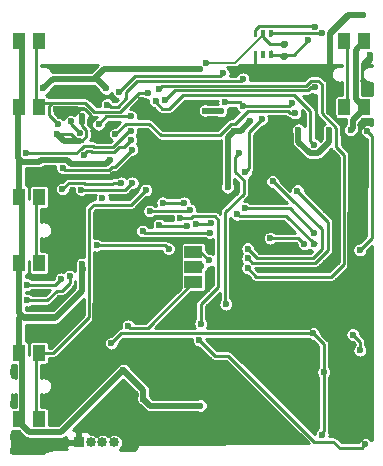
<source format=gbl>
G04 #@! TF.GenerationSoftware,KiCad,Pcbnew,(5.1.9)-1*
G04 #@! TF.CreationDate,2021-05-12T11:04:24-07:00*
G04 #@! TF.ProjectId,Watchy,57617463-6879-42e6-9b69-6361645f7063,rev?*
G04 #@! TF.SameCoordinates,Original*
G04 #@! TF.FileFunction,Copper,L2,Bot*
G04 #@! TF.FilePolarity,Positive*
%FSLAX46Y46*%
G04 Gerber Fmt 4.6, Leading zero omitted, Abs format (unit mm)*
G04 Created by KiCad (PCBNEW (5.1.9)-1) date 2021-05-12 11:04:24*
%MOMM*%
%LPD*%
G01*
G04 APERTURE LIST*
G04 #@! TA.AperFunction,SMDPad,CuDef*
%ADD10R,1.500000X1.000000*%
G04 #@! TD*
G04 #@! TA.AperFunction,ComponentPad*
%ADD11O,0.950000X1.250000*%
G04 #@! TD*
G04 #@! TA.AperFunction,ComponentPad*
%ADD12O,1.550000X1.000000*%
G04 #@! TD*
G04 #@! TA.AperFunction,SMDPad,CuDef*
%ADD13R,1.000000X1.400000*%
G04 #@! TD*
G04 #@! TA.AperFunction,ComponentPad*
%ADD14O,0.850000X0.850000*%
G04 #@! TD*
G04 #@! TA.AperFunction,ComponentPad*
%ADD15R,0.850000X0.850000*%
G04 #@! TD*
G04 #@! TA.AperFunction,ViaPad*
%ADD16C,0.600000*%
G04 #@! TD*
G04 #@! TA.AperFunction,Conductor*
%ADD17C,0.250000*%
G04 #@! TD*
G04 #@! TA.AperFunction,Conductor*
%ADD18C,0.500000*%
G04 #@! TD*
G04 #@! TA.AperFunction,Conductor*
%ADD19C,0.152400*%
G04 #@! TD*
G04 #@! TA.AperFunction,Conductor*
%ADD20C,0.254000*%
G04 #@! TD*
G04 #@! TA.AperFunction,Conductor*
%ADD21C,0.100000*%
G04 #@! TD*
G04 APERTURE END LIST*
D10*
X87003000Y-97567000D03*
X87003000Y-96267000D03*
X87003000Y-94967000D03*
G04 #@! TA.AperFunction,SMDPad,CuDef*
G36*
G01*
X94507000Y-78152000D02*
X94877000Y-78152000D01*
G75*
G02*
X95012000Y-78287000I0J-135000D01*
G01*
X95012000Y-78557000D01*
G75*
G02*
X94877000Y-78692000I-135000J0D01*
G01*
X94507000Y-78692000D01*
G75*
G02*
X94372000Y-78557000I0J135000D01*
G01*
X94372000Y-78287000D01*
G75*
G02*
X94507000Y-78152000I135000J0D01*
G01*
G37*
G04 #@! TD.AperFunction*
G04 #@! TA.AperFunction,SMDPad,CuDef*
G36*
G01*
X94507000Y-77132000D02*
X94877000Y-77132000D01*
G75*
G02*
X95012000Y-77267000I0J-135000D01*
G01*
X95012000Y-77537000D01*
G75*
G02*
X94877000Y-77672000I-135000J0D01*
G01*
X94507000Y-77672000D01*
G75*
G02*
X94372000Y-77537000I0J135000D01*
G01*
X94372000Y-77267000D01*
G75*
G02*
X94507000Y-77132000I135000J0D01*
G01*
G37*
G04 #@! TD.AperFunction*
G04 #@! TA.AperFunction,SMDPad,CuDef*
G36*
G01*
X93628000Y-78598000D02*
X93478000Y-78598000D01*
G75*
G02*
X93403000Y-78523000I0J75000D01*
G01*
X93403000Y-78023000D01*
G75*
G02*
X93478000Y-77948000I75000J0D01*
G01*
X93628000Y-77948000D01*
G75*
G02*
X93703000Y-78023000I0J-75000D01*
G01*
X93703000Y-78523000D01*
G75*
G02*
X93628000Y-78598000I-75000J0D01*
G01*
G37*
G04 #@! TD.AperFunction*
G04 #@! TA.AperFunction,SMDPad,CuDef*
G36*
G01*
X92978000Y-78598000D02*
X92828000Y-78598000D01*
G75*
G02*
X92753000Y-78523000I0J75000D01*
G01*
X92753000Y-78023000D01*
G75*
G02*
X92828000Y-77948000I75000J0D01*
G01*
X92978000Y-77948000D01*
G75*
G02*
X93053000Y-78023000I0J-75000D01*
G01*
X93053000Y-78523000D01*
G75*
G02*
X92978000Y-78598000I-75000J0D01*
G01*
G37*
G04 #@! TD.AperFunction*
G04 #@! TA.AperFunction,SMDPad,CuDef*
G36*
G01*
X92328000Y-78598000D02*
X92178000Y-78598000D01*
G75*
G02*
X92103000Y-78523000I0J75000D01*
G01*
X92103000Y-78023000D01*
G75*
G02*
X92178000Y-77948000I75000J0D01*
G01*
X92328000Y-77948000D01*
G75*
G02*
X92403000Y-78023000I0J-75000D01*
G01*
X92403000Y-78523000D01*
G75*
G02*
X92328000Y-78598000I-75000J0D01*
G01*
G37*
G04 #@! TD.AperFunction*
G04 #@! TA.AperFunction,SMDPad,CuDef*
G36*
G01*
X92328000Y-76798000D02*
X92178000Y-76798000D01*
G75*
G02*
X92103000Y-76723000I0J75000D01*
G01*
X92103000Y-76223000D01*
G75*
G02*
X92178000Y-76148000I75000J0D01*
G01*
X92328000Y-76148000D01*
G75*
G02*
X92403000Y-76223000I0J-75000D01*
G01*
X92403000Y-76723000D01*
G75*
G02*
X92328000Y-76798000I-75000J0D01*
G01*
G37*
G04 #@! TD.AperFunction*
G04 #@! TA.AperFunction,SMDPad,CuDef*
G36*
G01*
X92978000Y-76798000D02*
X92828000Y-76798000D01*
G75*
G02*
X92753000Y-76723000I0J75000D01*
G01*
X92753000Y-76223000D01*
G75*
G02*
X92828000Y-76148000I75000J0D01*
G01*
X92978000Y-76148000D01*
G75*
G02*
X93053000Y-76223000I0J-75000D01*
G01*
X93053000Y-76723000D01*
G75*
G02*
X92978000Y-76798000I-75000J0D01*
G01*
G37*
G04 #@! TD.AperFunction*
G04 #@! TA.AperFunction,SMDPad,CuDef*
G36*
G01*
X93628000Y-76798000D02*
X93478000Y-76798000D01*
G75*
G02*
X93403000Y-76723000I0J75000D01*
G01*
X93403000Y-76223000D01*
G75*
G02*
X93478000Y-76148000I75000J0D01*
G01*
X93628000Y-76148000D01*
G75*
G02*
X93703000Y-76223000I0J-75000D01*
G01*
X93703000Y-76723000D01*
G75*
G02*
X93628000Y-76798000I-75000J0D01*
G01*
G37*
G04 #@! TD.AperFunction*
D11*
X98350000Y-96180000D03*
X98350000Y-91180000D03*
D12*
X101050000Y-97180000D03*
X101050000Y-90180000D03*
D13*
X72230000Y-77130000D03*
X72230000Y-82730000D03*
X73930000Y-77130000D03*
X73930000Y-82730000D03*
X72230000Y-103530000D03*
X72230000Y-109130000D03*
X73930000Y-103530000D03*
X73930000Y-109130000D03*
X72230000Y-90330000D03*
X72230000Y-95930000D03*
X73930000Y-90330000D03*
X73930000Y-95930000D03*
X101470000Y-82730000D03*
X101470000Y-77130000D03*
X99770000Y-82730000D03*
X99770000Y-77130000D03*
D14*
X80300000Y-111110000D03*
X79300000Y-111110000D03*
X78300000Y-111110000D03*
D15*
X77300000Y-111110000D03*
D16*
X73700000Y-101360000D03*
X101972600Y-78282394D03*
X101972600Y-80910000D03*
X100700000Y-100010000D03*
X99525000Y-103310000D03*
X98572598Y-80310000D03*
X98500000Y-83010000D03*
X80337402Y-82110000D03*
X93400000Y-94910001D03*
X97510000Y-98710000D03*
X90264000Y-92656000D03*
X94936000Y-87555000D03*
X91883000Y-89888000D03*
X101433000Y-83882402D03*
X78687716Y-81264284D03*
X79859049Y-85532954D03*
X75390000Y-82920000D03*
X82586600Y-82129000D03*
X84542500Y-84520000D03*
X84542500Y-88382500D03*
X99185000Y-87030000D03*
X99185000Y-92247000D03*
X100339801Y-92050189D03*
X97700000Y-84110000D03*
X77200000Y-79610000D03*
X76200000Y-81610000D03*
X73400000Y-88510000D03*
X75100000Y-99710000D03*
X75078000Y-88510000D03*
X81221000Y-110048000D03*
X80900000Y-97170000D03*
X76700000Y-102940000D03*
X79177400Y-88614809D03*
X92290000Y-108055000D03*
X74950000Y-101360000D03*
X76200000Y-101360000D03*
X73700000Y-98360000D03*
X75700000Y-98860000D03*
X74950000Y-102610000D03*
X74950000Y-104360000D03*
X74950000Y-105610000D03*
X74950000Y-108110000D03*
X71700000Y-107860000D03*
X71700000Y-105110000D03*
X71700000Y-110610000D03*
X71700000Y-111860000D03*
X72950000Y-111860000D03*
X74200000Y-111860000D03*
X74950000Y-109360000D03*
X76200000Y-108110000D03*
X76200000Y-106860000D03*
X76200000Y-105610000D03*
X76200000Y-104360000D03*
X77450000Y-104360000D03*
X77450000Y-105610000D03*
X77450000Y-106860000D03*
X77950000Y-103110000D03*
X82700000Y-105360000D03*
X82700000Y-103860000D03*
X82700000Y-100860000D03*
X82700000Y-99360000D03*
X82700000Y-97860000D03*
X81450000Y-97860000D03*
X81450000Y-96110000D03*
X82700000Y-96110000D03*
X80200000Y-96110000D03*
X80200000Y-93610000D03*
X81450000Y-93610000D03*
X81450000Y-92110000D03*
X80200000Y-92110000D03*
X80200000Y-90360000D03*
X81450000Y-90360000D03*
X77450000Y-91860000D03*
X75033000Y-94346000D03*
X74887000Y-92022000D03*
X74950000Y-90110000D03*
X86493000Y-105488000D03*
X86479000Y-104041000D03*
X86465000Y-102777000D03*
X86535000Y-100839000D03*
X94950000Y-102610000D03*
X93700000Y-104110000D03*
X94950000Y-104110000D03*
X96200000Y-104110000D03*
X97450000Y-104110000D03*
X94950000Y-105360000D03*
X93700000Y-105360000D03*
X83700000Y-108860000D03*
X84950000Y-108860000D03*
X91450000Y-108860000D03*
X91450000Y-107610000D03*
X90200000Y-107610000D03*
X83700000Y-111110000D03*
X84950000Y-111110000D03*
X86200000Y-111110000D03*
X87700000Y-111110000D03*
X88950000Y-111110000D03*
X90200000Y-111110000D03*
X91450000Y-111110000D03*
X92700000Y-111110000D03*
X93950000Y-111110000D03*
X95200000Y-111110000D03*
X96450000Y-111110000D03*
X98758000Y-106093000D03*
X98950000Y-108860000D03*
X99950000Y-107110000D03*
X99950000Y-105360000D03*
X98700000Y-104360000D03*
X101200000Y-104360000D03*
X101200000Y-105860000D03*
X101200000Y-107110000D03*
X101200000Y-108360000D03*
X98450000Y-101110000D03*
X101046000Y-93004000D03*
X101450000Y-91360000D03*
X98450000Y-89860000D03*
X97200000Y-89860000D03*
X97200000Y-88610000D03*
X98450000Y-88610000D03*
X97200000Y-87360000D03*
X95950000Y-88610000D03*
X95950000Y-87360000D03*
X100200000Y-86110000D03*
X92450000Y-86360000D03*
X95268000Y-101097000D03*
X92860446Y-98710000D03*
X91556000Y-98657000D03*
X91295000Y-97588000D03*
X93356000Y-97681000D03*
X78752216Y-95972216D03*
X101347598Y-74910000D03*
X92080000Y-80302000D03*
X95621000Y-80237000D03*
X90893000Y-79521000D03*
X84100000Y-81185000D03*
X91599999Y-96357598D03*
X101347598Y-77130000D03*
X88000000Y-83010000D03*
X91800000Y-83910000D03*
X90476815Y-84701250D03*
X89900000Y-89510000D03*
X78582598Y-80342598D03*
X79609571Y-81141122D03*
X77600000Y-83510000D03*
X79900000Y-87210000D03*
X95900000Y-84635000D03*
X98482459Y-84663581D03*
X100304000Y-84648000D03*
X89326150Y-83051250D03*
X72230000Y-77130000D03*
X72230000Y-82730000D03*
X72437500Y-100345000D03*
X74308000Y-81115000D03*
X82775000Y-107410000D03*
X75416361Y-85005506D03*
X81070000Y-104980000D03*
X87600000Y-107986000D03*
X81199038Y-79522962D03*
X77587510Y-96006000D03*
X87593000Y-79522962D03*
X96710398Y-77050400D03*
X93500000Y-93810000D03*
X101740000Y-84780000D03*
X96400000Y-94310000D03*
X101100000Y-94810000D03*
X90700000Y-91810000D03*
X97200000Y-94279680D03*
X97240606Y-93356369D03*
X91396118Y-91287400D03*
X91613770Y-95528828D03*
X95812402Y-89780000D03*
X82700000Y-93210000D03*
X88400000Y-93337598D03*
X91600102Y-94698593D03*
X93700000Y-89010000D03*
X90862405Y-86623850D03*
X80727908Y-81466873D03*
X89518157Y-79869168D03*
X89666000Y-82321000D03*
X89750000Y-99410000D03*
X95358284Y-82368284D03*
X91200000Y-82610000D03*
X97865199Y-76445000D03*
X92774500Y-83735500D03*
X88531583Y-92541583D03*
X91400000Y-88210000D03*
X79694147Y-82500296D03*
X91194000Y-80327782D03*
X97294850Y-75895600D03*
X87245199Y-92643210D03*
X99770000Y-82730000D03*
X84600000Y-82110000D03*
X97300000Y-81055199D03*
X81700000Y-84710000D03*
X72816907Y-86632600D03*
X73930000Y-90330000D03*
X73930000Y-95930000D03*
X75565882Y-84175882D03*
X83164000Y-81506000D03*
X100494168Y-101980190D03*
X101100000Y-103310000D03*
X95600000Y-83210000D03*
X80400000Y-85010000D03*
X98043000Y-105157000D03*
X97150000Y-101880000D03*
X80050000Y-102710000D03*
X97897216Y-110467400D03*
X73930000Y-109130000D03*
X82977401Y-89740000D03*
X97200000Y-85910000D03*
X83800000Y-82210000D03*
X78800000Y-94410000D03*
X84900000Y-94710000D03*
X86200000Y-90810000D03*
X84400000Y-90810000D03*
X86433560Y-92751167D03*
X84091000Y-92697000D03*
X86700000Y-91410000D03*
X83300000Y-91510000D03*
X81700000Y-83510000D03*
X78970262Y-84172492D03*
X80900045Y-89120712D03*
X75910000Y-89650000D03*
X72947598Y-97753000D03*
X75802400Y-97257598D03*
X81800000Y-86310000D03*
X75940000Y-87860000D03*
X72947598Y-99064000D03*
X76516170Y-97019603D03*
X79300000Y-90410000D03*
X81700000Y-85510000D03*
X77730000Y-86807599D03*
X76624166Y-83934166D03*
X81822601Y-89123651D03*
X77364000Y-84906000D03*
X77499000Y-89710000D03*
X85900000Y-92110000D03*
X101564000Y-111274000D03*
X87620000Y-101040000D03*
X87490328Y-102457400D03*
X87659000Y-96164000D03*
X88083838Y-78952712D03*
X81464162Y-101241359D03*
X88327400Y-95688000D03*
D17*
X98572598Y-80310000D02*
X98572598Y-76628080D01*
D18*
X92860446Y-98710000D02*
X97510000Y-98710000D01*
X90897599Y-96747153D02*
X92860446Y-98710000D01*
X90897599Y-94361542D02*
X90897599Y-96747153D01*
X91262949Y-93996192D02*
X90897599Y-94361542D01*
X92486191Y-93996192D02*
X91262949Y-93996192D01*
X93400000Y-94910001D02*
X92486191Y-93996192D01*
X91262949Y-93654949D02*
X91262949Y-93996192D01*
X90264000Y-92656000D02*
X91262949Y-93654949D01*
D17*
X101292599Y-78962395D02*
X101972600Y-78282394D01*
X101292599Y-80229999D02*
X101292599Y-78962395D01*
X101972600Y-80910000D02*
X101292599Y-80229999D01*
X101433000Y-83882402D02*
X101012000Y-84303402D01*
X98500000Y-83159322D02*
X98500000Y-83010000D01*
X99504820Y-84164142D02*
X98500000Y-83159322D01*
X99645401Y-85225401D02*
X99504820Y-85084820D01*
X99504820Y-85084820D02*
X99504820Y-84164142D01*
X100581153Y-85225401D02*
X99645401Y-85225401D01*
X101012000Y-84794554D02*
X100581153Y-85225401D01*
X101012000Y-84303402D02*
X101012000Y-84794554D01*
X79233433Y-81810001D02*
X78687716Y-81264284D01*
X80037403Y-81810001D02*
X79233433Y-81810001D01*
X80337402Y-82110000D02*
X80037403Y-81810001D01*
X79859049Y-85532954D02*
X79559050Y-85232955D01*
X79114601Y-85232955D02*
X78359000Y-84477354D01*
X79559050Y-85232955D02*
X79114601Y-85232955D01*
X77864554Y-82920000D02*
X75390000Y-82920000D01*
X78359000Y-83414446D02*
X77864554Y-82920000D01*
X82608000Y-82137000D02*
X84178590Y-83707590D01*
X84178590Y-84156090D02*
X84542500Y-84520000D01*
X84178590Y-83707590D02*
X84178590Y-84156090D01*
X84524801Y-88364801D02*
X84542500Y-88382500D01*
D18*
X98350000Y-91412000D02*
X99185000Y-92247000D01*
X98350000Y-91180000D02*
X98350000Y-91412000D01*
X99185000Y-95345000D02*
X99185000Y-92247000D01*
X98350000Y-96180000D02*
X99185000Y-95345000D01*
X101050000Y-90180000D02*
X101050000Y-90940000D01*
X100289811Y-96419811D02*
X101050000Y-97180000D01*
X100289811Y-91700189D02*
X100289811Y-96419811D01*
X101050000Y-90940000D02*
X100289811Y-91700189D01*
X100289811Y-92000199D02*
X100339801Y-92050189D01*
X100289811Y-91700189D02*
X100289811Y-92000199D01*
D17*
X75100000Y-99612946D02*
X75100000Y-99710000D01*
D18*
X81221000Y-110048000D02*
X91487000Y-110048000D01*
X80900000Y-97170000D02*
X78692320Y-99377680D01*
X78692320Y-100947680D02*
X76700000Y-102940000D01*
X78692320Y-99377680D02*
X78692320Y-100947680D01*
X79986931Y-88614809D02*
X79177400Y-88614809D01*
X80219240Y-88382500D02*
X79986931Y-88614809D01*
X84542500Y-88382500D02*
X80219240Y-88382500D01*
X75161303Y-88593303D02*
X75078000Y-88510000D01*
X79155894Y-88593303D02*
X75161303Y-88593303D01*
X79177400Y-88614809D02*
X79155894Y-88593303D01*
X75078000Y-88510000D02*
X73400000Y-88510000D01*
X101972600Y-78282394D02*
X101972600Y-78739846D01*
X101972600Y-78739846D02*
X101584847Y-79127599D01*
X101584847Y-79127599D02*
X101411223Y-79301223D01*
X101536300Y-80683854D02*
X101383009Y-80530563D01*
X101536300Y-80897964D02*
X101536300Y-80683854D01*
X101548336Y-80910000D02*
X101536300Y-80897964D01*
X101972600Y-80910000D02*
X101548336Y-80910000D01*
X97783598Y-79521000D02*
X98572598Y-80310000D01*
X98572598Y-82937402D02*
X98500000Y-83010000D01*
X98572598Y-80310000D02*
X98572598Y-82937402D01*
X98500000Y-83118684D02*
X98867599Y-83486283D01*
X98500000Y-83010000D02*
X98500000Y-83118684D01*
X101433000Y-83911000D02*
X101137000Y-84207000D01*
X101433000Y-83882402D02*
X101433000Y-83911000D01*
X91883000Y-89787446D02*
X91883000Y-89888000D01*
X94115446Y-87555000D02*
X91883000Y-89787446D01*
X94936000Y-87555000D02*
X94115446Y-87555000D01*
X99185000Y-87030000D02*
X99185000Y-92247000D01*
X79859049Y-85532954D02*
X79291170Y-85532954D01*
X79291170Y-85532954D02*
X78468811Y-84710595D01*
X75390000Y-82920000D02*
X77150446Y-82920000D01*
X78267861Y-83835339D02*
X78267861Y-84209437D01*
X78359000Y-83744200D02*
X78267861Y-83835339D01*
X78359000Y-83599000D02*
X78359000Y-83744200D01*
D17*
X78359000Y-84477354D02*
X78359000Y-83599000D01*
X78359000Y-83599000D02*
X78359000Y-83414446D01*
D18*
X79266955Y-81843523D02*
X79311366Y-81843523D01*
X78687716Y-81264284D02*
X79266955Y-81843523D01*
X82586600Y-82564100D02*
X84542500Y-84520000D01*
X82586600Y-82129000D02*
X82586600Y-82564100D01*
X77300000Y-110185000D02*
X77300000Y-111110000D01*
X77437000Y-110048000D02*
X77300000Y-110185000D01*
X81221000Y-110048000D02*
X77437000Y-110048000D01*
X91487000Y-108858000D02*
X92290000Y-108055000D01*
X91487000Y-110048000D02*
X91487000Y-108858000D01*
X79702216Y-95972216D02*
X80900000Y-97170000D01*
X78752216Y-95972216D02*
X79702216Y-95972216D01*
X98567599Y-76408079D02*
X98567599Y-80310000D01*
D17*
X98572598Y-76628080D02*
X100290678Y-74910000D01*
D18*
X100065678Y-74910000D02*
X98567599Y-76408079D01*
X101347598Y-74910000D02*
X100065678Y-74910000D01*
D17*
X100290678Y-74910000D02*
X101347598Y-74910000D01*
D18*
X99525000Y-101185000D02*
X99525000Y-103310000D01*
X100700000Y-100010000D02*
X99525000Y-101185000D01*
D17*
X92253000Y-79456000D02*
X92318000Y-79521000D01*
X92253000Y-78273000D02*
X92253000Y-79456000D01*
D18*
X92318000Y-79521000D02*
X97783598Y-79521000D01*
X90893000Y-79521000D02*
X92318000Y-79521000D01*
D17*
X99102410Y-86092856D02*
X99762401Y-86752847D01*
X99762401Y-86752847D02*
X99762401Y-95981667D01*
X97877401Y-83241955D02*
X99102410Y-84466964D01*
X97877401Y-80778046D02*
X97877401Y-83241955D01*
X99102410Y-84466964D02*
X99102410Y-86092856D01*
X97577153Y-80477798D02*
X97877401Y-80778046D01*
X96958294Y-80477798D02*
X97577153Y-80477798D01*
X99762401Y-95981667D02*
X98661658Y-97082410D01*
X96530910Y-80905182D02*
X96958294Y-80477798D01*
X84100000Y-81185000D02*
X84379818Y-80905182D01*
X92324811Y-97082410D02*
X92477590Y-97082410D01*
X92477590Y-97082410D02*
X92272410Y-97082410D01*
X91599999Y-96357598D02*
X92324811Y-97082410D01*
X98661658Y-97082410D02*
X92477590Y-97082410D01*
X84379818Y-80905182D02*
X96530910Y-80905182D01*
X101292599Y-82552599D02*
X101470000Y-82730000D01*
X101470000Y-77130000D02*
X101292599Y-77307401D01*
X101469000Y-82964000D02*
X101470000Y-82730000D01*
X72260000Y-87210000D02*
X72230000Y-87240000D01*
X72230000Y-87240000D02*
X72230000Y-90330000D01*
X72230000Y-82730000D02*
X72230000Y-87240000D01*
X72230000Y-95930000D02*
X72230000Y-103530000D01*
X72438000Y-100345500D02*
X72437500Y-100345000D01*
D18*
X83351000Y-107986000D02*
X82775000Y-107410000D01*
D17*
X77190835Y-85587401D02*
X76608940Y-85005506D01*
X76608940Y-85005506D02*
X75416361Y-85005506D01*
X77537153Y-85587401D02*
X77190835Y-85587401D01*
X77941401Y-85183153D02*
X77537153Y-85587401D01*
X77941401Y-84628847D02*
X77941401Y-85183153D01*
X77600000Y-84287446D02*
X77941401Y-84628847D01*
X77600000Y-83510000D02*
X77600000Y-84287446D01*
X72437500Y-100345000D02*
X75319554Y-100345000D01*
D18*
X72230000Y-109354322D02*
X72230000Y-109130000D01*
X73108079Y-110232401D02*
X72230000Y-109354322D01*
X75817599Y-110232401D02*
X73108079Y-110232401D01*
X81070000Y-104980000D02*
X75817599Y-110232401D01*
X72532401Y-103832401D02*
X72230000Y-103530000D01*
X72532401Y-108827599D02*
X72532401Y-103832401D01*
X72230000Y-109130000D02*
X72532401Y-108827599D01*
X72230000Y-100552500D02*
X72437500Y-100345000D01*
X72230000Y-103530000D02*
X72230000Y-100552500D01*
X72687500Y-100595000D02*
X75254554Y-100595000D01*
X75254554Y-100595000D02*
X77587510Y-98262044D01*
X72437500Y-100345000D02*
X72687500Y-100595000D01*
X72230000Y-100137500D02*
X72230000Y-95930000D01*
X72437500Y-100345000D02*
X72230000Y-100137500D01*
X72532401Y-90632401D02*
X72230000Y-90330000D01*
X72532401Y-95627599D02*
X72532401Y-90632401D01*
X72230000Y-95930000D02*
X72532401Y-95627599D01*
X72114506Y-82845494D02*
X72230000Y-82730000D01*
X72114506Y-86969753D02*
X72114506Y-82845494D01*
X72230000Y-87085247D02*
X72114506Y-86969753D01*
X72230000Y-90330000D02*
X72230000Y-87085247D01*
X72532401Y-77432401D02*
X72230000Y-77130000D01*
X72532401Y-82427599D02*
X72532401Y-77432401D01*
X72230000Y-82730000D02*
X72532401Y-82427599D01*
X82775000Y-106685000D02*
X81070000Y-104980000D01*
X82775000Y-107410000D02*
X82775000Y-106685000D01*
X72479754Y-87335001D02*
X72114506Y-86969753D01*
X74087271Y-87157599D02*
X73909869Y-87335001D01*
X76277153Y-87157599D02*
X74087271Y-87157599D01*
X76629553Y-87509999D02*
X76277153Y-87157599D01*
X79600001Y-87509999D02*
X76629553Y-87509999D01*
X73909869Y-87335001D02*
X72479754Y-87335001D01*
X79900000Y-87210000D02*
X79600001Y-87509999D01*
X76019256Y-85608401D02*
X77391445Y-85608401D01*
X75416361Y-85005506D02*
X76019256Y-85608401D01*
X77600000Y-83510000D02*
X77600000Y-84102446D01*
X75080402Y-80342598D02*
X78582598Y-80342598D01*
X74308000Y-81115000D02*
X75080402Y-80342598D01*
X78811047Y-80342598D02*
X79609571Y-81141122D01*
X78582598Y-80342598D02*
X78811047Y-80342598D01*
X78582598Y-80342598D02*
X79402234Y-79522962D01*
X89284900Y-83010000D02*
X89326150Y-83051250D01*
X88000000Y-83010000D02*
X89284900Y-83010000D01*
X91008750Y-84701250D02*
X90476815Y-84701250D01*
X91800000Y-83910000D02*
X91008750Y-84701250D01*
X89900000Y-85278065D02*
X89900000Y-89510000D01*
X90476815Y-84701250D02*
X89900000Y-85278065D01*
X97537153Y-86612401D02*
X98482459Y-85667095D01*
X98482459Y-85667095D02*
X98482459Y-84663581D01*
X96862847Y-86612401D02*
X97537153Y-86612401D01*
X95900000Y-85649554D02*
X96862847Y-86612401D01*
X95900000Y-84635000D02*
X95900000Y-85649554D01*
X101470000Y-82846991D02*
X101470000Y-82730000D01*
X100484590Y-83832401D02*
X101470000Y-82846991D01*
X100484590Y-84485410D02*
X100484590Y-83832401D01*
X100322000Y-84648000D02*
X100484590Y-84485410D01*
X100304000Y-84648000D02*
X100322000Y-84648000D01*
X100730599Y-77869401D02*
X101470000Y-77130000D01*
X100730599Y-81990599D02*
X100730599Y-77869401D01*
X101470000Y-82730000D02*
X100730599Y-81990599D01*
X83351000Y-107986000D02*
X87600000Y-107986000D01*
X81199038Y-79522962D02*
X86611000Y-79522962D01*
X79402234Y-79522962D02*
X81199038Y-79522962D01*
X77637500Y-96524500D02*
X77637500Y-96344000D01*
X77587510Y-96574490D02*
X77637500Y-96524500D01*
X77587510Y-98262044D02*
X77587510Y-96574490D01*
X77587510Y-96006000D02*
X77587510Y-96574490D01*
D17*
X93553000Y-78273000D02*
X93553000Y-77948000D01*
D18*
X86611000Y-79522962D02*
X87593000Y-79522962D01*
D17*
X95487798Y-78273000D02*
X96710398Y-77050400D01*
X94692000Y-78293000D02*
X94712000Y-78273000D01*
X94692000Y-78422000D02*
X94692000Y-78293000D01*
X94712000Y-78273000D02*
X95487798Y-78273000D01*
X93553000Y-78273000D02*
X94712000Y-78273000D01*
X95900000Y-93810000D02*
X93500000Y-93810000D01*
X96400000Y-94310000D02*
X95900000Y-93810000D01*
X102147590Y-85187590D02*
X101740000Y-84780000D01*
X102100000Y-93810000D02*
X102147590Y-85187590D01*
X101100000Y-94810000D02*
X102100000Y-93810000D01*
X97393369Y-94210000D02*
X97200000Y-94279680D01*
X90700000Y-91810000D02*
X90982042Y-91927958D01*
X97200000Y-94210000D02*
X97393369Y-94210000D01*
X94800000Y-91916900D02*
X97200000Y-94210000D01*
X90982042Y-91927958D02*
X94800000Y-91916900D01*
X95171637Y-91287400D02*
X91396118Y-91287400D01*
X97240606Y-93356369D02*
X95171637Y-91287400D01*
X97289838Y-95891148D02*
X98400000Y-94780986D01*
X91976090Y-95891148D02*
X97289838Y-95891148D01*
X91613770Y-95528828D02*
X91976090Y-95891148D01*
X95812402Y-89856470D02*
X95812402Y-89780000D01*
X98400000Y-94780986D02*
X98400000Y-92444068D01*
X98400000Y-92444068D02*
X95812402Y-89856470D01*
X82827598Y-93337598D02*
X82700000Y-93210000D01*
X88400000Y-93337598D02*
X82827598Y-93337598D01*
X92388910Y-95487401D02*
X91600102Y-94698593D01*
X97109882Y-95487401D02*
X92388910Y-95487401D01*
X97900000Y-94710000D02*
X97109882Y-95487401D01*
X95248791Y-90510000D02*
X97900000Y-93010000D01*
X93700000Y-89010000D02*
X95248791Y-90510000D01*
X97900000Y-93010000D02*
X97900000Y-94710000D01*
X80727908Y-81466873D02*
X82094419Y-80100362D01*
X89286963Y-80100362D02*
X89518157Y-79869168D01*
X82094419Y-80100362D02*
X89286963Y-80100362D01*
X91245446Y-90076782D02*
X89686599Y-91635629D01*
X91245446Y-88910000D02*
X91245446Y-90076782D01*
X89686599Y-99346599D02*
X89750000Y-99410000D01*
X90562406Y-88226960D02*
X91245446Y-88910000D01*
X89686599Y-91635629D02*
X89686599Y-99346599D01*
X90562406Y-86923849D02*
X90562406Y-88226960D01*
X90862405Y-86623850D02*
X90562406Y-86923849D01*
X95116568Y-82610000D02*
X95358284Y-82368284D01*
X91200000Y-82610000D02*
X95116568Y-82610000D01*
X89666000Y-82321000D02*
X90911000Y-82321000D01*
X90911000Y-82321000D02*
X91200000Y-82610000D01*
X97837199Y-76473000D02*
X97865199Y-76445000D01*
X93553000Y-76473000D02*
X97837199Y-76473000D01*
X92774500Y-83735500D02*
X92700000Y-83810000D01*
X81317000Y-81446873D02*
X82261101Y-80502772D01*
X91019010Y-80502772D02*
X91194000Y-80327782D01*
X81317000Y-81984956D02*
X81317000Y-81446873D01*
X80614555Y-82687401D02*
X81317000Y-81984956D01*
X79791848Y-82419000D02*
X80060249Y-82687401D01*
X79775443Y-82419000D02*
X79791848Y-82419000D01*
X82261101Y-80502772D02*
X91019010Y-80502772D01*
X80060249Y-82687401D02*
X80614555Y-82687401D01*
X79694147Y-82500296D02*
X79775443Y-82419000D01*
X92774500Y-83735500D02*
X92400000Y-84110000D01*
X91704554Y-84860000D02*
X91700000Y-84860000D01*
X92400000Y-84164554D02*
X91704554Y-84860000D01*
X92400000Y-84110000D02*
X92400000Y-84164554D01*
X91699999Y-84864555D02*
X91704554Y-84860000D01*
X91699999Y-87910001D02*
X91699999Y-84864555D01*
X91400000Y-88210000D02*
X91699999Y-87910001D01*
X97269840Y-75870590D02*
X97294850Y-75895600D01*
X92530410Y-75870590D02*
X97269840Y-75870590D01*
X92253000Y-76148000D02*
X92530410Y-75870590D01*
X92253000Y-76473000D02*
X92253000Y-76148000D01*
X88429956Y-92643210D02*
X88531583Y-92541583D01*
X87245199Y-92643210D02*
X88429956Y-92643210D01*
X100047401Y-77407401D02*
X99770000Y-77130000D01*
X100047401Y-82452599D02*
X100047401Y-77407401D01*
X99770000Y-82730000D02*
X100047401Y-82452599D01*
X96949985Y-81055199D02*
X96697592Y-81307592D01*
X97300000Y-81055199D02*
X96949985Y-81055199D01*
X85402408Y-81307592D02*
X84600000Y-82110000D01*
X96697592Y-81307592D02*
X85402408Y-81307592D01*
X81700000Y-84710000D02*
X81554554Y-84710000D01*
X81554554Y-84710000D02*
X80154199Y-86110355D01*
X80154199Y-86110355D02*
X78597746Y-86110355D01*
X78597746Y-86110355D02*
X78477202Y-85989811D01*
X73652599Y-90607401D02*
X73652599Y-95652599D01*
X73652599Y-95652599D02*
X73930000Y-95930000D01*
X73930000Y-90330000D02*
X73652599Y-90607401D01*
X72828307Y-86644000D02*
X72816907Y-86632600D01*
X73855000Y-86644000D02*
X72828307Y-86644000D01*
X77515518Y-86230198D02*
X77452847Y-86230198D01*
X77755905Y-85989811D02*
X77515518Y-86230198D01*
X78477202Y-85989811D02*
X77755905Y-85989811D01*
X77452847Y-86230198D02*
X77052856Y-86630189D01*
X73868811Y-86630189D02*
X73855000Y-86644000D01*
X77052856Y-86630189D02*
X73868811Y-86630189D01*
X80763458Y-83107590D02*
X78621237Y-83107590D01*
X82365048Y-81506000D02*
X80763458Y-83107590D01*
X83164000Y-81506000D02*
X82365048Y-81506000D01*
X74812599Y-83422599D02*
X75565882Y-84175882D01*
X74812599Y-82642847D02*
X74812599Y-83422599D01*
X75112847Y-82342599D02*
X74812599Y-82642847D01*
X77856246Y-82342599D02*
X75112847Y-82342599D01*
X78621237Y-83107590D02*
X77856246Y-82342599D01*
X73652599Y-77407401D02*
X73930000Y-77130000D01*
X73652599Y-82452599D02*
X73652599Y-77407401D01*
X73930000Y-82730000D02*
X73652599Y-82452599D01*
X73930000Y-82730000D02*
X73930000Y-82638000D01*
X74225401Y-82342599D02*
X75112847Y-82342599D01*
X73930000Y-82638000D02*
X74225401Y-82342599D01*
X101100000Y-102586022D02*
X100494168Y-101980190D01*
X101100000Y-103310000D02*
X101100000Y-102586022D01*
X98043000Y-102773000D02*
X97150000Y-101880000D01*
X98043000Y-105157000D02*
X98043000Y-102773000D01*
X80880000Y-101880000D02*
X80050000Y-102710000D01*
X97150000Y-101880000D02*
X80880000Y-101880000D01*
X98043000Y-110169364D02*
X98043000Y-105157000D01*
X97919954Y-110292410D02*
X98043000Y-110169364D01*
X95175736Y-83210000D02*
X95600000Y-83210000D01*
X90199662Y-84123849D02*
X90485124Y-84123849D01*
X80400000Y-85010000D02*
X81300000Y-84110000D01*
X89226110Y-85097401D02*
X90199662Y-84123849D01*
X84265347Y-85097401D02*
X89226110Y-85097401D01*
X81300000Y-84110000D02*
X83277946Y-84110000D01*
X83277946Y-84110000D02*
X84265347Y-85097401D01*
X94978146Y-83012410D02*
X95175736Y-83210000D01*
X90485124Y-84123849D02*
X91421572Y-83187401D01*
X91421572Y-83187401D02*
X91477153Y-83187401D01*
X91477153Y-83187401D02*
X91652144Y-83012410D01*
X91652144Y-83012410D02*
X94978146Y-83012410D01*
X73652599Y-108852599D02*
X73930000Y-109130000D01*
X73652599Y-103807401D02*
X73652599Y-108852599D01*
X75147093Y-103530000D02*
X73930000Y-103530000D01*
X81730000Y-90987401D02*
X78562599Y-90987401D01*
X82977401Y-89740000D02*
X81730000Y-90987401D01*
X78164910Y-100512183D02*
X75147093Y-103530000D01*
X78164910Y-91385090D02*
X78164910Y-100512183D01*
X78562599Y-90987401D02*
X78164910Y-91385090D01*
X83800000Y-82210000D02*
X83895481Y-82402956D01*
X84369197Y-82876672D02*
X84923503Y-82876672D01*
X83895481Y-82402956D02*
X84369197Y-82876672D01*
X96900001Y-83055447D02*
X96900001Y-85610001D01*
X95554554Y-81710000D02*
X96900001Y-83055447D01*
X96900001Y-85610001D02*
X97200000Y-85910000D01*
X84923503Y-82876672D02*
X86090175Y-81710000D01*
X86090175Y-81710000D02*
X95554554Y-81710000D01*
X78800000Y-94410000D02*
X84600000Y-94410000D01*
X84600000Y-94410000D02*
X84900000Y-94710000D01*
X86200000Y-90810000D02*
X84400000Y-90810000D01*
X86200000Y-90810000D02*
X84700000Y-90810000D01*
X84145167Y-92751167D02*
X84091000Y-92697000D01*
X86433560Y-92751167D02*
X84145167Y-92751167D01*
X86700000Y-91410000D02*
X86601478Y-91510000D01*
X86601478Y-91510000D02*
X83300000Y-91510000D01*
X79632754Y-83510000D02*
X81700000Y-83510000D01*
X78970262Y-84172492D02*
X79632754Y-83510000D01*
X72947598Y-97753000D02*
X74514000Y-97753000D01*
X80155400Y-89192210D02*
X77782210Y-89192210D01*
X80226898Y-89120712D02*
X80155400Y-89192210D01*
X77782210Y-89192210D02*
X77710713Y-89120713D01*
X80900045Y-89120712D02*
X80226898Y-89120712D01*
X76439287Y-89120713D02*
X75910000Y-89650000D01*
X77710713Y-89120713D02*
X76439287Y-89120713D01*
X75306998Y-97753000D02*
X74514000Y-97753000D01*
X75802400Y-97257598D02*
X75306998Y-97753000D01*
X80322599Y-87787401D02*
X81800000Y-86310000D01*
X79818461Y-88037409D02*
X76117409Y-88037409D01*
X76117409Y-88037409D02*
X75940000Y-87860000D01*
X80068469Y-87787401D02*
X79818461Y-88037409D01*
X80322599Y-87787401D02*
X80068469Y-87787401D01*
X76516170Y-97605830D02*
X76516170Y-97019603D01*
X75422847Y-98282599D02*
X75839401Y-98282599D01*
X74641446Y-99064000D02*
X75422847Y-98282599D01*
X75839401Y-98282599D02*
X76516170Y-97605830D01*
X72947598Y-99064000D02*
X74641446Y-99064000D01*
X78310519Y-86392221D02*
X77922588Y-86392221D01*
X81700000Y-85510000D02*
X81100000Y-86110000D01*
X80320882Y-86512765D02*
X78431063Y-86512765D01*
X81100000Y-86110000D02*
X80723646Y-86110000D01*
X80723646Y-86110000D02*
X80320882Y-86512765D01*
X78431063Y-86512765D02*
X78310519Y-86392221D01*
X77922588Y-86615011D02*
X77730000Y-86807599D01*
X77922588Y-86392221D02*
X77922588Y-86615011D01*
X76624166Y-84166166D02*
X77364000Y-84906000D01*
X76624166Y-83934166D02*
X76624166Y-84166166D01*
X81236252Y-89710000D02*
X81822601Y-89123651D01*
X77499000Y-89710000D02*
X81236252Y-89710000D01*
X86963864Y-91964182D02*
X88808736Y-91964182D01*
X86818046Y-92110000D02*
X86963864Y-91964182D01*
X85900000Y-92110000D02*
X86818046Y-92110000D01*
X89108984Y-92264430D02*
X89108984Y-97918984D01*
X88808736Y-91964182D02*
X89108984Y-92264430D01*
X88522599Y-98505369D02*
X88522599Y-98507401D01*
X89108984Y-97918984D02*
X88522599Y-98505369D01*
X87620000Y-99410000D02*
X87620000Y-101040000D01*
X88522599Y-98507401D02*
X87620000Y-99410000D01*
X101272199Y-111565801D02*
X101564000Y-111274000D01*
X87490328Y-102457400D02*
X88797729Y-103764801D01*
X89959355Y-103764801D02*
X88797729Y-103764801D01*
X97239355Y-111044801D02*
X89959355Y-103764801D01*
X98856801Y-111044801D02*
X97239355Y-111044801D01*
X99377801Y-111565801D02*
X98856801Y-111044801D01*
X101272199Y-111565801D02*
X99377801Y-111565801D01*
D19*
X92903000Y-76577370D02*
X92903000Y-76473000D01*
X90527658Y-78952712D02*
X92903000Y-76577370D01*
X88083838Y-78952712D02*
X90527658Y-78952712D01*
D17*
X92903000Y-76798000D02*
X92903000Y-76473000D01*
X93507000Y-77402000D02*
X92903000Y-76798000D01*
X94692000Y-77402000D02*
X93507000Y-77402000D01*
X83132599Y-101437401D02*
X87003000Y-97567000D01*
X81660204Y-101437401D02*
X83132599Y-101437401D01*
X81464162Y-101241359D02*
X81660204Y-101437401D01*
X87576000Y-94967000D02*
X87003000Y-94967000D01*
X88205000Y-95596000D02*
X87576000Y-94967000D01*
D20*
X83927663Y-85403467D02*
X83941915Y-85420833D01*
X83959280Y-85435084D01*
X84011228Y-85477717D01*
X84090307Y-85519985D01*
X84176112Y-85546014D01*
X84265347Y-85554803D01*
X84287704Y-85552601D01*
X89203761Y-85552601D01*
X89226110Y-85554802D01*
X89248459Y-85552601D01*
X89248467Y-85552601D01*
X89315345Y-85546014D01*
X89319800Y-85544663D01*
X89319801Y-89263932D01*
X89294018Y-89326178D01*
X89269800Y-89447931D01*
X89269800Y-89572069D01*
X89294018Y-89693822D01*
X89341524Y-89808512D01*
X89410492Y-89911729D01*
X89498271Y-89999508D01*
X89601488Y-90068476D01*
X89716178Y-90115982D01*
X89837931Y-90140200D01*
X89962069Y-90140200D01*
X90083822Y-90115982D01*
X90198512Y-90068476D01*
X90301729Y-89999508D01*
X90389508Y-89911729D01*
X90458476Y-89808512D01*
X90505982Y-89693822D01*
X90530200Y-89572069D01*
X90530200Y-89447931D01*
X90505982Y-89326178D01*
X90480200Y-89263935D01*
X90480200Y-88788503D01*
X90790246Y-89098550D01*
X90790247Y-89888231D01*
X89380538Y-91297941D01*
X89363167Y-91312197D01*
X89306283Y-91381511D01*
X89264015Y-91460590D01*
X89237986Y-91546395D01*
X89231399Y-91613273D01*
X89231399Y-91613280D01*
X89229198Y-91635629D01*
X89231399Y-91657978D01*
X89231399Y-91743096D01*
X89146424Y-91658121D01*
X89132168Y-91640750D01*
X89062855Y-91583866D01*
X88983776Y-91541598D01*
X88897971Y-91515569D01*
X88831093Y-91508982D01*
X88831085Y-91508982D01*
X88808736Y-91506781D01*
X88786387Y-91508982D01*
X87322858Y-91508982D01*
X87330200Y-91472069D01*
X87330200Y-91347931D01*
X87305982Y-91226178D01*
X87258476Y-91111488D01*
X87189508Y-91008271D01*
X87101729Y-90920492D01*
X86998512Y-90851524D01*
X86883822Y-90804018D01*
X86830200Y-90793352D01*
X86830200Y-90747931D01*
X86805982Y-90626178D01*
X86758476Y-90511488D01*
X86689508Y-90408271D01*
X86601729Y-90320492D01*
X86498512Y-90251524D01*
X86383822Y-90204018D01*
X86262069Y-90179800D01*
X86137931Y-90179800D01*
X86016178Y-90204018D01*
X85901488Y-90251524D01*
X85798271Y-90320492D01*
X85763963Y-90354800D01*
X84836037Y-90354800D01*
X84801729Y-90320492D01*
X84698512Y-90251524D01*
X84583822Y-90204018D01*
X84462069Y-90179800D01*
X84337931Y-90179800D01*
X84216178Y-90204018D01*
X84101488Y-90251524D01*
X83998271Y-90320492D01*
X83910492Y-90408271D01*
X83841524Y-90511488D01*
X83794018Y-90626178D01*
X83769800Y-90747931D01*
X83769800Y-90872069D01*
X83794018Y-90993822D01*
X83819276Y-91054800D01*
X83736037Y-91054800D01*
X83701729Y-91020492D01*
X83598512Y-90951524D01*
X83483822Y-90904018D01*
X83362069Y-90879800D01*
X83237931Y-90879800D01*
X83116178Y-90904018D01*
X83001488Y-90951524D01*
X82898271Y-91020492D01*
X82810492Y-91108271D01*
X82741524Y-91211488D01*
X82694018Y-91326178D01*
X82669800Y-91447931D01*
X82669800Y-91572069D01*
X82694018Y-91693822D01*
X82741524Y-91808512D01*
X82810492Y-91911729D01*
X82898271Y-91999508D01*
X83001488Y-92068476D01*
X83116178Y-92115982D01*
X83237931Y-92140200D01*
X83362069Y-92140200D01*
X83483822Y-92115982D01*
X83598512Y-92068476D01*
X83701729Y-91999508D01*
X83736037Y-91965200D01*
X85286256Y-91965200D01*
X85269800Y-92047931D01*
X85269800Y-92172069D01*
X85294018Y-92293822D01*
X85294906Y-92295967D01*
X84580973Y-92295967D01*
X84580508Y-92295271D01*
X84492729Y-92207492D01*
X84389512Y-92138524D01*
X84274822Y-92091018D01*
X84153069Y-92066800D01*
X84028931Y-92066800D01*
X83907178Y-92091018D01*
X83792488Y-92138524D01*
X83689271Y-92207492D01*
X83601492Y-92295271D01*
X83532524Y-92398488D01*
X83485018Y-92513178D01*
X83460800Y-92634931D01*
X83460800Y-92759069D01*
X83485018Y-92880822D01*
X83485671Y-92882398D01*
X83239039Y-92882398D01*
X83189508Y-92808271D01*
X83101729Y-92720492D01*
X82998512Y-92651524D01*
X82883822Y-92604018D01*
X82762069Y-92579800D01*
X82637931Y-92579800D01*
X82516178Y-92604018D01*
X82401488Y-92651524D01*
X82298271Y-92720492D01*
X82210492Y-92808271D01*
X82141524Y-92911488D01*
X82094018Y-93026178D01*
X82069800Y-93147931D01*
X82069800Y-93272069D01*
X82094018Y-93393822D01*
X82141524Y-93508512D01*
X82210492Y-93611729D01*
X82298271Y-93699508D01*
X82401488Y-93768476D01*
X82516178Y-93815982D01*
X82637931Y-93840200D01*
X82762069Y-93840200D01*
X82883822Y-93815982D01*
X82939793Y-93792798D01*
X87963963Y-93792798D01*
X87998271Y-93827106D01*
X88101488Y-93896074D01*
X88216178Y-93943580D01*
X88337931Y-93967798D01*
X88462069Y-93967798D01*
X88583822Y-93943580D01*
X88653784Y-93914601D01*
X88653785Y-95148148D01*
X88625912Y-95129524D01*
X88511222Y-95082018D01*
X88389469Y-95057800D01*
X88310550Y-95057800D01*
X88084797Y-94832048D01*
X88084797Y-94467000D01*
X88078422Y-94402270D01*
X88059540Y-94340027D01*
X88028879Y-94282663D01*
X87987616Y-94232384D01*
X87937337Y-94191121D01*
X87879973Y-94160460D01*
X87817730Y-94141578D01*
X87753000Y-94135203D01*
X86253000Y-94135203D01*
X86188270Y-94141578D01*
X86126027Y-94160460D01*
X86068663Y-94191121D01*
X86018384Y-94232384D01*
X85977121Y-94282663D01*
X85946460Y-94340027D01*
X85927578Y-94402270D01*
X85921203Y-94467000D01*
X85921203Y-95467000D01*
X85927578Y-95531730D01*
X85946460Y-95593973D01*
X85958768Y-95617000D01*
X85946460Y-95640027D01*
X85927578Y-95702270D01*
X85921203Y-95767000D01*
X85921203Y-96767000D01*
X85927578Y-96831730D01*
X85946460Y-96893973D01*
X85958768Y-96917000D01*
X85946460Y-96940027D01*
X85927578Y-97002270D01*
X85921203Y-97067000D01*
X85921203Y-98005047D01*
X82944050Y-100982201D01*
X82038939Y-100982201D01*
X82022638Y-100942847D01*
X81953670Y-100839630D01*
X81865891Y-100751851D01*
X81762674Y-100682883D01*
X81647984Y-100635377D01*
X81526231Y-100611159D01*
X81402093Y-100611159D01*
X81280340Y-100635377D01*
X81165650Y-100682883D01*
X81062433Y-100751851D01*
X80974654Y-100839630D01*
X80905686Y-100942847D01*
X80858180Y-101057537D01*
X80833962Y-101179290D01*
X80833962Y-101303428D01*
X80858095Y-101424756D01*
X80857650Y-101424800D01*
X80857643Y-101424800D01*
X80790765Y-101431387D01*
X80704960Y-101457416D01*
X80625881Y-101499684D01*
X80556568Y-101556568D01*
X80542316Y-101573934D01*
X80036451Y-102079800D01*
X79987931Y-102079800D01*
X79866178Y-102104018D01*
X79751488Y-102151524D01*
X79648271Y-102220492D01*
X79560492Y-102308271D01*
X79491524Y-102411488D01*
X79444018Y-102526178D01*
X79419800Y-102647931D01*
X79419800Y-102772069D01*
X79444018Y-102893822D01*
X79491524Y-103008512D01*
X79560492Y-103111729D01*
X79648271Y-103199508D01*
X79751488Y-103268476D01*
X79866178Y-103315982D01*
X79987931Y-103340200D01*
X80112069Y-103340200D01*
X80233822Y-103315982D01*
X80348512Y-103268476D01*
X80451729Y-103199508D01*
X80539508Y-103111729D01*
X80608476Y-103008512D01*
X80655982Y-102893822D01*
X80680200Y-102772069D01*
X80680200Y-102723549D01*
X81068550Y-102335200D01*
X86872089Y-102335200D01*
X86860128Y-102395331D01*
X86860128Y-102519469D01*
X86884346Y-102641222D01*
X86931852Y-102755912D01*
X87000820Y-102859129D01*
X87088599Y-102946908D01*
X87191816Y-103015876D01*
X87306506Y-103063382D01*
X87428259Y-103087600D01*
X87476779Y-103087600D01*
X88460045Y-104070867D01*
X88474297Y-104088233D01*
X88543610Y-104145117D01*
X88622689Y-104187385D01*
X88708494Y-104213414D01*
X88775372Y-104220001D01*
X88775379Y-104220001D01*
X88797728Y-104222202D01*
X88820077Y-104220001D01*
X89770806Y-104220001D01*
X96747378Y-111196574D01*
X82539579Y-111214826D01*
X82480055Y-111220766D01*
X82403704Y-111244034D01*
X82333360Y-111281750D01*
X82271725Y-111332465D01*
X82221169Y-111394230D01*
X82183634Y-111464671D01*
X82160562Y-111541081D01*
X82156743Y-111580379D01*
X82156734Y-111580461D01*
X82151089Y-111638037D01*
X82145851Y-111655385D01*
X82137345Y-111671383D01*
X82125888Y-111685431D01*
X82111924Y-111696983D01*
X82095983Y-111705602D01*
X82078669Y-111710961D01*
X82042381Y-111714775D01*
X80756978Y-111712928D01*
X80781412Y-111696602D01*
X80886602Y-111591412D01*
X80969249Y-111467721D01*
X81026178Y-111330284D01*
X81055200Y-111184381D01*
X81055200Y-111035619D01*
X81026178Y-110889716D01*
X80969249Y-110752279D01*
X80886602Y-110628588D01*
X80781412Y-110523398D01*
X80657721Y-110440751D01*
X80520284Y-110383822D01*
X80374381Y-110354800D01*
X80225619Y-110354800D01*
X80079716Y-110383822D01*
X79942279Y-110440751D01*
X79818588Y-110523398D01*
X79800000Y-110541986D01*
X79781412Y-110523398D01*
X79657721Y-110440751D01*
X79520284Y-110383822D01*
X79374381Y-110354800D01*
X79225619Y-110354800D01*
X79079716Y-110383822D01*
X78942279Y-110440751D01*
X78818588Y-110523398D01*
X78800000Y-110541986D01*
X78781412Y-110523398D01*
X78657721Y-110440751D01*
X78520284Y-110383822D01*
X78374381Y-110354800D01*
X78268523Y-110354800D01*
X78255537Y-110330506D01*
X78176185Y-110233815D01*
X78079494Y-110154463D01*
X77969180Y-110095498D01*
X77849482Y-110059188D01*
X77725000Y-110046928D01*
X77585750Y-110050000D01*
X77427000Y-110208750D01*
X77427000Y-110983000D01*
X77447000Y-110983000D01*
X77447000Y-111237000D01*
X77427000Y-111237000D01*
X77427000Y-111257000D01*
X77173000Y-111257000D01*
X77173000Y-111237000D01*
X76398750Y-111237000D01*
X76240000Y-111395750D01*
X76236928Y-111535000D01*
X76249188Y-111659482D01*
X76263442Y-111706472D01*
X75080682Y-111704772D01*
X75062519Y-111706535D01*
X75056293Y-111706491D01*
X75050663Y-111707044D01*
X74856566Y-111727445D01*
X74820599Y-111734828D01*
X74784517Y-111741711D01*
X74779101Y-111743346D01*
X74592663Y-111801058D01*
X74558794Y-111815295D01*
X74524756Y-111829047D01*
X74519766Y-111831701D01*
X74519761Y-111831703D01*
X74519757Y-111831706D01*
X74348085Y-111924528D01*
X74317637Y-111945066D01*
X74286906Y-111965175D01*
X74282522Y-111968751D01*
X74205026Y-112032861D01*
X71608528Y-112037429D01*
X71605224Y-112005994D01*
X71605200Y-111999169D01*
X71605200Y-110137199D01*
X71665270Y-110155422D01*
X71730000Y-110161797D01*
X72216949Y-110161797D01*
X72677666Y-110622515D01*
X72695831Y-110644649D01*
X72717965Y-110662814D01*
X72717968Y-110662817D01*
X72766969Y-110703031D01*
X72784178Y-110717154D01*
X72884972Y-110771029D01*
X72994340Y-110804206D01*
X73079578Y-110812601D01*
X73079587Y-110812601D01*
X73108078Y-110815407D01*
X73136569Y-110812601D01*
X75789108Y-110812601D01*
X75817599Y-110815407D01*
X75846090Y-110812601D01*
X75846100Y-110812601D01*
X75931338Y-110804206D01*
X76040706Y-110771029D01*
X76141500Y-110717154D01*
X76229847Y-110644649D01*
X76242410Y-110629341D01*
X76236928Y-110685000D01*
X76240000Y-110824250D01*
X76398750Y-110983000D01*
X77173000Y-110983000D01*
X77173000Y-110208750D01*
X77014250Y-110050000D01*
X76875000Y-110046928D01*
X76817982Y-110052544D01*
X81070000Y-105800526D01*
X82194800Y-106925327D01*
X82194800Y-107163935D01*
X82169018Y-107226178D01*
X82144800Y-107347931D01*
X82144800Y-107472069D01*
X82169018Y-107593822D01*
X82216524Y-107708512D01*
X82285492Y-107811729D01*
X82373271Y-107899508D01*
X82476488Y-107968476D01*
X82538732Y-107994258D01*
X82920587Y-108376113D01*
X82938752Y-108398248D01*
X82960886Y-108416413D01*
X82960889Y-108416416D01*
X82977461Y-108430016D01*
X83027099Y-108470753D01*
X83127893Y-108524628D01*
X83237261Y-108557805D01*
X83322499Y-108566200D01*
X83322508Y-108566200D01*
X83350999Y-108569006D01*
X83379490Y-108566200D01*
X87353935Y-108566200D01*
X87416178Y-108591982D01*
X87537931Y-108616200D01*
X87662069Y-108616200D01*
X87783822Y-108591982D01*
X87898512Y-108544476D01*
X88001729Y-108475508D01*
X88089508Y-108387729D01*
X88158476Y-108284512D01*
X88205982Y-108169822D01*
X88230200Y-108048069D01*
X88230200Y-107923931D01*
X88205982Y-107802178D01*
X88158476Y-107687488D01*
X88089508Y-107584271D01*
X88001729Y-107496492D01*
X87898512Y-107427524D01*
X87783822Y-107380018D01*
X87662069Y-107355800D01*
X87537931Y-107355800D01*
X87416178Y-107380018D01*
X87353935Y-107405800D01*
X83591327Y-107405800D01*
X83359258Y-107173732D01*
X83355200Y-107163935D01*
X83355200Y-106713490D01*
X83358006Y-106684999D01*
X83355200Y-106656508D01*
X83355200Y-106656499D01*
X83346805Y-106571261D01*
X83313628Y-106461893D01*
X83259753Y-106361099D01*
X83245630Y-106343890D01*
X83205416Y-106294889D01*
X83205413Y-106294886D01*
X83187248Y-106272752D01*
X83165114Y-106254587D01*
X81654258Y-104743732D01*
X81628476Y-104681488D01*
X81559508Y-104578271D01*
X81471729Y-104490492D01*
X81368512Y-104421524D01*
X81253822Y-104374018D01*
X81132069Y-104349800D01*
X81007931Y-104349800D01*
X80886178Y-104374018D01*
X80771488Y-104421524D01*
X80668271Y-104490492D01*
X80580492Y-104578271D01*
X80511524Y-104681488D01*
X80485742Y-104743732D01*
X75577273Y-109652201D01*
X74761797Y-109652201D01*
X74761797Y-108430000D01*
X74755422Y-108365270D01*
X74736540Y-108303027D01*
X74705879Y-108245663D01*
X74664616Y-108195384D01*
X74614337Y-108154121D01*
X74556973Y-108123460D01*
X74494730Y-108104578D01*
X74430000Y-108098203D01*
X74107799Y-108098203D01*
X74107799Y-107028324D01*
X74117009Y-107032139D01*
X74258082Y-107060200D01*
X74401918Y-107060200D01*
X74542991Y-107032139D01*
X74675879Y-106977095D01*
X74795475Y-106897183D01*
X74897183Y-106795475D01*
X74977095Y-106675879D01*
X75032139Y-106542991D01*
X75060200Y-106401918D01*
X75060200Y-106258082D01*
X75032139Y-106117009D01*
X74977095Y-105984121D01*
X74897183Y-105864525D01*
X74795475Y-105762817D01*
X74675879Y-105682905D01*
X74542991Y-105627861D01*
X74401918Y-105599800D01*
X74258082Y-105599800D01*
X74117009Y-105627861D01*
X74107799Y-105631676D01*
X74107799Y-104561797D01*
X74430000Y-104561797D01*
X74494730Y-104555422D01*
X74556973Y-104536540D01*
X74614337Y-104505879D01*
X74664616Y-104464616D01*
X74705879Y-104414337D01*
X74736540Y-104356973D01*
X74755422Y-104294730D01*
X74761797Y-104230000D01*
X74761797Y-103985200D01*
X75124744Y-103985200D01*
X75147093Y-103987401D01*
X75169442Y-103985200D01*
X75169450Y-103985200D01*
X75236328Y-103978613D01*
X75322133Y-103952584D01*
X75401212Y-103910316D01*
X75470525Y-103853432D01*
X75484781Y-103836061D01*
X78470976Y-100849867D01*
X78488342Y-100835615D01*
X78545226Y-100766302D01*
X78587494Y-100687223D01*
X78613523Y-100601418D01*
X78620110Y-100534540D01*
X78622312Y-100512183D01*
X78620110Y-100489826D01*
X78620110Y-95016764D01*
X78737931Y-95040200D01*
X78862069Y-95040200D01*
X78983822Y-95015982D01*
X79098512Y-94968476D01*
X79201729Y-94899508D01*
X79236037Y-94865200D01*
X84288325Y-94865200D01*
X84294018Y-94893822D01*
X84341524Y-95008512D01*
X84410492Y-95111729D01*
X84498271Y-95199508D01*
X84601488Y-95268476D01*
X84716178Y-95315982D01*
X84837931Y-95340200D01*
X84962069Y-95340200D01*
X85083822Y-95315982D01*
X85198512Y-95268476D01*
X85301729Y-95199508D01*
X85389508Y-95111729D01*
X85458476Y-95008512D01*
X85505982Y-94893822D01*
X85530200Y-94772069D01*
X85530200Y-94647931D01*
X85505982Y-94526178D01*
X85458476Y-94411488D01*
X85389508Y-94308271D01*
X85301729Y-94220492D01*
X85198512Y-94151524D01*
X85083822Y-94104018D01*
X84962069Y-94079800D01*
X84915185Y-94079800D01*
X84854119Y-94029684D01*
X84775040Y-93987416D01*
X84689235Y-93961387D01*
X84622357Y-93954800D01*
X84622349Y-93954800D01*
X84600000Y-93952599D01*
X84577651Y-93954800D01*
X79236037Y-93954800D01*
X79201729Y-93920492D01*
X79098512Y-93851524D01*
X78983822Y-93804018D01*
X78862069Y-93779800D01*
X78737931Y-93779800D01*
X78620110Y-93803236D01*
X78620110Y-91573639D01*
X78751149Y-91442601D01*
X81707651Y-91442601D01*
X81730000Y-91444802D01*
X81752349Y-91442601D01*
X81752357Y-91442601D01*
X81819235Y-91436014D01*
X81905040Y-91409985D01*
X81984119Y-91367717D01*
X82053432Y-91310833D01*
X82067688Y-91293462D01*
X82990951Y-90370200D01*
X83039470Y-90370200D01*
X83161223Y-90345982D01*
X83275913Y-90298476D01*
X83379130Y-90229508D01*
X83466909Y-90141729D01*
X83535877Y-90038512D01*
X83583383Y-89923822D01*
X83607601Y-89802069D01*
X83607601Y-89677931D01*
X83583383Y-89556178D01*
X83535877Y-89441488D01*
X83466909Y-89338271D01*
X83379130Y-89250492D01*
X83275913Y-89181524D01*
X83161223Y-89134018D01*
X83039470Y-89109800D01*
X82915332Y-89109800D01*
X82793579Y-89134018D01*
X82678889Y-89181524D01*
X82575672Y-89250492D01*
X82487893Y-89338271D01*
X82418925Y-89441488D01*
X82371419Y-89556178D01*
X82347201Y-89677931D01*
X82347201Y-89726450D01*
X81541451Y-90532201D01*
X79918239Y-90532201D01*
X79930200Y-90472069D01*
X79930200Y-90347931D01*
X79905982Y-90226178D01*
X79880724Y-90165200D01*
X81213903Y-90165200D01*
X81236252Y-90167401D01*
X81258601Y-90165200D01*
X81258609Y-90165200D01*
X81325487Y-90158613D01*
X81411292Y-90132584D01*
X81490371Y-90090316D01*
X81559684Y-90033432D01*
X81573940Y-90016061D01*
X81836150Y-89753851D01*
X81884670Y-89753851D01*
X82006423Y-89729633D01*
X82121113Y-89682127D01*
X82224330Y-89613159D01*
X82312109Y-89525380D01*
X82381077Y-89422163D01*
X82428583Y-89307473D01*
X82452801Y-89185720D01*
X82452801Y-89061582D01*
X82428583Y-88939829D01*
X82381077Y-88825139D01*
X82312109Y-88721922D01*
X82224330Y-88634143D01*
X82121113Y-88565175D01*
X82006423Y-88517669D01*
X81884670Y-88493451D01*
X81760532Y-88493451D01*
X81638779Y-88517669D01*
X81524089Y-88565175D01*
X81420872Y-88634143D01*
X81362793Y-88692223D01*
X81301774Y-88631204D01*
X81198557Y-88562236D01*
X81083867Y-88514730D01*
X80962114Y-88490512D01*
X80837976Y-88490512D01*
X80716223Y-88514730D01*
X80601533Y-88562236D01*
X80498316Y-88631204D01*
X80464008Y-88665512D01*
X80249244Y-88665512D01*
X80226897Y-88663311D01*
X80204550Y-88665512D01*
X80204541Y-88665512D01*
X80137663Y-88672099D01*
X80051858Y-88698128D01*
X79979114Y-88737010D01*
X77958495Y-88737010D01*
X77885753Y-88698129D01*
X77799948Y-88672100D01*
X77733070Y-88665513D01*
X77733062Y-88665513D01*
X77710713Y-88663312D01*
X77688364Y-88665513D01*
X76461644Y-88665513D01*
X76439287Y-88663311D01*
X76416930Y-88665513D01*
X76350052Y-88672100D01*
X76264247Y-88698129D01*
X76185168Y-88740397D01*
X76115855Y-88797281D01*
X76101603Y-88814647D01*
X75896450Y-89019800D01*
X75847931Y-89019800D01*
X75726178Y-89044018D01*
X75611488Y-89091524D01*
X75508271Y-89160492D01*
X75420492Y-89248271D01*
X75351524Y-89351488D01*
X75304018Y-89466178D01*
X75279800Y-89587931D01*
X75279800Y-89712069D01*
X75304018Y-89833822D01*
X75351524Y-89948512D01*
X75420492Y-90051729D01*
X75508271Y-90139508D01*
X75611488Y-90208476D01*
X75726178Y-90255982D01*
X75847931Y-90280200D01*
X75972069Y-90280200D01*
X76093822Y-90255982D01*
X76208512Y-90208476D01*
X76311729Y-90139508D01*
X76399508Y-90051729D01*
X76468476Y-89948512D01*
X76515982Y-89833822D01*
X76540200Y-89712069D01*
X76540200Y-89663550D01*
X76627837Y-89575913D01*
X76883125Y-89575913D01*
X76868800Y-89647931D01*
X76868800Y-89772069D01*
X76893018Y-89893822D01*
X76940524Y-90008512D01*
X77009492Y-90111729D01*
X77097271Y-90199508D01*
X77200488Y-90268476D01*
X77315178Y-90315982D01*
X77436931Y-90340200D01*
X77561069Y-90340200D01*
X77682822Y-90315982D01*
X77797512Y-90268476D01*
X77900729Y-90199508D01*
X77935037Y-90165200D01*
X78719276Y-90165200D01*
X78694018Y-90226178D01*
X78669800Y-90347931D01*
X78669800Y-90472069D01*
X78681761Y-90532201D01*
X78584947Y-90532201D01*
X78562598Y-90530000D01*
X78540249Y-90532201D01*
X78540242Y-90532201D01*
X78473364Y-90538788D01*
X78387559Y-90564817D01*
X78308480Y-90607085D01*
X78239167Y-90663969D01*
X78224915Y-90681335D01*
X77858849Y-91047402D01*
X77841478Y-91061658D01*
X77784594Y-91130972D01*
X77742326Y-91210051D01*
X77716297Y-91295856D01*
X77709710Y-91362734D01*
X77709710Y-91362741D01*
X77707509Y-91385090D01*
X77709710Y-91407439D01*
X77709710Y-95387761D01*
X77649579Y-95375800D01*
X77525441Y-95375800D01*
X77403688Y-95400018D01*
X77288998Y-95447524D01*
X77185781Y-95516492D01*
X77098002Y-95604271D01*
X77029034Y-95707488D01*
X76981528Y-95822178D01*
X76957310Y-95943931D01*
X76957310Y-96068069D01*
X76981528Y-96189822D01*
X77007310Y-96252065D01*
X77007310Y-96545999D01*
X77004504Y-96574490D01*
X77007310Y-96602981D01*
X77007310Y-96602991D01*
X77007311Y-96603001D01*
X77007311Y-96620318D01*
X77005678Y-96617874D01*
X76917899Y-96530095D01*
X76814682Y-96461127D01*
X76699992Y-96413621D01*
X76578239Y-96389403D01*
X76454101Y-96389403D01*
X76332348Y-96413621D01*
X76217658Y-96461127D01*
X76114441Y-96530095D01*
X76026662Y-96617874D01*
X76000237Y-96657421D01*
X75986222Y-96651616D01*
X75864469Y-96627398D01*
X75740331Y-96627398D01*
X75618578Y-96651616D01*
X75503888Y-96699122D01*
X75400671Y-96768090D01*
X75312892Y-96855869D01*
X75243924Y-96959086D01*
X75196418Y-97073776D01*
X75172200Y-97195529D01*
X75172200Y-97244049D01*
X75118449Y-97297800D01*
X73383635Y-97297800D01*
X73349327Y-97263492D01*
X73246110Y-97194524D01*
X73131420Y-97147018D01*
X73009667Y-97122800D01*
X72885529Y-97122800D01*
X72810200Y-97137784D01*
X72810200Y-96950729D01*
X72856973Y-96936540D01*
X72914337Y-96905879D01*
X72964616Y-96864616D01*
X73005879Y-96814337D01*
X73036540Y-96756973D01*
X73055422Y-96694730D01*
X73061797Y-96630000D01*
X73061797Y-95867978D01*
X73071029Y-95850706D01*
X73078117Y-95827340D01*
X73098203Y-95761128D01*
X73098203Y-96630000D01*
X73104578Y-96694730D01*
X73123460Y-96756973D01*
X73154121Y-96814337D01*
X73195384Y-96864616D01*
X73245663Y-96905879D01*
X73303027Y-96936540D01*
X73365270Y-96955422D01*
X73430000Y-96961797D01*
X74430000Y-96961797D01*
X74494730Y-96955422D01*
X74556973Y-96936540D01*
X74614337Y-96905879D01*
X74664616Y-96864616D01*
X74705879Y-96814337D01*
X74736540Y-96756973D01*
X74755422Y-96694730D01*
X74761797Y-96630000D01*
X74761797Y-95230000D01*
X74755422Y-95165270D01*
X74736540Y-95103027D01*
X74705879Y-95045663D01*
X74664616Y-94995384D01*
X74614337Y-94954121D01*
X74556973Y-94923460D01*
X74494730Y-94904578D01*
X74430000Y-94898203D01*
X74107799Y-94898203D01*
X74107799Y-93828324D01*
X74117009Y-93832139D01*
X74258082Y-93860200D01*
X74401918Y-93860200D01*
X74542991Y-93832139D01*
X74675879Y-93777095D01*
X74795475Y-93697183D01*
X74897183Y-93595475D01*
X74977095Y-93475879D01*
X75032139Y-93342991D01*
X75060200Y-93201918D01*
X75060200Y-93058082D01*
X75032139Y-92917009D01*
X74977095Y-92784121D01*
X74897183Y-92664525D01*
X74795475Y-92562817D01*
X74675879Y-92482905D01*
X74542991Y-92427861D01*
X74401918Y-92399800D01*
X74258082Y-92399800D01*
X74117009Y-92427861D01*
X74107799Y-92431676D01*
X74107799Y-91361797D01*
X74430000Y-91361797D01*
X74494730Y-91355422D01*
X74556973Y-91336540D01*
X74614337Y-91305879D01*
X74664616Y-91264616D01*
X74705879Y-91214337D01*
X74736540Y-91156973D01*
X74755422Y-91094730D01*
X74761797Y-91030000D01*
X74761797Y-89630000D01*
X74755422Y-89565270D01*
X74736540Y-89503027D01*
X74705879Y-89445663D01*
X74664616Y-89395384D01*
X74614337Y-89354121D01*
X74556973Y-89323460D01*
X74494730Y-89304578D01*
X74430000Y-89298203D01*
X73430000Y-89298203D01*
X73365270Y-89304578D01*
X73303027Y-89323460D01*
X73245663Y-89354121D01*
X73195384Y-89395384D01*
X73154121Y-89445663D01*
X73123460Y-89503027D01*
X73104578Y-89565270D01*
X73098203Y-89630000D01*
X73098203Y-90498873D01*
X73085531Y-90457098D01*
X73071029Y-90409294D01*
X73061797Y-90392022D01*
X73061797Y-89630000D01*
X73055422Y-89565270D01*
X73036540Y-89503027D01*
X73005879Y-89445663D01*
X72964616Y-89395384D01*
X72914337Y-89354121D01*
X72856973Y-89323460D01*
X72810200Y-89309271D01*
X72810200Y-87915201D01*
X73881378Y-87915201D01*
X73909869Y-87918007D01*
X73938360Y-87915201D01*
X73938370Y-87915201D01*
X74023608Y-87906806D01*
X74132976Y-87873629D01*
X74233770Y-87819754D01*
X74322117Y-87747249D01*
X74329872Y-87737799D01*
X75321761Y-87737799D01*
X75309800Y-87797931D01*
X75309800Y-87922069D01*
X75334018Y-88043822D01*
X75381524Y-88158512D01*
X75450492Y-88261729D01*
X75538271Y-88349508D01*
X75641488Y-88418476D01*
X75756178Y-88465982D01*
X75877931Y-88490200D01*
X76002069Y-88490200D01*
X76026154Y-88485409D01*
X76028174Y-88486022D01*
X76095052Y-88492609D01*
X76095059Y-88492609D01*
X76117408Y-88494810D01*
X76139757Y-88492609D01*
X79796112Y-88492609D01*
X79818461Y-88494810D01*
X79840810Y-88492609D01*
X79840818Y-88492609D01*
X79907696Y-88486022D01*
X79993501Y-88459993D01*
X80072580Y-88417725D01*
X80141893Y-88360841D01*
X80156149Y-88343470D01*
X80257018Y-88242601D01*
X80300250Y-88242601D01*
X80322599Y-88244802D01*
X80344948Y-88242601D01*
X80344956Y-88242601D01*
X80411834Y-88236014D01*
X80497639Y-88209985D01*
X80576718Y-88167717D01*
X80646031Y-88110833D01*
X80660287Y-88093462D01*
X81813550Y-86940200D01*
X81862069Y-86940200D01*
X81983822Y-86915982D01*
X82098512Y-86868476D01*
X82201729Y-86799508D01*
X82289508Y-86711729D01*
X82358476Y-86608512D01*
X82405982Y-86493822D01*
X82430200Y-86372069D01*
X82430200Y-86247931D01*
X82405982Y-86126178D01*
X82358476Y-86011488D01*
X82289508Y-85908271D01*
X82230948Y-85849711D01*
X82258476Y-85808512D01*
X82305982Y-85693822D01*
X82330200Y-85572069D01*
X82330200Y-85447931D01*
X82305982Y-85326178D01*
X82258476Y-85211488D01*
X82190663Y-85110000D01*
X82258476Y-85008512D01*
X82305982Y-84893822D01*
X82330200Y-84772069D01*
X82330200Y-84647931D01*
X82313744Y-84565200D01*
X83089397Y-84565200D01*
X83927663Y-85403467D01*
G04 #@! TA.AperFunction,Conductor*
D21*
G36*
X83927663Y-85403467D02*
G01*
X83941915Y-85420833D01*
X83959280Y-85435084D01*
X84011228Y-85477717D01*
X84090307Y-85519985D01*
X84176112Y-85546014D01*
X84265347Y-85554803D01*
X84287704Y-85552601D01*
X89203761Y-85552601D01*
X89226110Y-85554802D01*
X89248459Y-85552601D01*
X89248467Y-85552601D01*
X89315345Y-85546014D01*
X89319800Y-85544663D01*
X89319801Y-89263932D01*
X89294018Y-89326178D01*
X89269800Y-89447931D01*
X89269800Y-89572069D01*
X89294018Y-89693822D01*
X89341524Y-89808512D01*
X89410492Y-89911729D01*
X89498271Y-89999508D01*
X89601488Y-90068476D01*
X89716178Y-90115982D01*
X89837931Y-90140200D01*
X89962069Y-90140200D01*
X90083822Y-90115982D01*
X90198512Y-90068476D01*
X90301729Y-89999508D01*
X90389508Y-89911729D01*
X90458476Y-89808512D01*
X90505982Y-89693822D01*
X90530200Y-89572069D01*
X90530200Y-89447931D01*
X90505982Y-89326178D01*
X90480200Y-89263935D01*
X90480200Y-88788503D01*
X90790246Y-89098550D01*
X90790247Y-89888231D01*
X89380538Y-91297941D01*
X89363167Y-91312197D01*
X89306283Y-91381511D01*
X89264015Y-91460590D01*
X89237986Y-91546395D01*
X89231399Y-91613273D01*
X89231399Y-91613280D01*
X89229198Y-91635629D01*
X89231399Y-91657978D01*
X89231399Y-91743096D01*
X89146424Y-91658121D01*
X89132168Y-91640750D01*
X89062855Y-91583866D01*
X88983776Y-91541598D01*
X88897971Y-91515569D01*
X88831093Y-91508982D01*
X88831085Y-91508982D01*
X88808736Y-91506781D01*
X88786387Y-91508982D01*
X87322858Y-91508982D01*
X87330200Y-91472069D01*
X87330200Y-91347931D01*
X87305982Y-91226178D01*
X87258476Y-91111488D01*
X87189508Y-91008271D01*
X87101729Y-90920492D01*
X86998512Y-90851524D01*
X86883822Y-90804018D01*
X86830200Y-90793352D01*
X86830200Y-90747931D01*
X86805982Y-90626178D01*
X86758476Y-90511488D01*
X86689508Y-90408271D01*
X86601729Y-90320492D01*
X86498512Y-90251524D01*
X86383822Y-90204018D01*
X86262069Y-90179800D01*
X86137931Y-90179800D01*
X86016178Y-90204018D01*
X85901488Y-90251524D01*
X85798271Y-90320492D01*
X85763963Y-90354800D01*
X84836037Y-90354800D01*
X84801729Y-90320492D01*
X84698512Y-90251524D01*
X84583822Y-90204018D01*
X84462069Y-90179800D01*
X84337931Y-90179800D01*
X84216178Y-90204018D01*
X84101488Y-90251524D01*
X83998271Y-90320492D01*
X83910492Y-90408271D01*
X83841524Y-90511488D01*
X83794018Y-90626178D01*
X83769800Y-90747931D01*
X83769800Y-90872069D01*
X83794018Y-90993822D01*
X83819276Y-91054800D01*
X83736037Y-91054800D01*
X83701729Y-91020492D01*
X83598512Y-90951524D01*
X83483822Y-90904018D01*
X83362069Y-90879800D01*
X83237931Y-90879800D01*
X83116178Y-90904018D01*
X83001488Y-90951524D01*
X82898271Y-91020492D01*
X82810492Y-91108271D01*
X82741524Y-91211488D01*
X82694018Y-91326178D01*
X82669800Y-91447931D01*
X82669800Y-91572069D01*
X82694018Y-91693822D01*
X82741524Y-91808512D01*
X82810492Y-91911729D01*
X82898271Y-91999508D01*
X83001488Y-92068476D01*
X83116178Y-92115982D01*
X83237931Y-92140200D01*
X83362069Y-92140200D01*
X83483822Y-92115982D01*
X83598512Y-92068476D01*
X83701729Y-91999508D01*
X83736037Y-91965200D01*
X85286256Y-91965200D01*
X85269800Y-92047931D01*
X85269800Y-92172069D01*
X85294018Y-92293822D01*
X85294906Y-92295967D01*
X84580973Y-92295967D01*
X84580508Y-92295271D01*
X84492729Y-92207492D01*
X84389512Y-92138524D01*
X84274822Y-92091018D01*
X84153069Y-92066800D01*
X84028931Y-92066800D01*
X83907178Y-92091018D01*
X83792488Y-92138524D01*
X83689271Y-92207492D01*
X83601492Y-92295271D01*
X83532524Y-92398488D01*
X83485018Y-92513178D01*
X83460800Y-92634931D01*
X83460800Y-92759069D01*
X83485018Y-92880822D01*
X83485671Y-92882398D01*
X83239039Y-92882398D01*
X83189508Y-92808271D01*
X83101729Y-92720492D01*
X82998512Y-92651524D01*
X82883822Y-92604018D01*
X82762069Y-92579800D01*
X82637931Y-92579800D01*
X82516178Y-92604018D01*
X82401488Y-92651524D01*
X82298271Y-92720492D01*
X82210492Y-92808271D01*
X82141524Y-92911488D01*
X82094018Y-93026178D01*
X82069800Y-93147931D01*
X82069800Y-93272069D01*
X82094018Y-93393822D01*
X82141524Y-93508512D01*
X82210492Y-93611729D01*
X82298271Y-93699508D01*
X82401488Y-93768476D01*
X82516178Y-93815982D01*
X82637931Y-93840200D01*
X82762069Y-93840200D01*
X82883822Y-93815982D01*
X82939793Y-93792798D01*
X87963963Y-93792798D01*
X87998271Y-93827106D01*
X88101488Y-93896074D01*
X88216178Y-93943580D01*
X88337931Y-93967798D01*
X88462069Y-93967798D01*
X88583822Y-93943580D01*
X88653784Y-93914601D01*
X88653785Y-95148148D01*
X88625912Y-95129524D01*
X88511222Y-95082018D01*
X88389469Y-95057800D01*
X88310550Y-95057800D01*
X88084797Y-94832048D01*
X88084797Y-94467000D01*
X88078422Y-94402270D01*
X88059540Y-94340027D01*
X88028879Y-94282663D01*
X87987616Y-94232384D01*
X87937337Y-94191121D01*
X87879973Y-94160460D01*
X87817730Y-94141578D01*
X87753000Y-94135203D01*
X86253000Y-94135203D01*
X86188270Y-94141578D01*
X86126027Y-94160460D01*
X86068663Y-94191121D01*
X86018384Y-94232384D01*
X85977121Y-94282663D01*
X85946460Y-94340027D01*
X85927578Y-94402270D01*
X85921203Y-94467000D01*
X85921203Y-95467000D01*
X85927578Y-95531730D01*
X85946460Y-95593973D01*
X85958768Y-95617000D01*
X85946460Y-95640027D01*
X85927578Y-95702270D01*
X85921203Y-95767000D01*
X85921203Y-96767000D01*
X85927578Y-96831730D01*
X85946460Y-96893973D01*
X85958768Y-96917000D01*
X85946460Y-96940027D01*
X85927578Y-97002270D01*
X85921203Y-97067000D01*
X85921203Y-98005047D01*
X82944050Y-100982201D01*
X82038939Y-100982201D01*
X82022638Y-100942847D01*
X81953670Y-100839630D01*
X81865891Y-100751851D01*
X81762674Y-100682883D01*
X81647984Y-100635377D01*
X81526231Y-100611159D01*
X81402093Y-100611159D01*
X81280340Y-100635377D01*
X81165650Y-100682883D01*
X81062433Y-100751851D01*
X80974654Y-100839630D01*
X80905686Y-100942847D01*
X80858180Y-101057537D01*
X80833962Y-101179290D01*
X80833962Y-101303428D01*
X80858095Y-101424756D01*
X80857650Y-101424800D01*
X80857643Y-101424800D01*
X80790765Y-101431387D01*
X80704960Y-101457416D01*
X80625881Y-101499684D01*
X80556568Y-101556568D01*
X80542316Y-101573934D01*
X80036451Y-102079800D01*
X79987931Y-102079800D01*
X79866178Y-102104018D01*
X79751488Y-102151524D01*
X79648271Y-102220492D01*
X79560492Y-102308271D01*
X79491524Y-102411488D01*
X79444018Y-102526178D01*
X79419800Y-102647931D01*
X79419800Y-102772069D01*
X79444018Y-102893822D01*
X79491524Y-103008512D01*
X79560492Y-103111729D01*
X79648271Y-103199508D01*
X79751488Y-103268476D01*
X79866178Y-103315982D01*
X79987931Y-103340200D01*
X80112069Y-103340200D01*
X80233822Y-103315982D01*
X80348512Y-103268476D01*
X80451729Y-103199508D01*
X80539508Y-103111729D01*
X80608476Y-103008512D01*
X80655982Y-102893822D01*
X80680200Y-102772069D01*
X80680200Y-102723549D01*
X81068550Y-102335200D01*
X86872089Y-102335200D01*
X86860128Y-102395331D01*
X86860128Y-102519469D01*
X86884346Y-102641222D01*
X86931852Y-102755912D01*
X87000820Y-102859129D01*
X87088599Y-102946908D01*
X87191816Y-103015876D01*
X87306506Y-103063382D01*
X87428259Y-103087600D01*
X87476779Y-103087600D01*
X88460045Y-104070867D01*
X88474297Y-104088233D01*
X88543610Y-104145117D01*
X88622689Y-104187385D01*
X88708494Y-104213414D01*
X88775372Y-104220001D01*
X88775379Y-104220001D01*
X88797728Y-104222202D01*
X88820077Y-104220001D01*
X89770806Y-104220001D01*
X96747378Y-111196574D01*
X82539579Y-111214826D01*
X82480055Y-111220766D01*
X82403704Y-111244034D01*
X82333360Y-111281750D01*
X82271725Y-111332465D01*
X82221169Y-111394230D01*
X82183634Y-111464671D01*
X82160562Y-111541081D01*
X82156743Y-111580379D01*
X82156734Y-111580461D01*
X82151089Y-111638037D01*
X82145851Y-111655385D01*
X82137345Y-111671383D01*
X82125888Y-111685431D01*
X82111924Y-111696983D01*
X82095983Y-111705602D01*
X82078669Y-111710961D01*
X82042381Y-111714775D01*
X80756978Y-111712928D01*
X80781412Y-111696602D01*
X80886602Y-111591412D01*
X80969249Y-111467721D01*
X81026178Y-111330284D01*
X81055200Y-111184381D01*
X81055200Y-111035619D01*
X81026178Y-110889716D01*
X80969249Y-110752279D01*
X80886602Y-110628588D01*
X80781412Y-110523398D01*
X80657721Y-110440751D01*
X80520284Y-110383822D01*
X80374381Y-110354800D01*
X80225619Y-110354800D01*
X80079716Y-110383822D01*
X79942279Y-110440751D01*
X79818588Y-110523398D01*
X79800000Y-110541986D01*
X79781412Y-110523398D01*
X79657721Y-110440751D01*
X79520284Y-110383822D01*
X79374381Y-110354800D01*
X79225619Y-110354800D01*
X79079716Y-110383822D01*
X78942279Y-110440751D01*
X78818588Y-110523398D01*
X78800000Y-110541986D01*
X78781412Y-110523398D01*
X78657721Y-110440751D01*
X78520284Y-110383822D01*
X78374381Y-110354800D01*
X78268523Y-110354800D01*
X78255537Y-110330506D01*
X78176185Y-110233815D01*
X78079494Y-110154463D01*
X77969180Y-110095498D01*
X77849482Y-110059188D01*
X77725000Y-110046928D01*
X77585750Y-110050000D01*
X77427000Y-110208750D01*
X77427000Y-110983000D01*
X77447000Y-110983000D01*
X77447000Y-111237000D01*
X77427000Y-111237000D01*
X77427000Y-111257000D01*
X77173000Y-111257000D01*
X77173000Y-111237000D01*
X76398750Y-111237000D01*
X76240000Y-111395750D01*
X76236928Y-111535000D01*
X76249188Y-111659482D01*
X76263442Y-111706472D01*
X75080682Y-111704772D01*
X75062519Y-111706535D01*
X75056293Y-111706491D01*
X75050663Y-111707044D01*
X74856566Y-111727445D01*
X74820599Y-111734828D01*
X74784517Y-111741711D01*
X74779101Y-111743346D01*
X74592663Y-111801058D01*
X74558794Y-111815295D01*
X74524756Y-111829047D01*
X74519766Y-111831701D01*
X74519761Y-111831703D01*
X74519757Y-111831706D01*
X74348085Y-111924528D01*
X74317637Y-111945066D01*
X74286906Y-111965175D01*
X74282522Y-111968751D01*
X74205026Y-112032861D01*
X71608528Y-112037429D01*
X71605224Y-112005994D01*
X71605200Y-111999169D01*
X71605200Y-110137199D01*
X71665270Y-110155422D01*
X71730000Y-110161797D01*
X72216949Y-110161797D01*
X72677666Y-110622515D01*
X72695831Y-110644649D01*
X72717965Y-110662814D01*
X72717968Y-110662817D01*
X72766969Y-110703031D01*
X72784178Y-110717154D01*
X72884972Y-110771029D01*
X72994340Y-110804206D01*
X73079578Y-110812601D01*
X73079587Y-110812601D01*
X73108078Y-110815407D01*
X73136569Y-110812601D01*
X75789108Y-110812601D01*
X75817599Y-110815407D01*
X75846090Y-110812601D01*
X75846100Y-110812601D01*
X75931338Y-110804206D01*
X76040706Y-110771029D01*
X76141500Y-110717154D01*
X76229847Y-110644649D01*
X76242410Y-110629341D01*
X76236928Y-110685000D01*
X76240000Y-110824250D01*
X76398750Y-110983000D01*
X77173000Y-110983000D01*
X77173000Y-110208750D01*
X77014250Y-110050000D01*
X76875000Y-110046928D01*
X76817982Y-110052544D01*
X81070000Y-105800526D01*
X82194800Y-106925327D01*
X82194800Y-107163935D01*
X82169018Y-107226178D01*
X82144800Y-107347931D01*
X82144800Y-107472069D01*
X82169018Y-107593822D01*
X82216524Y-107708512D01*
X82285492Y-107811729D01*
X82373271Y-107899508D01*
X82476488Y-107968476D01*
X82538732Y-107994258D01*
X82920587Y-108376113D01*
X82938752Y-108398248D01*
X82960886Y-108416413D01*
X82960889Y-108416416D01*
X82977461Y-108430016D01*
X83027099Y-108470753D01*
X83127893Y-108524628D01*
X83237261Y-108557805D01*
X83322499Y-108566200D01*
X83322508Y-108566200D01*
X83350999Y-108569006D01*
X83379490Y-108566200D01*
X87353935Y-108566200D01*
X87416178Y-108591982D01*
X87537931Y-108616200D01*
X87662069Y-108616200D01*
X87783822Y-108591982D01*
X87898512Y-108544476D01*
X88001729Y-108475508D01*
X88089508Y-108387729D01*
X88158476Y-108284512D01*
X88205982Y-108169822D01*
X88230200Y-108048069D01*
X88230200Y-107923931D01*
X88205982Y-107802178D01*
X88158476Y-107687488D01*
X88089508Y-107584271D01*
X88001729Y-107496492D01*
X87898512Y-107427524D01*
X87783822Y-107380018D01*
X87662069Y-107355800D01*
X87537931Y-107355800D01*
X87416178Y-107380018D01*
X87353935Y-107405800D01*
X83591327Y-107405800D01*
X83359258Y-107173732D01*
X83355200Y-107163935D01*
X83355200Y-106713490D01*
X83358006Y-106684999D01*
X83355200Y-106656508D01*
X83355200Y-106656499D01*
X83346805Y-106571261D01*
X83313628Y-106461893D01*
X83259753Y-106361099D01*
X83245630Y-106343890D01*
X83205416Y-106294889D01*
X83205413Y-106294886D01*
X83187248Y-106272752D01*
X83165114Y-106254587D01*
X81654258Y-104743732D01*
X81628476Y-104681488D01*
X81559508Y-104578271D01*
X81471729Y-104490492D01*
X81368512Y-104421524D01*
X81253822Y-104374018D01*
X81132069Y-104349800D01*
X81007931Y-104349800D01*
X80886178Y-104374018D01*
X80771488Y-104421524D01*
X80668271Y-104490492D01*
X80580492Y-104578271D01*
X80511524Y-104681488D01*
X80485742Y-104743732D01*
X75577273Y-109652201D01*
X74761797Y-109652201D01*
X74761797Y-108430000D01*
X74755422Y-108365270D01*
X74736540Y-108303027D01*
X74705879Y-108245663D01*
X74664616Y-108195384D01*
X74614337Y-108154121D01*
X74556973Y-108123460D01*
X74494730Y-108104578D01*
X74430000Y-108098203D01*
X74107799Y-108098203D01*
X74107799Y-107028324D01*
X74117009Y-107032139D01*
X74258082Y-107060200D01*
X74401918Y-107060200D01*
X74542991Y-107032139D01*
X74675879Y-106977095D01*
X74795475Y-106897183D01*
X74897183Y-106795475D01*
X74977095Y-106675879D01*
X75032139Y-106542991D01*
X75060200Y-106401918D01*
X75060200Y-106258082D01*
X75032139Y-106117009D01*
X74977095Y-105984121D01*
X74897183Y-105864525D01*
X74795475Y-105762817D01*
X74675879Y-105682905D01*
X74542991Y-105627861D01*
X74401918Y-105599800D01*
X74258082Y-105599800D01*
X74117009Y-105627861D01*
X74107799Y-105631676D01*
X74107799Y-104561797D01*
X74430000Y-104561797D01*
X74494730Y-104555422D01*
X74556973Y-104536540D01*
X74614337Y-104505879D01*
X74664616Y-104464616D01*
X74705879Y-104414337D01*
X74736540Y-104356973D01*
X74755422Y-104294730D01*
X74761797Y-104230000D01*
X74761797Y-103985200D01*
X75124744Y-103985200D01*
X75147093Y-103987401D01*
X75169442Y-103985200D01*
X75169450Y-103985200D01*
X75236328Y-103978613D01*
X75322133Y-103952584D01*
X75401212Y-103910316D01*
X75470525Y-103853432D01*
X75484781Y-103836061D01*
X78470976Y-100849867D01*
X78488342Y-100835615D01*
X78545226Y-100766302D01*
X78587494Y-100687223D01*
X78613523Y-100601418D01*
X78620110Y-100534540D01*
X78622312Y-100512183D01*
X78620110Y-100489826D01*
X78620110Y-95016764D01*
X78737931Y-95040200D01*
X78862069Y-95040200D01*
X78983822Y-95015982D01*
X79098512Y-94968476D01*
X79201729Y-94899508D01*
X79236037Y-94865200D01*
X84288325Y-94865200D01*
X84294018Y-94893822D01*
X84341524Y-95008512D01*
X84410492Y-95111729D01*
X84498271Y-95199508D01*
X84601488Y-95268476D01*
X84716178Y-95315982D01*
X84837931Y-95340200D01*
X84962069Y-95340200D01*
X85083822Y-95315982D01*
X85198512Y-95268476D01*
X85301729Y-95199508D01*
X85389508Y-95111729D01*
X85458476Y-95008512D01*
X85505982Y-94893822D01*
X85530200Y-94772069D01*
X85530200Y-94647931D01*
X85505982Y-94526178D01*
X85458476Y-94411488D01*
X85389508Y-94308271D01*
X85301729Y-94220492D01*
X85198512Y-94151524D01*
X85083822Y-94104018D01*
X84962069Y-94079800D01*
X84915185Y-94079800D01*
X84854119Y-94029684D01*
X84775040Y-93987416D01*
X84689235Y-93961387D01*
X84622357Y-93954800D01*
X84622349Y-93954800D01*
X84600000Y-93952599D01*
X84577651Y-93954800D01*
X79236037Y-93954800D01*
X79201729Y-93920492D01*
X79098512Y-93851524D01*
X78983822Y-93804018D01*
X78862069Y-93779800D01*
X78737931Y-93779800D01*
X78620110Y-93803236D01*
X78620110Y-91573639D01*
X78751149Y-91442601D01*
X81707651Y-91442601D01*
X81730000Y-91444802D01*
X81752349Y-91442601D01*
X81752357Y-91442601D01*
X81819235Y-91436014D01*
X81905040Y-91409985D01*
X81984119Y-91367717D01*
X82053432Y-91310833D01*
X82067688Y-91293462D01*
X82990951Y-90370200D01*
X83039470Y-90370200D01*
X83161223Y-90345982D01*
X83275913Y-90298476D01*
X83379130Y-90229508D01*
X83466909Y-90141729D01*
X83535877Y-90038512D01*
X83583383Y-89923822D01*
X83607601Y-89802069D01*
X83607601Y-89677931D01*
X83583383Y-89556178D01*
X83535877Y-89441488D01*
X83466909Y-89338271D01*
X83379130Y-89250492D01*
X83275913Y-89181524D01*
X83161223Y-89134018D01*
X83039470Y-89109800D01*
X82915332Y-89109800D01*
X82793579Y-89134018D01*
X82678889Y-89181524D01*
X82575672Y-89250492D01*
X82487893Y-89338271D01*
X82418925Y-89441488D01*
X82371419Y-89556178D01*
X82347201Y-89677931D01*
X82347201Y-89726450D01*
X81541451Y-90532201D01*
X79918239Y-90532201D01*
X79930200Y-90472069D01*
X79930200Y-90347931D01*
X79905982Y-90226178D01*
X79880724Y-90165200D01*
X81213903Y-90165200D01*
X81236252Y-90167401D01*
X81258601Y-90165200D01*
X81258609Y-90165200D01*
X81325487Y-90158613D01*
X81411292Y-90132584D01*
X81490371Y-90090316D01*
X81559684Y-90033432D01*
X81573940Y-90016061D01*
X81836150Y-89753851D01*
X81884670Y-89753851D01*
X82006423Y-89729633D01*
X82121113Y-89682127D01*
X82224330Y-89613159D01*
X82312109Y-89525380D01*
X82381077Y-89422163D01*
X82428583Y-89307473D01*
X82452801Y-89185720D01*
X82452801Y-89061582D01*
X82428583Y-88939829D01*
X82381077Y-88825139D01*
X82312109Y-88721922D01*
X82224330Y-88634143D01*
X82121113Y-88565175D01*
X82006423Y-88517669D01*
X81884670Y-88493451D01*
X81760532Y-88493451D01*
X81638779Y-88517669D01*
X81524089Y-88565175D01*
X81420872Y-88634143D01*
X81362793Y-88692223D01*
X81301774Y-88631204D01*
X81198557Y-88562236D01*
X81083867Y-88514730D01*
X80962114Y-88490512D01*
X80837976Y-88490512D01*
X80716223Y-88514730D01*
X80601533Y-88562236D01*
X80498316Y-88631204D01*
X80464008Y-88665512D01*
X80249244Y-88665512D01*
X80226897Y-88663311D01*
X80204550Y-88665512D01*
X80204541Y-88665512D01*
X80137663Y-88672099D01*
X80051858Y-88698128D01*
X79979114Y-88737010D01*
X77958495Y-88737010D01*
X77885753Y-88698129D01*
X77799948Y-88672100D01*
X77733070Y-88665513D01*
X77733062Y-88665513D01*
X77710713Y-88663312D01*
X77688364Y-88665513D01*
X76461644Y-88665513D01*
X76439287Y-88663311D01*
X76416930Y-88665513D01*
X76350052Y-88672100D01*
X76264247Y-88698129D01*
X76185168Y-88740397D01*
X76115855Y-88797281D01*
X76101603Y-88814647D01*
X75896450Y-89019800D01*
X75847931Y-89019800D01*
X75726178Y-89044018D01*
X75611488Y-89091524D01*
X75508271Y-89160492D01*
X75420492Y-89248271D01*
X75351524Y-89351488D01*
X75304018Y-89466178D01*
X75279800Y-89587931D01*
X75279800Y-89712069D01*
X75304018Y-89833822D01*
X75351524Y-89948512D01*
X75420492Y-90051729D01*
X75508271Y-90139508D01*
X75611488Y-90208476D01*
X75726178Y-90255982D01*
X75847931Y-90280200D01*
X75972069Y-90280200D01*
X76093822Y-90255982D01*
X76208512Y-90208476D01*
X76311729Y-90139508D01*
X76399508Y-90051729D01*
X76468476Y-89948512D01*
X76515982Y-89833822D01*
X76540200Y-89712069D01*
X76540200Y-89663550D01*
X76627837Y-89575913D01*
X76883125Y-89575913D01*
X76868800Y-89647931D01*
X76868800Y-89772069D01*
X76893018Y-89893822D01*
X76940524Y-90008512D01*
X77009492Y-90111729D01*
X77097271Y-90199508D01*
X77200488Y-90268476D01*
X77315178Y-90315982D01*
X77436931Y-90340200D01*
X77561069Y-90340200D01*
X77682822Y-90315982D01*
X77797512Y-90268476D01*
X77900729Y-90199508D01*
X77935037Y-90165200D01*
X78719276Y-90165200D01*
X78694018Y-90226178D01*
X78669800Y-90347931D01*
X78669800Y-90472069D01*
X78681761Y-90532201D01*
X78584947Y-90532201D01*
X78562598Y-90530000D01*
X78540249Y-90532201D01*
X78540242Y-90532201D01*
X78473364Y-90538788D01*
X78387559Y-90564817D01*
X78308480Y-90607085D01*
X78239167Y-90663969D01*
X78224915Y-90681335D01*
X77858849Y-91047402D01*
X77841478Y-91061658D01*
X77784594Y-91130972D01*
X77742326Y-91210051D01*
X77716297Y-91295856D01*
X77709710Y-91362734D01*
X77709710Y-91362741D01*
X77707509Y-91385090D01*
X77709710Y-91407439D01*
X77709710Y-95387761D01*
X77649579Y-95375800D01*
X77525441Y-95375800D01*
X77403688Y-95400018D01*
X77288998Y-95447524D01*
X77185781Y-95516492D01*
X77098002Y-95604271D01*
X77029034Y-95707488D01*
X76981528Y-95822178D01*
X76957310Y-95943931D01*
X76957310Y-96068069D01*
X76981528Y-96189822D01*
X77007310Y-96252065D01*
X77007310Y-96545999D01*
X77004504Y-96574490D01*
X77007310Y-96602981D01*
X77007310Y-96602991D01*
X77007311Y-96603001D01*
X77007311Y-96620318D01*
X77005678Y-96617874D01*
X76917899Y-96530095D01*
X76814682Y-96461127D01*
X76699992Y-96413621D01*
X76578239Y-96389403D01*
X76454101Y-96389403D01*
X76332348Y-96413621D01*
X76217658Y-96461127D01*
X76114441Y-96530095D01*
X76026662Y-96617874D01*
X76000237Y-96657421D01*
X75986222Y-96651616D01*
X75864469Y-96627398D01*
X75740331Y-96627398D01*
X75618578Y-96651616D01*
X75503888Y-96699122D01*
X75400671Y-96768090D01*
X75312892Y-96855869D01*
X75243924Y-96959086D01*
X75196418Y-97073776D01*
X75172200Y-97195529D01*
X75172200Y-97244049D01*
X75118449Y-97297800D01*
X73383635Y-97297800D01*
X73349327Y-97263492D01*
X73246110Y-97194524D01*
X73131420Y-97147018D01*
X73009667Y-97122800D01*
X72885529Y-97122800D01*
X72810200Y-97137784D01*
X72810200Y-96950729D01*
X72856973Y-96936540D01*
X72914337Y-96905879D01*
X72964616Y-96864616D01*
X73005879Y-96814337D01*
X73036540Y-96756973D01*
X73055422Y-96694730D01*
X73061797Y-96630000D01*
X73061797Y-95867978D01*
X73071029Y-95850706D01*
X73078117Y-95827340D01*
X73098203Y-95761128D01*
X73098203Y-96630000D01*
X73104578Y-96694730D01*
X73123460Y-96756973D01*
X73154121Y-96814337D01*
X73195384Y-96864616D01*
X73245663Y-96905879D01*
X73303027Y-96936540D01*
X73365270Y-96955422D01*
X73430000Y-96961797D01*
X74430000Y-96961797D01*
X74494730Y-96955422D01*
X74556973Y-96936540D01*
X74614337Y-96905879D01*
X74664616Y-96864616D01*
X74705879Y-96814337D01*
X74736540Y-96756973D01*
X74755422Y-96694730D01*
X74761797Y-96630000D01*
X74761797Y-95230000D01*
X74755422Y-95165270D01*
X74736540Y-95103027D01*
X74705879Y-95045663D01*
X74664616Y-94995384D01*
X74614337Y-94954121D01*
X74556973Y-94923460D01*
X74494730Y-94904578D01*
X74430000Y-94898203D01*
X74107799Y-94898203D01*
X74107799Y-93828324D01*
X74117009Y-93832139D01*
X74258082Y-93860200D01*
X74401918Y-93860200D01*
X74542991Y-93832139D01*
X74675879Y-93777095D01*
X74795475Y-93697183D01*
X74897183Y-93595475D01*
X74977095Y-93475879D01*
X75032139Y-93342991D01*
X75060200Y-93201918D01*
X75060200Y-93058082D01*
X75032139Y-92917009D01*
X74977095Y-92784121D01*
X74897183Y-92664525D01*
X74795475Y-92562817D01*
X74675879Y-92482905D01*
X74542991Y-92427861D01*
X74401918Y-92399800D01*
X74258082Y-92399800D01*
X74117009Y-92427861D01*
X74107799Y-92431676D01*
X74107799Y-91361797D01*
X74430000Y-91361797D01*
X74494730Y-91355422D01*
X74556973Y-91336540D01*
X74614337Y-91305879D01*
X74664616Y-91264616D01*
X74705879Y-91214337D01*
X74736540Y-91156973D01*
X74755422Y-91094730D01*
X74761797Y-91030000D01*
X74761797Y-89630000D01*
X74755422Y-89565270D01*
X74736540Y-89503027D01*
X74705879Y-89445663D01*
X74664616Y-89395384D01*
X74614337Y-89354121D01*
X74556973Y-89323460D01*
X74494730Y-89304578D01*
X74430000Y-89298203D01*
X73430000Y-89298203D01*
X73365270Y-89304578D01*
X73303027Y-89323460D01*
X73245663Y-89354121D01*
X73195384Y-89395384D01*
X73154121Y-89445663D01*
X73123460Y-89503027D01*
X73104578Y-89565270D01*
X73098203Y-89630000D01*
X73098203Y-90498873D01*
X73085531Y-90457098D01*
X73071029Y-90409294D01*
X73061797Y-90392022D01*
X73061797Y-89630000D01*
X73055422Y-89565270D01*
X73036540Y-89503027D01*
X73005879Y-89445663D01*
X72964616Y-89395384D01*
X72914337Y-89354121D01*
X72856973Y-89323460D01*
X72810200Y-89309271D01*
X72810200Y-87915201D01*
X73881378Y-87915201D01*
X73909869Y-87918007D01*
X73938360Y-87915201D01*
X73938370Y-87915201D01*
X74023608Y-87906806D01*
X74132976Y-87873629D01*
X74233770Y-87819754D01*
X74322117Y-87747249D01*
X74329872Y-87737799D01*
X75321761Y-87737799D01*
X75309800Y-87797931D01*
X75309800Y-87922069D01*
X75334018Y-88043822D01*
X75381524Y-88158512D01*
X75450492Y-88261729D01*
X75538271Y-88349508D01*
X75641488Y-88418476D01*
X75756178Y-88465982D01*
X75877931Y-88490200D01*
X76002069Y-88490200D01*
X76026154Y-88485409D01*
X76028174Y-88486022D01*
X76095052Y-88492609D01*
X76095059Y-88492609D01*
X76117408Y-88494810D01*
X76139757Y-88492609D01*
X79796112Y-88492609D01*
X79818461Y-88494810D01*
X79840810Y-88492609D01*
X79840818Y-88492609D01*
X79907696Y-88486022D01*
X79993501Y-88459993D01*
X80072580Y-88417725D01*
X80141893Y-88360841D01*
X80156149Y-88343470D01*
X80257018Y-88242601D01*
X80300250Y-88242601D01*
X80322599Y-88244802D01*
X80344948Y-88242601D01*
X80344956Y-88242601D01*
X80411834Y-88236014D01*
X80497639Y-88209985D01*
X80576718Y-88167717D01*
X80646031Y-88110833D01*
X80660287Y-88093462D01*
X81813550Y-86940200D01*
X81862069Y-86940200D01*
X81983822Y-86915982D01*
X82098512Y-86868476D01*
X82201729Y-86799508D01*
X82289508Y-86711729D01*
X82358476Y-86608512D01*
X82405982Y-86493822D01*
X82430200Y-86372069D01*
X82430200Y-86247931D01*
X82405982Y-86126178D01*
X82358476Y-86011488D01*
X82289508Y-85908271D01*
X82230948Y-85849711D01*
X82258476Y-85808512D01*
X82305982Y-85693822D01*
X82330200Y-85572069D01*
X82330200Y-85447931D01*
X82305982Y-85326178D01*
X82258476Y-85211488D01*
X82190663Y-85110000D01*
X82258476Y-85008512D01*
X82305982Y-84893822D01*
X82330200Y-84772069D01*
X82330200Y-84647931D01*
X82313744Y-84565200D01*
X83089397Y-84565200D01*
X83927663Y-85403467D01*
G37*
G04 #@! TD.AperFunction*
D20*
X91794224Y-79152892D02*
X91844334Y-79181290D01*
X91963098Y-79220546D01*
X92071250Y-79233000D01*
X92151221Y-79153029D01*
X92354858Y-79153108D01*
X92434750Y-79233000D01*
X92542902Y-79220546D01*
X92661666Y-79181290D01*
X92711155Y-79153244D01*
X99592202Y-79155884D01*
X99592202Y-79231676D01*
X99582991Y-79227861D01*
X99441918Y-79199800D01*
X99298082Y-79199800D01*
X99157009Y-79227861D01*
X99024121Y-79282905D01*
X98904525Y-79362817D01*
X98802817Y-79464525D01*
X98722905Y-79584121D01*
X98667861Y-79717009D01*
X98639800Y-79858082D01*
X98639800Y-80001918D01*
X98667861Y-80142991D01*
X98722905Y-80275879D01*
X98802817Y-80395475D01*
X98904525Y-80497183D01*
X99024121Y-80577095D01*
X99157009Y-80632139D01*
X99298082Y-80660200D01*
X99441918Y-80660200D01*
X99582991Y-80632139D01*
X99592201Y-80628324D01*
X99592201Y-81698203D01*
X99270000Y-81698203D01*
X99205270Y-81704578D01*
X99143027Y-81723460D01*
X99085663Y-81754121D01*
X99035384Y-81795384D01*
X98994121Y-81845663D01*
X98963460Y-81903027D01*
X98944578Y-81965270D01*
X98938203Y-82030000D01*
X98938203Y-83430000D01*
X98944578Y-83494730D01*
X98963460Y-83556973D01*
X98994121Y-83614337D01*
X99035384Y-83664616D01*
X99085663Y-83705879D01*
X99143027Y-83736540D01*
X99205270Y-83755422D01*
X99270000Y-83761797D01*
X99908537Y-83761797D01*
X99904390Y-83803900D01*
X99904390Y-83803910D01*
X99901584Y-83832401D01*
X99904390Y-83860892D01*
X99904390Y-84157076D01*
X99902271Y-84158492D01*
X99814492Y-84246271D01*
X99745524Y-84349488D01*
X99698018Y-84464178D01*
X99673800Y-84585931D01*
X99673800Y-84710069D01*
X99698018Y-84831822D01*
X99745524Y-84946512D01*
X99814492Y-85049729D01*
X99902271Y-85137508D01*
X100005488Y-85206476D01*
X100120178Y-85253982D01*
X100241931Y-85278200D01*
X100366069Y-85278200D01*
X100487822Y-85253982D01*
X100602512Y-85206476D01*
X100705729Y-85137508D01*
X100793508Y-85049729D01*
X100862476Y-84946512D01*
X100875437Y-84915221D01*
X100896838Y-84897658D01*
X100969343Y-84809311D01*
X101023218Y-84708517D01*
X101056395Y-84599149D01*
X101064790Y-84513911D01*
X101064790Y-84513901D01*
X101067596Y-84485410D01*
X101064790Y-84456919D01*
X101064790Y-84072727D01*
X101375720Y-83761797D01*
X101970000Y-83761797D01*
X102034730Y-83755422D01*
X102094801Y-83737199D01*
X102094801Y-84259135D01*
X102038512Y-84221524D01*
X101923822Y-84174018D01*
X101802069Y-84149800D01*
X101677931Y-84149800D01*
X101556178Y-84174018D01*
X101441488Y-84221524D01*
X101338271Y-84290492D01*
X101250492Y-84378271D01*
X101181524Y-84481488D01*
X101134018Y-84596178D01*
X101109800Y-84717931D01*
X101109800Y-84842069D01*
X101134018Y-84963822D01*
X101181524Y-85078512D01*
X101250492Y-85181729D01*
X101338271Y-85269508D01*
X101441488Y-85338476D01*
X101556178Y-85385982D01*
X101677931Y-85410200D01*
X101691155Y-85410200D01*
X101645840Y-93620410D01*
X101086451Y-94179800D01*
X101037931Y-94179800D01*
X100916178Y-94204018D01*
X100801488Y-94251524D01*
X100698271Y-94320492D01*
X100610492Y-94408271D01*
X100541524Y-94511488D01*
X100494018Y-94626178D01*
X100469800Y-94747931D01*
X100469800Y-94872069D01*
X100494018Y-94993822D01*
X100541524Y-95108512D01*
X100610492Y-95211729D01*
X100698271Y-95299508D01*
X100801488Y-95368476D01*
X100916178Y-95415982D01*
X101037931Y-95440200D01*
X101162069Y-95440200D01*
X101283822Y-95415982D01*
X101398512Y-95368476D01*
X101501729Y-95299508D01*
X101589508Y-95211729D01*
X101658476Y-95108512D01*
X101705982Y-94993822D01*
X101730200Y-94872069D01*
X101730200Y-94823549D01*
X102094800Y-94458949D01*
X102094800Y-110934068D01*
X102053508Y-110872271D01*
X101965729Y-110784492D01*
X101862512Y-110715524D01*
X101747822Y-110668018D01*
X101626069Y-110643800D01*
X101501931Y-110643800D01*
X101380178Y-110668018D01*
X101265488Y-110715524D01*
X101162271Y-110784492D01*
X101074492Y-110872271D01*
X101005524Y-110975488D01*
X100958018Y-111090178D01*
X100953956Y-111110601D01*
X99566351Y-111110601D01*
X99194489Y-110738740D01*
X99180233Y-110721369D01*
X99110920Y-110664485D01*
X99031841Y-110622217D01*
X98946036Y-110596188D01*
X98879158Y-110589601D01*
X98879150Y-110589601D01*
X98856801Y-110587400D01*
X98834452Y-110589601D01*
X98515455Y-110589601D01*
X98527416Y-110529469D01*
X98527416Y-110405331D01*
X98503198Y-110283578D01*
X98491851Y-110256184D01*
X98498200Y-110191721D01*
X98498200Y-110191714D01*
X98500401Y-110169365D01*
X98498200Y-110147016D01*
X98498200Y-105593037D01*
X98532508Y-105558729D01*
X98601476Y-105455512D01*
X98648982Y-105340822D01*
X98673200Y-105219069D01*
X98673200Y-105094931D01*
X98648982Y-104973178D01*
X98601476Y-104858488D01*
X98532508Y-104755271D01*
X98498200Y-104720963D01*
X98498200Y-102795357D01*
X98500402Y-102773000D01*
X98491613Y-102683765D01*
X98465584Y-102597960D01*
X98423316Y-102518881D01*
X98380683Y-102466933D01*
X98366432Y-102449568D01*
X98349066Y-102435316D01*
X97831871Y-101918121D01*
X99863968Y-101918121D01*
X99863968Y-102042259D01*
X99888186Y-102164012D01*
X99935692Y-102278702D01*
X100004660Y-102381919D01*
X100092439Y-102469698D01*
X100195656Y-102538666D01*
X100310346Y-102586172D01*
X100432099Y-102610390D01*
X100480618Y-102610390D01*
X100644801Y-102774572D01*
X100644801Y-102873962D01*
X100610492Y-102908271D01*
X100541524Y-103011488D01*
X100494018Y-103126178D01*
X100469800Y-103247931D01*
X100469800Y-103372069D01*
X100494018Y-103493822D01*
X100541524Y-103608512D01*
X100610492Y-103711729D01*
X100698271Y-103799508D01*
X100801488Y-103868476D01*
X100916178Y-103915982D01*
X101037931Y-103940200D01*
X101162069Y-103940200D01*
X101283822Y-103915982D01*
X101398512Y-103868476D01*
X101501729Y-103799508D01*
X101589508Y-103711729D01*
X101658476Y-103608512D01*
X101705982Y-103493822D01*
X101730200Y-103372069D01*
X101730200Y-103247931D01*
X101705982Y-103126178D01*
X101658476Y-103011488D01*
X101589508Y-102908271D01*
X101555200Y-102873963D01*
X101555200Y-102608379D01*
X101557402Y-102586022D01*
X101548613Y-102496787D01*
X101522584Y-102410982D01*
X101480316Y-102331903D01*
X101437683Y-102279955D01*
X101423432Y-102262590D01*
X101406066Y-102248338D01*
X101124368Y-101966640D01*
X101124368Y-101918121D01*
X101100150Y-101796368D01*
X101052644Y-101681678D01*
X100983676Y-101578461D01*
X100895897Y-101490682D01*
X100792680Y-101421714D01*
X100677990Y-101374208D01*
X100556237Y-101349990D01*
X100432099Y-101349990D01*
X100310346Y-101374208D01*
X100195656Y-101421714D01*
X100092439Y-101490682D01*
X100004660Y-101578461D01*
X99935692Y-101681678D01*
X99888186Y-101796368D01*
X99863968Y-101918121D01*
X97831871Y-101918121D01*
X97780200Y-101866451D01*
X97780200Y-101817931D01*
X97755982Y-101696178D01*
X97708476Y-101581488D01*
X97639508Y-101478271D01*
X97551729Y-101390492D01*
X97448512Y-101321524D01*
X97333822Y-101274018D01*
X97212069Y-101249800D01*
X97087931Y-101249800D01*
X96966178Y-101274018D01*
X96851488Y-101321524D01*
X96748271Y-101390492D01*
X96713963Y-101424800D01*
X88120820Y-101424800D01*
X88178476Y-101338512D01*
X88225982Y-101223822D01*
X88250200Y-101102069D01*
X88250200Y-100977931D01*
X88225982Y-100856178D01*
X88178476Y-100741488D01*
X88109508Y-100638271D01*
X88075200Y-100603963D01*
X88075200Y-99598549D01*
X88828665Y-98845085D01*
X88846031Y-98830833D01*
X88869585Y-98802132D01*
X89231400Y-98440318D01*
X89231400Y-99051810D01*
X89191524Y-99111488D01*
X89144018Y-99226178D01*
X89119800Y-99347931D01*
X89119800Y-99472069D01*
X89144018Y-99593822D01*
X89191524Y-99708512D01*
X89260492Y-99811729D01*
X89348271Y-99899508D01*
X89451488Y-99968476D01*
X89566178Y-100015982D01*
X89687931Y-100040200D01*
X89812069Y-100040200D01*
X89933822Y-100015982D01*
X90048512Y-99968476D01*
X90151729Y-99899508D01*
X90239508Y-99811729D01*
X90308476Y-99708512D01*
X90355982Y-99593822D01*
X90380200Y-99472069D01*
X90380200Y-99347931D01*
X90355982Y-99226178D01*
X90308476Y-99111488D01*
X90239508Y-99008271D01*
X90151729Y-98920492D01*
X90141799Y-98913857D01*
X90141799Y-92108924D01*
X90210492Y-92211729D01*
X90298271Y-92299508D01*
X90401488Y-92368476D01*
X90516178Y-92415982D01*
X90637931Y-92440200D01*
X90762069Y-92440200D01*
X90883822Y-92415982D01*
X90962246Y-92383498D01*
X90980476Y-92385356D01*
X91004271Y-92383095D01*
X94618049Y-92372629D01*
X95646007Y-93354800D01*
X93936037Y-93354800D01*
X93901729Y-93320492D01*
X93798512Y-93251524D01*
X93683822Y-93204018D01*
X93562069Y-93179800D01*
X93437931Y-93179800D01*
X93316178Y-93204018D01*
X93201488Y-93251524D01*
X93098271Y-93320492D01*
X93010492Y-93408271D01*
X92941524Y-93511488D01*
X92894018Y-93626178D01*
X92869800Y-93747931D01*
X92869800Y-93872069D01*
X92894018Y-93993822D01*
X92941524Y-94108512D01*
X93010492Y-94211729D01*
X93098271Y-94299508D01*
X93201488Y-94368476D01*
X93316178Y-94415982D01*
X93437931Y-94440200D01*
X93562069Y-94440200D01*
X93683822Y-94415982D01*
X93798512Y-94368476D01*
X93901729Y-94299508D01*
X93936037Y-94265200D01*
X95711451Y-94265200D01*
X95769800Y-94323549D01*
X95769800Y-94372069D01*
X95794018Y-94493822D01*
X95841524Y-94608512D01*
X95910492Y-94711729D01*
X95998271Y-94799508D01*
X96101488Y-94868476D01*
X96216178Y-94915982D01*
X96337931Y-94940200D01*
X96462069Y-94940200D01*
X96583822Y-94915982D01*
X96698512Y-94868476D01*
X96801729Y-94799508D01*
X96818519Y-94782718D01*
X96901488Y-94838156D01*
X97016178Y-94885662D01*
X97062969Y-94894969D01*
X96923493Y-95032201D01*
X92577460Y-95032201D01*
X92230302Y-94685044D01*
X92230302Y-94636524D01*
X92206084Y-94514771D01*
X92158578Y-94400081D01*
X92089610Y-94296864D01*
X92001831Y-94209085D01*
X91898614Y-94140117D01*
X91783924Y-94092611D01*
X91662171Y-94068393D01*
X91538033Y-94068393D01*
X91416280Y-94092611D01*
X91301590Y-94140117D01*
X91198373Y-94209085D01*
X91110594Y-94296864D01*
X91041626Y-94400081D01*
X90994120Y-94514771D01*
X90969902Y-94636524D01*
X90969902Y-94760662D01*
X90994120Y-94882415D01*
X91041626Y-94997105D01*
X91110594Y-95100322D01*
X91130817Y-95120545D01*
X91124262Y-95127099D01*
X91055294Y-95230316D01*
X91007788Y-95345006D01*
X90983570Y-95466759D01*
X90983570Y-95590897D01*
X91007788Y-95712650D01*
X91055294Y-95827340D01*
X91124262Y-95930557D01*
X91130033Y-95936328D01*
X91110491Y-95955869D01*
X91041523Y-96059086D01*
X90994017Y-96173776D01*
X90969799Y-96295529D01*
X90969799Y-96419667D01*
X90994017Y-96541420D01*
X91041523Y-96656110D01*
X91110491Y-96759327D01*
X91198270Y-96847106D01*
X91301487Y-96916074D01*
X91416177Y-96963580D01*
X91537930Y-96987798D01*
X91586450Y-96987798D01*
X91847094Y-97248442D01*
X91849826Y-97257450D01*
X91892094Y-97336529D01*
X91948978Y-97405842D01*
X92018291Y-97462726D01*
X92097370Y-97504994D01*
X92183175Y-97531023D01*
X92250053Y-97537610D01*
X92302462Y-97537610D01*
X92324811Y-97539811D01*
X92347160Y-97537610D01*
X98639309Y-97537610D01*
X98661658Y-97539811D01*
X98684007Y-97537610D01*
X98684015Y-97537610D01*
X98750893Y-97531023D01*
X98836698Y-97504994D01*
X98915777Y-97462726D01*
X98985090Y-97405842D01*
X98999346Y-97388471D01*
X100068467Y-96319351D01*
X100085833Y-96305099D01*
X100113438Y-96271463D01*
X100142717Y-96235786D01*
X100184985Y-96156707D01*
X100211014Y-96070902D01*
X100219803Y-95981667D01*
X100217601Y-95959310D01*
X100217601Y-86775195D01*
X100219802Y-86752846D01*
X100217601Y-86730497D01*
X100217601Y-86730490D01*
X100211014Y-86663612D01*
X100184985Y-86577807D01*
X100142717Y-86498728D01*
X100085833Y-86429415D01*
X100068468Y-86415164D01*
X99557610Y-85904307D01*
X99557610Y-84489312D01*
X99559811Y-84466963D01*
X99557610Y-84444614D01*
X99557610Y-84444607D01*
X99551023Y-84377729D01*
X99524994Y-84291924D01*
X99482726Y-84212845D01*
X99425842Y-84143532D01*
X99408477Y-84129281D01*
X98332601Y-83053406D01*
X98332601Y-80800403D01*
X98334803Y-80778046D01*
X98326014Y-80688811D01*
X98299985Y-80603006D01*
X98257717Y-80523927D01*
X98256911Y-80522945D01*
X98200833Y-80454614D01*
X98183463Y-80440359D01*
X97914841Y-80171737D01*
X97900585Y-80154366D01*
X97831272Y-80097482D01*
X97752193Y-80055214D01*
X97666388Y-80029185D01*
X97599510Y-80022598D01*
X97599502Y-80022598D01*
X97577153Y-80020397D01*
X97554804Y-80022598D01*
X96980642Y-80022598D01*
X96958293Y-80020397D01*
X96935944Y-80022598D01*
X96935937Y-80022598D01*
X96869059Y-80029185D01*
X96783254Y-80055214D01*
X96704175Y-80097482D01*
X96634862Y-80154366D01*
X96620610Y-80171732D01*
X96342361Y-80449982D01*
X91812239Y-80449982D01*
X91824200Y-80389851D01*
X91824200Y-80265713D01*
X91799982Y-80143960D01*
X91752476Y-80029270D01*
X91683508Y-79926053D01*
X91595729Y-79838274D01*
X91492512Y-79769306D01*
X91377822Y-79721800D01*
X91256069Y-79697582D01*
X91131931Y-79697582D01*
X91010178Y-79721800D01*
X90895488Y-79769306D01*
X90792271Y-79838274D01*
X90704492Y-79926053D01*
X90635524Y-80029270D01*
X90627943Y-80047572D01*
X90125217Y-80047572D01*
X90148357Y-79931237D01*
X90148357Y-79807099D01*
X90124139Y-79685346D01*
X90076633Y-79570656D01*
X90007665Y-79467439D01*
X89919886Y-79379660D01*
X89889134Y-79359112D01*
X90507705Y-79359112D01*
X90527658Y-79361077D01*
X90547611Y-79359112D01*
X90547618Y-79359112D01*
X90607326Y-79353231D01*
X90683933Y-79329993D01*
X90754534Y-79292256D01*
X90816416Y-79241470D01*
X90829140Y-79225966D01*
X90902556Y-79152550D01*
X91794224Y-79152892D01*
G04 #@! TA.AperFunction,Conductor*
D21*
G36*
X91794224Y-79152892D02*
G01*
X91844334Y-79181290D01*
X91963098Y-79220546D01*
X92071250Y-79233000D01*
X92151221Y-79153029D01*
X92354858Y-79153108D01*
X92434750Y-79233000D01*
X92542902Y-79220546D01*
X92661666Y-79181290D01*
X92711155Y-79153244D01*
X99592202Y-79155884D01*
X99592202Y-79231676D01*
X99582991Y-79227861D01*
X99441918Y-79199800D01*
X99298082Y-79199800D01*
X99157009Y-79227861D01*
X99024121Y-79282905D01*
X98904525Y-79362817D01*
X98802817Y-79464525D01*
X98722905Y-79584121D01*
X98667861Y-79717009D01*
X98639800Y-79858082D01*
X98639800Y-80001918D01*
X98667861Y-80142991D01*
X98722905Y-80275879D01*
X98802817Y-80395475D01*
X98904525Y-80497183D01*
X99024121Y-80577095D01*
X99157009Y-80632139D01*
X99298082Y-80660200D01*
X99441918Y-80660200D01*
X99582991Y-80632139D01*
X99592201Y-80628324D01*
X99592201Y-81698203D01*
X99270000Y-81698203D01*
X99205270Y-81704578D01*
X99143027Y-81723460D01*
X99085663Y-81754121D01*
X99035384Y-81795384D01*
X98994121Y-81845663D01*
X98963460Y-81903027D01*
X98944578Y-81965270D01*
X98938203Y-82030000D01*
X98938203Y-83430000D01*
X98944578Y-83494730D01*
X98963460Y-83556973D01*
X98994121Y-83614337D01*
X99035384Y-83664616D01*
X99085663Y-83705879D01*
X99143027Y-83736540D01*
X99205270Y-83755422D01*
X99270000Y-83761797D01*
X99908537Y-83761797D01*
X99904390Y-83803900D01*
X99904390Y-83803910D01*
X99901584Y-83832401D01*
X99904390Y-83860892D01*
X99904390Y-84157076D01*
X99902271Y-84158492D01*
X99814492Y-84246271D01*
X99745524Y-84349488D01*
X99698018Y-84464178D01*
X99673800Y-84585931D01*
X99673800Y-84710069D01*
X99698018Y-84831822D01*
X99745524Y-84946512D01*
X99814492Y-85049729D01*
X99902271Y-85137508D01*
X100005488Y-85206476D01*
X100120178Y-85253982D01*
X100241931Y-85278200D01*
X100366069Y-85278200D01*
X100487822Y-85253982D01*
X100602512Y-85206476D01*
X100705729Y-85137508D01*
X100793508Y-85049729D01*
X100862476Y-84946512D01*
X100875437Y-84915221D01*
X100896838Y-84897658D01*
X100969343Y-84809311D01*
X101023218Y-84708517D01*
X101056395Y-84599149D01*
X101064790Y-84513911D01*
X101064790Y-84513901D01*
X101067596Y-84485410D01*
X101064790Y-84456919D01*
X101064790Y-84072727D01*
X101375720Y-83761797D01*
X101970000Y-83761797D01*
X102034730Y-83755422D01*
X102094801Y-83737199D01*
X102094801Y-84259135D01*
X102038512Y-84221524D01*
X101923822Y-84174018D01*
X101802069Y-84149800D01*
X101677931Y-84149800D01*
X101556178Y-84174018D01*
X101441488Y-84221524D01*
X101338271Y-84290492D01*
X101250492Y-84378271D01*
X101181524Y-84481488D01*
X101134018Y-84596178D01*
X101109800Y-84717931D01*
X101109800Y-84842069D01*
X101134018Y-84963822D01*
X101181524Y-85078512D01*
X101250492Y-85181729D01*
X101338271Y-85269508D01*
X101441488Y-85338476D01*
X101556178Y-85385982D01*
X101677931Y-85410200D01*
X101691155Y-85410200D01*
X101645840Y-93620410D01*
X101086451Y-94179800D01*
X101037931Y-94179800D01*
X100916178Y-94204018D01*
X100801488Y-94251524D01*
X100698271Y-94320492D01*
X100610492Y-94408271D01*
X100541524Y-94511488D01*
X100494018Y-94626178D01*
X100469800Y-94747931D01*
X100469800Y-94872069D01*
X100494018Y-94993822D01*
X100541524Y-95108512D01*
X100610492Y-95211729D01*
X100698271Y-95299508D01*
X100801488Y-95368476D01*
X100916178Y-95415982D01*
X101037931Y-95440200D01*
X101162069Y-95440200D01*
X101283822Y-95415982D01*
X101398512Y-95368476D01*
X101501729Y-95299508D01*
X101589508Y-95211729D01*
X101658476Y-95108512D01*
X101705982Y-94993822D01*
X101730200Y-94872069D01*
X101730200Y-94823549D01*
X102094800Y-94458949D01*
X102094800Y-110934068D01*
X102053508Y-110872271D01*
X101965729Y-110784492D01*
X101862512Y-110715524D01*
X101747822Y-110668018D01*
X101626069Y-110643800D01*
X101501931Y-110643800D01*
X101380178Y-110668018D01*
X101265488Y-110715524D01*
X101162271Y-110784492D01*
X101074492Y-110872271D01*
X101005524Y-110975488D01*
X100958018Y-111090178D01*
X100953956Y-111110601D01*
X99566351Y-111110601D01*
X99194489Y-110738740D01*
X99180233Y-110721369D01*
X99110920Y-110664485D01*
X99031841Y-110622217D01*
X98946036Y-110596188D01*
X98879158Y-110589601D01*
X98879150Y-110589601D01*
X98856801Y-110587400D01*
X98834452Y-110589601D01*
X98515455Y-110589601D01*
X98527416Y-110529469D01*
X98527416Y-110405331D01*
X98503198Y-110283578D01*
X98491851Y-110256184D01*
X98498200Y-110191721D01*
X98498200Y-110191714D01*
X98500401Y-110169365D01*
X98498200Y-110147016D01*
X98498200Y-105593037D01*
X98532508Y-105558729D01*
X98601476Y-105455512D01*
X98648982Y-105340822D01*
X98673200Y-105219069D01*
X98673200Y-105094931D01*
X98648982Y-104973178D01*
X98601476Y-104858488D01*
X98532508Y-104755271D01*
X98498200Y-104720963D01*
X98498200Y-102795357D01*
X98500402Y-102773000D01*
X98491613Y-102683765D01*
X98465584Y-102597960D01*
X98423316Y-102518881D01*
X98380683Y-102466933D01*
X98366432Y-102449568D01*
X98349066Y-102435316D01*
X97831871Y-101918121D01*
X99863968Y-101918121D01*
X99863968Y-102042259D01*
X99888186Y-102164012D01*
X99935692Y-102278702D01*
X100004660Y-102381919D01*
X100092439Y-102469698D01*
X100195656Y-102538666D01*
X100310346Y-102586172D01*
X100432099Y-102610390D01*
X100480618Y-102610390D01*
X100644801Y-102774572D01*
X100644801Y-102873962D01*
X100610492Y-102908271D01*
X100541524Y-103011488D01*
X100494018Y-103126178D01*
X100469800Y-103247931D01*
X100469800Y-103372069D01*
X100494018Y-103493822D01*
X100541524Y-103608512D01*
X100610492Y-103711729D01*
X100698271Y-103799508D01*
X100801488Y-103868476D01*
X100916178Y-103915982D01*
X101037931Y-103940200D01*
X101162069Y-103940200D01*
X101283822Y-103915982D01*
X101398512Y-103868476D01*
X101501729Y-103799508D01*
X101589508Y-103711729D01*
X101658476Y-103608512D01*
X101705982Y-103493822D01*
X101730200Y-103372069D01*
X101730200Y-103247931D01*
X101705982Y-103126178D01*
X101658476Y-103011488D01*
X101589508Y-102908271D01*
X101555200Y-102873963D01*
X101555200Y-102608379D01*
X101557402Y-102586022D01*
X101548613Y-102496787D01*
X101522584Y-102410982D01*
X101480316Y-102331903D01*
X101437683Y-102279955D01*
X101423432Y-102262590D01*
X101406066Y-102248338D01*
X101124368Y-101966640D01*
X101124368Y-101918121D01*
X101100150Y-101796368D01*
X101052644Y-101681678D01*
X100983676Y-101578461D01*
X100895897Y-101490682D01*
X100792680Y-101421714D01*
X100677990Y-101374208D01*
X100556237Y-101349990D01*
X100432099Y-101349990D01*
X100310346Y-101374208D01*
X100195656Y-101421714D01*
X100092439Y-101490682D01*
X100004660Y-101578461D01*
X99935692Y-101681678D01*
X99888186Y-101796368D01*
X99863968Y-101918121D01*
X97831871Y-101918121D01*
X97780200Y-101866451D01*
X97780200Y-101817931D01*
X97755982Y-101696178D01*
X97708476Y-101581488D01*
X97639508Y-101478271D01*
X97551729Y-101390492D01*
X97448512Y-101321524D01*
X97333822Y-101274018D01*
X97212069Y-101249800D01*
X97087931Y-101249800D01*
X96966178Y-101274018D01*
X96851488Y-101321524D01*
X96748271Y-101390492D01*
X96713963Y-101424800D01*
X88120820Y-101424800D01*
X88178476Y-101338512D01*
X88225982Y-101223822D01*
X88250200Y-101102069D01*
X88250200Y-100977931D01*
X88225982Y-100856178D01*
X88178476Y-100741488D01*
X88109508Y-100638271D01*
X88075200Y-100603963D01*
X88075200Y-99598549D01*
X88828665Y-98845085D01*
X88846031Y-98830833D01*
X88869585Y-98802132D01*
X89231400Y-98440318D01*
X89231400Y-99051810D01*
X89191524Y-99111488D01*
X89144018Y-99226178D01*
X89119800Y-99347931D01*
X89119800Y-99472069D01*
X89144018Y-99593822D01*
X89191524Y-99708512D01*
X89260492Y-99811729D01*
X89348271Y-99899508D01*
X89451488Y-99968476D01*
X89566178Y-100015982D01*
X89687931Y-100040200D01*
X89812069Y-100040200D01*
X89933822Y-100015982D01*
X90048512Y-99968476D01*
X90151729Y-99899508D01*
X90239508Y-99811729D01*
X90308476Y-99708512D01*
X90355982Y-99593822D01*
X90380200Y-99472069D01*
X90380200Y-99347931D01*
X90355982Y-99226178D01*
X90308476Y-99111488D01*
X90239508Y-99008271D01*
X90151729Y-98920492D01*
X90141799Y-98913857D01*
X90141799Y-92108924D01*
X90210492Y-92211729D01*
X90298271Y-92299508D01*
X90401488Y-92368476D01*
X90516178Y-92415982D01*
X90637931Y-92440200D01*
X90762069Y-92440200D01*
X90883822Y-92415982D01*
X90962246Y-92383498D01*
X90980476Y-92385356D01*
X91004271Y-92383095D01*
X94618049Y-92372629D01*
X95646007Y-93354800D01*
X93936037Y-93354800D01*
X93901729Y-93320492D01*
X93798512Y-93251524D01*
X93683822Y-93204018D01*
X93562069Y-93179800D01*
X93437931Y-93179800D01*
X93316178Y-93204018D01*
X93201488Y-93251524D01*
X93098271Y-93320492D01*
X93010492Y-93408271D01*
X92941524Y-93511488D01*
X92894018Y-93626178D01*
X92869800Y-93747931D01*
X92869800Y-93872069D01*
X92894018Y-93993822D01*
X92941524Y-94108512D01*
X93010492Y-94211729D01*
X93098271Y-94299508D01*
X93201488Y-94368476D01*
X93316178Y-94415982D01*
X93437931Y-94440200D01*
X93562069Y-94440200D01*
X93683822Y-94415982D01*
X93798512Y-94368476D01*
X93901729Y-94299508D01*
X93936037Y-94265200D01*
X95711451Y-94265200D01*
X95769800Y-94323549D01*
X95769800Y-94372069D01*
X95794018Y-94493822D01*
X95841524Y-94608512D01*
X95910492Y-94711729D01*
X95998271Y-94799508D01*
X96101488Y-94868476D01*
X96216178Y-94915982D01*
X96337931Y-94940200D01*
X96462069Y-94940200D01*
X96583822Y-94915982D01*
X96698512Y-94868476D01*
X96801729Y-94799508D01*
X96818519Y-94782718D01*
X96901488Y-94838156D01*
X97016178Y-94885662D01*
X97062969Y-94894969D01*
X96923493Y-95032201D01*
X92577460Y-95032201D01*
X92230302Y-94685044D01*
X92230302Y-94636524D01*
X92206084Y-94514771D01*
X92158578Y-94400081D01*
X92089610Y-94296864D01*
X92001831Y-94209085D01*
X91898614Y-94140117D01*
X91783924Y-94092611D01*
X91662171Y-94068393D01*
X91538033Y-94068393D01*
X91416280Y-94092611D01*
X91301590Y-94140117D01*
X91198373Y-94209085D01*
X91110594Y-94296864D01*
X91041626Y-94400081D01*
X90994120Y-94514771D01*
X90969902Y-94636524D01*
X90969902Y-94760662D01*
X90994120Y-94882415D01*
X91041626Y-94997105D01*
X91110594Y-95100322D01*
X91130817Y-95120545D01*
X91124262Y-95127099D01*
X91055294Y-95230316D01*
X91007788Y-95345006D01*
X90983570Y-95466759D01*
X90983570Y-95590897D01*
X91007788Y-95712650D01*
X91055294Y-95827340D01*
X91124262Y-95930557D01*
X91130033Y-95936328D01*
X91110491Y-95955869D01*
X91041523Y-96059086D01*
X90994017Y-96173776D01*
X90969799Y-96295529D01*
X90969799Y-96419667D01*
X90994017Y-96541420D01*
X91041523Y-96656110D01*
X91110491Y-96759327D01*
X91198270Y-96847106D01*
X91301487Y-96916074D01*
X91416177Y-96963580D01*
X91537930Y-96987798D01*
X91586450Y-96987798D01*
X91847094Y-97248442D01*
X91849826Y-97257450D01*
X91892094Y-97336529D01*
X91948978Y-97405842D01*
X92018291Y-97462726D01*
X92097370Y-97504994D01*
X92183175Y-97531023D01*
X92250053Y-97537610D01*
X92302462Y-97537610D01*
X92324811Y-97539811D01*
X92347160Y-97537610D01*
X98639309Y-97537610D01*
X98661658Y-97539811D01*
X98684007Y-97537610D01*
X98684015Y-97537610D01*
X98750893Y-97531023D01*
X98836698Y-97504994D01*
X98915777Y-97462726D01*
X98985090Y-97405842D01*
X98999346Y-97388471D01*
X100068467Y-96319351D01*
X100085833Y-96305099D01*
X100113438Y-96271463D01*
X100142717Y-96235786D01*
X100184985Y-96156707D01*
X100211014Y-96070902D01*
X100219803Y-95981667D01*
X100217601Y-95959310D01*
X100217601Y-86775195D01*
X100219802Y-86752846D01*
X100217601Y-86730497D01*
X100217601Y-86730490D01*
X100211014Y-86663612D01*
X100184985Y-86577807D01*
X100142717Y-86498728D01*
X100085833Y-86429415D01*
X100068468Y-86415164D01*
X99557610Y-85904307D01*
X99557610Y-84489312D01*
X99559811Y-84466963D01*
X99557610Y-84444614D01*
X99557610Y-84444607D01*
X99551023Y-84377729D01*
X99524994Y-84291924D01*
X99482726Y-84212845D01*
X99425842Y-84143532D01*
X99408477Y-84129281D01*
X98332601Y-83053406D01*
X98332601Y-80800403D01*
X98334803Y-80778046D01*
X98326014Y-80688811D01*
X98299985Y-80603006D01*
X98257717Y-80523927D01*
X98256911Y-80522945D01*
X98200833Y-80454614D01*
X98183463Y-80440359D01*
X97914841Y-80171737D01*
X97900585Y-80154366D01*
X97831272Y-80097482D01*
X97752193Y-80055214D01*
X97666388Y-80029185D01*
X97599510Y-80022598D01*
X97599502Y-80022598D01*
X97577153Y-80020397D01*
X97554804Y-80022598D01*
X96980642Y-80022598D01*
X96958293Y-80020397D01*
X96935944Y-80022598D01*
X96935937Y-80022598D01*
X96869059Y-80029185D01*
X96783254Y-80055214D01*
X96704175Y-80097482D01*
X96634862Y-80154366D01*
X96620610Y-80171732D01*
X96342361Y-80449982D01*
X91812239Y-80449982D01*
X91824200Y-80389851D01*
X91824200Y-80265713D01*
X91799982Y-80143960D01*
X91752476Y-80029270D01*
X91683508Y-79926053D01*
X91595729Y-79838274D01*
X91492512Y-79769306D01*
X91377822Y-79721800D01*
X91256069Y-79697582D01*
X91131931Y-79697582D01*
X91010178Y-79721800D01*
X90895488Y-79769306D01*
X90792271Y-79838274D01*
X90704492Y-79926053D01*
X90635524Y-80029270D01*
X90627943Y-80047572D01*
X90125217Y-80047572D01*
X90148357Y-79931237D01*
X90148357Y-79807099D01*
X90124139Y-79685346D01*
X90076633Y-79570656D01*
X90007665Y-79467439D01*
X89919886Y-79379660D01*
X89889134Y-79359112D01*
X90507705Y-79359112D01*
X90527658Y-79361077D01*
X90547611Y-79359112D01*
X90547618Y-79359112D01*
X90607326Y-79353231D01*
X90683933Y-79329993D01*
X90754534Y-79292256D01*
X90816416Y-79241470D01*
X90829140Y-79225966D01*
X90902556Y-79152550D01*
X91794224Y-79152892D01*
G37*
G04 #@! TD.AperFunction*
D20*
X96748271Y-102369508D02*
X96851488Y-102438476D01*
X96966178Y-102485982D01*
X97087931Y-102510200D01*
X97136451Y-102510200D01*
X97587801Y-102961551D01*
X97587800Y-104720963D01*
X97553492Y-104755271D01*
X97484524Y-104858488D01*
X97437018Y-104973178D01*
X97412800Y-105094931D01*
X97412800Y-105219069D01*
X97437018Y-105340822D01*
X97484524Y-105455512D01*
X97553492Y-105558729D01*
X97587801Y-105593038D01*
X97587800Y-109916210D01*
X97495487Y-109977892D01*
X97407708Y-110065671D01*
X97338740Y-110168888D01*
X97291234Y-110283578D01*
X97267016Y-110405331D01*
X97267016Y-110428712D01*
X90297043Y-103458740D01*
X90282787Y-103441369D01*
X90213474Y-103384485D01*
X90134395Y-103342217D01*
X90048590Y-103316188D01*
X89981712Y-103309601D01*
X89981704Y-103309601D01*
X89959355Y-103307400D01*
X89937006Y-103309601D01*
X88986279Y-103309601D01*
X88120528Y-102443851D01*
X88120528Y-102395331D01*
X88108567Y-102335200D01*
X96713963Y-102335200D01*
X96748271Y-102369508D01*
G04 #@! TA.AperFunction,Conductor*
D21*
G36*
X96748271Y-102369508D02*
G01*
X96851488Y-102438476D01*
X96966178Y-102485982D01*
X97087931Y-102510200D01*
X97136451Y-102510200D01*
X97587801Y-102961551D01*
X97587800Y-104720963D01*
X97553492Y-104755271D01*
X97484524Y-104858488D01*
X97437018Y-104973178D01*
X97412800Y-105094931D01*
X97412800Y-105219069D01*
X97437018Y-105340822D01*
X97484524Y-105455512D01*
X97553492Y-105558729D01*
X97587801Y-105593038D01*
X97587800Y-109916210D01*
X97495487Y-109977892D01*
X97407708Y-110065671D01*
X97338740Y-110168888D01*
X97291234Y-110283578D01*
X97267016Y-110405331D01*
X97267016Y-110428712D01*
X90297043Y-103458740D01*
X90282787Y-103441369D01*
X90213474Y-103384485D01*
X90134395Y-103342217D01*
X90048590Y-103316188D01*
X89981712Y-103309601D01*
X89981704Y-103309601D01*
X89959355Y-103307400D01*
X89937006Y-103309601D01*
X88986279Y-103309601D01*
X88120528Y-102443851D01*
X88120528Y-102395331D01*
X88108567Y-102335200D01*
X96713963Y-102335200D01*
X96748271Y-102369508D01*
G37*
G04 #@! TD.AperFunction*
D20*
X71952201Y-108098203D02*
X71730000Y-108098203D01*
X71665270Y-108104578D01*
X71605200Y-108122801D01*
X71605200Y-107049681D01*
X71658082Y-107060200D01*
X71801918Y-107060200D01*
X71942991Y-107032139D01*
X71952201Y-107028324D01*
X71952201Y-108098203D01*
G04 #@! TA.AperFunction,Conductor*
D21*
G36*
X71952201Y-108098203D02*
G01*
X71730000Y-108098203D01*
X71665270Y-108104578D01*
X71605200Y-108122801D01*
X71605200Y-107049681D01*
X71658082Y-107060200D01*
X71801918Y-107060200D01*
X71942991Y-107032139D01*
X71952201Y-107028324D01*
X71952201Y-108098203D01*
G37*
G04 #@! TD.AperFunction*
D20*
X71665270Y-104555422D02*
X71730000Y-104561797D01*
X71952202Y-104561797D01*
X71952202Y-105631676D01*
X71942991Y-105627861D01*
X71801918Y-105599800D01*
X71658082Y-105599800D01*
X71605200Y-105610319D01*
X71605200Y-104537199D01*
X71665270Y-104555422D01*
G04 #@! TA.AperFunction,Conductor*
D21*
G36*
X71665270Y-104555422D02*
G01*
X71730000Y-104561797D01*
X71952202Y-104561797D01*
X71952202Y-105631676D01*
X71942991Y-105627861D01*
X71801918Y-105599800D01*
X71658082Y-105599800D01*
X71605200Y-105610319D01*
X71605200Y-104537199D01*
X71665270Y-104555422D01*
G37*
G04 #@! TD.AperFunction*
D20*
X77709711Y-100323632D02*
X74958544Y-103074800D01*
X74761797Y-103074800D01*
X74761797Y-102830000D01*
X74755422Y-102765270D01*
X74736540Y-102703027D01*
X74705879Y-102645663D01*
X74664616Y-102595384D01*
X74614337Y-102554121D01*
X74556973Y-102523460D01*
X74494730Y-102504578D01*
X74430000Y-102498203D01*
X73430000Y-102498203D01*
X73365270Y-102504578D01*
X73303027Y-102523460D01*
X73245663Y-102554121D01*
X73195384Y-102595384D01*
X73154121Y-102645663D01*
X73123460Y-102703027D01*
X73104578Y-102765270D01*
X73098203Y-102830000D01*
X73098203Y-103698873D01*
X73071029Y-103609294D01*
X73061797Y-103592022D01*
X73061797Y-102830000D01*
X73055422Y-102765270D01*
X73036540Y-102703027D01*
X73005879Y-102645663D01*
X72964616Y-102595384D01*
X72914337Y-102554121D01*
X72856973Y-102523460D01*
X72810200Y-102509271D01*
X72810200Y-101175200D01*
X75226063Y-101175200D01*
X75254554Y-101178006D01*
X75283045Y-101175200D01*
X75283055Y-101175200D01*
X75368293Y-101166805D01*
X75477661Y-101133628D01*
X75578455Y-101079753D01*
X75666802Y-101007248D01*
X75684972Y-100985108D01*
X77709711Y-98960370D01*
X77709711Y-100323632D01*
G04 #@! TA.AperFunction,Conductor*
D21*
G36*
X77709711Y-100323632D02*
G01*
X74958544Y-103074800D01*
X74761797Y-103074800D01*
X74761797Y-102830000D01*
X74755422Y-102765270D01*
X74736540Y-102703027D01*
X74705879Y-102645663D01*
X74664616Y-102595384D01*
X74614337Y-102554121D01*
X74556973Y-102523460D01*
X74494730Y-102504578D01*
X74430000Y-102498203D01*
X73430000Y-102498203D01*
X73365270Y-102504578D01*
X73303027Y-102523460D01*
X73245663Y-102554121D01*
X73195384Y-102595384D01*
X73154121Y-102645663D01*
X73123460Y-102703027D01*
X73104578Y-102765270D01*
X73098203Y-102830000D01*
X73098203Y-103698873D01*
X73071029Y-103609294D01*
X73061797Y-103592022D01*
X73061797Y-102830000D01*
X73055422Y-102765270D01*
X73036540Y-102703027D01*
X73005879Y-102645663D01*
X72964616Y-102595384D01*
X72914337Y-102554121D01*
X72856973Y-102523460D01*
X72810200Y-102509271D01*
X72810200Y-101175200D01*
X75226063Y-101175200D01*
X75254554Y-101178006D01*
X75283045Y-101175200D01*
X75283055Y-101175200D01*
X75368293Y-101166805D01*
X75477661Y-101133628D01*
X75578455Y-101079753D01*
X75666802Y-101007248D01*
X75684972Y-100985108D01*
X77709711Y-98960370D01*
X77709711Y-100323632D01*
G37*
G04 #@! TD.AperFunction*
D20*
X88653785Y-97730433D02*
X88216538Y-98167681D01*
X88199167Y-98181937D01*
X88175617Y-98210633D01*
X87313939Y-99072312D01*
X87296568Y-99086568D01*
X87239684Y-99155882D01*
X87197416Y-99234961D01*
X87171387Y-99320766D01*
X87164800Y-99387644D01*
X87164800Y-99387651D01*
X87162599Y-99410000D01*
X87164800Y-99432349D01*
X87164801Y-100603962D01*
X87130492Y-100638271D01*
X87061524Y-100741488D01*
X87014018Y-100856178D01*
X86989800Y-100977931D01*
X86989800Y-101102069D01*
X87014018Y-101223822D01*
X87061524Y-101338512D01*
X87119180Y-101424800D01*
X83788949Y-101424800D01*
X86814953Y-98398797D01*
X87753000Y-98398797D01*
X87817730Y-98392422D01*
X87879973Y-98373540D01*
X87937337Y-98342879D01*
X87987616Y-98301616D01*
X88028879Y-98251337D01*
X88059540Y-98193973D01*
X88078422Y-98131730D01*
X88084797Y-98067000D01*
X88084797Y-97067000D01*
X88078422Y-97002270D01*
X88059540Y-96940027D01*
X88047232Y-96917000D01*
X88059540Y-96893973D01*
X88078422Y-96831730D01*
X88084797Y-96767000D01*
X88084797Y-96629440D01*
X88148508Y-96565729D01*
X88217476Y-96462512D01*
X88264982Y-96347822D01*
X88270874Y-96318200D01*
X88389469Y-96318200D01*
X88511222Y-96293982D01*
X88625912Y-96246476D01*
X88653785Y-96227852D01*
X88653785Y-97730433D01*
G04 #@! TA.AperFunction,Conductor*
D21*
G36*
X88653785Y-97730433D02*
G01*
X88216538Y-98167681D01*
X88199167Y-98181937D01*
X88175617Y-98210633D01*
X87313939Y-99072312D01*
X87296568Y-99086568D01*
X87239684Y-99155882D01*
X87197416Y-99234961D01*
X87171387Y-99320766D01*
X87164800Y-99387644D01*
X87164800Y-99387651D01*
X87162599Y-99410000D01*
X87164800Y-99432349D01*
X87164801Y-100603962D01*
X87130492Y-100638271D01*
X87061524Y-100741488D01*
X87014018Y-100856178D01*
X86989800Y-100977931D01*
X86989800Y-101102069D01*
X87014018Y-101223822D01*
X87061524Y-101338512D01*
X87119180Y-101424800D01*
X83788949Y-101424800D01*
X86814953Y-98398797D01*
X87753000Y-98398797D01*
X87817730Y-98392422D01*
X87879973Y-98373540D01*
X87937337Y-98342879D01*
X87987616Y-98301616D01*
X88028879Y-98251337D01*
X88059540Y-98193973D01*
X88078422Y-98131730D01*
X88084797Y-98067000D01*
X88084797Y-97067000D01*
X88078422Y-97002270D01*
X88059540Y-96940027D01*
X88047232Y-96917000D01*
X88059540Y-96893973D01*
X88078422Y-96831730D01*
X88084797Y-96767000D01*
X88084797Y-96629440D01*
X88148508Y-96565729D01*
X88217476Y-96462512D01*
X88264982Y-96347822D01*
X88270874Y-96318200D01*
X88389469Y-96318200D01*
X88511222Y-96293982D01*
X88625912Y-96246476D01*
X88653785Y-96227852D01*
X88653785Y-97730433D01*
G37*
G04 #@! TD.AperFunction*
D20*
X77007310Y-98021717D02*
X75139228Y-99889800D01*
X72873537Y-99889800D01*
X72839229Y-99855492D01*
X72810200Y-99836095D01*
X72810200Y-99679216D01*
X72885529Y-99694200D01*
X73009667Y-99694200D01*
X73131420Y-99669982D01*
X73246110Y-99622476D01*
X73349327Y-99553508D01*
X73383635Y-99519200D01*
X74619097Y-99519200D01*
X74641446Y-99521401D01*
X74663795Y-99519200D01*
X74663803Y-99519200D01*
X74730681Y-99512613D01*
X74816486Y-99486584D01*
X74895565Y-99444316D01*
X74964878Y-99387432D01*
X74979134Y-99370061D01*
X75611397Y-98737799D01*
X75817052Y-98737799D01*
X75839401Y-98740000D01*
X75861750Y-98737799D01*
X75861758Y-98737799D01*
X75928636Y-98731212D01*
X76014441Y-98705183D01*
X76093520Y-98662915D01*
X76162833Y-98606031D01*
X76177089Y-98588660D01*
X76822237Y-97943513D01*
X76839602Y-97929262D01*
X76896486Y-97859949D01*
X76938754Y-97780870D01*
X76964783Y-97695065D01*
X76971370Y-97628187D01*
X76971370Y-97628179D01*
X76973571Y-97605830D01*
X76971370Y-97583481D01*
X76971370Y-97455640D01*
X77005678Y-97421332D01*
X77007310Y-97418889D01*
X77007310Y-98021717D01*
G04 #@! TA.AperFunction,Conductor*
D21*
G36*
X77007310Y-98021717D02*
G01*
X75139228Y-99889800D01*
X72873537Y-99889800D01*
X72839229Y-99855492D01*
X72810200Y-99836095D01*
X72810200Y-99679216D01*
X72885529Y-99694200D01*
X73009667Y-99694200D01*
X73131420Y-99669982D01*
X73246110Y-99622476D01*
X73349327Y-99553508D01*
X73383635Y-99519200D01*
X74619097Y-99519200D01*
X74641446Y-99521401D01*
X74663795Y-99519200D01*
X74663803Y-99519200D01*
X74730681Y-99512613D01*
X74816486Y-99486584D01*
X74895565Y-99444316D01*
X74964878Y-99387432D01*
X74979134Y-99370061D01*
X75611397Y-98737799D01*
X75817052Y-98737799D01*
X75839401Y-98740000D01*
X75861750Y-98737799D01*
X75861758Y-98737799D01*
X75928636Y-98731212D01*
X76014441Y-98705183D01*
X76093520Y-98662915D01*
X76162833Y-98606031D01*
X76177089Y-98588660D01*
X76822237Y-97943513D01*
X76839602Y-97929262D01*
X76896486Y-97859949D01*
X76938754Y-97780870D01*
X76964783Y-97695065D01*
X76971370Y-97628187D01*
X76971370Y-97628179D01*
X76973571Y-97605830D01*
X76971370Y-97583481D01*
X76971370Y-97455640D01*
X77005678Y-97421332D01*
X77007310Y-97418889D01*
X77007310Y-98021717D01*
G37*
G04 #@! TD.AperFunction*
D20*
X74452897Y-98608800D02*
X73383635Y-98608800D01*
X73349327Y-98574492D01*
X73246110Y-98505524D01*
X73131420Y-98458018D01*
X73009667Y-98433800D01*
X72885529Y-98433800D01*
X72810200Y-98448784D01*
X72810200Y-98368216D01*
X72885529Y-98383200D01*
X73009667Y-98383200D01*
X73131420Y-98358982D01*
X73246110Y-98311476D01*
X73349327Y-98242508D01*
X73383635Y-98208200D01*
X74853496Y-98208200D01*
X74452897Y-98608800D01*
G04 #@! TA.AperFunction,Conductor*
D21*
G36*
X74452897Y-98608800D02*
G01*
X73383635Y-98608800D01*
X73349327Y-98574492D01*
X73246110Y-98505524D01*
X73131420Y-98458018D01*
X73009667Y-98433800D01*
X72885529Y-98433800D01*
X72810200Y-98448784D01*
X72810200Y-98368216D01*
X72885529Y-98383200D01*
X73009667Y-98383200D01*
X73131420Y-98358982D01*
X73246110Y-98311476D01*
X73349327Y-98242508D01*
X73383635Y-98208200D01*
X74853496Y-98208200D01*
X74452897Y-98608800D01*
G37*
G04 #@! TD.AperFunction*
D20*
X96444801Y-83243997D02*
X96444801Y-84316023D01*
X96389508Y-84233271D01*
X96301729Y-84145492D01*
X96198512Y-84076524D01*
X96083822Y-84029018D01*
X95962069Y-84004800D01*
X95837931Y-84004800D01*
X95716178Y-84029018D01*
X95601488Y-84076524D01*
X95498271Y-84145492D01*
X95410492Y-84233271D01*
X95341524Y-84336488D01*
X95294018Y-84451178D01*
X95269800Y-84572931D01*
X95269800Y-84697069D01*
X95294018Y-84818822D01*
X95319800Y-84881066D01*
X95319801Y-85621054D01*
X95316994Y-85649554D01*
X95319801Y-85678055D01*
X95324143Y-85722140D01*
X95328196Y-85763293D01*
X95361373Y-85872661D01*
X95415248Y-85973455D01*
X95469584Y-86039664D01*
X95469588Y-86039668D01*
X95487753Y-86061802D01*
X95509887Y-86079967D01*
X96432434Y-87002515D01*
X96450599Y-87024649D01*
X96472733Y-87042814D01*
X96472736Y-87042817D01*
X96508799Y-87072413D01*
X96538946Y-87097154D01*
X96639740Y-87151029D01*
X96749108Y-87184206D01*
X96834346Y-87192601D01*
X96834355Y-87192601D01*
X96862846Y-87195407D01*
X96891337Y-87192601D01*
X97508662Y-87192601D01*
X97537153Y-87195407D01*
X97565644Y-87192601D01*
X97565654Y-87192601D01*
X97650892Y-87184206D01*
X97760260Y-87151029D01*
X97861054Y-87097154D01*
X97949401Y-87024649D01*
X97967571Y-87002509D01*
X98687614Y-86282466D01*
X98722095Y-86346975D01*
X98778979Y-86416288D01*
X98796345Y-86430540D01*
X99307201Y-86941397D01*
X99307202Y-95793116D01*
X98473109Y-96627210D01*
X92513361Y-96627210D01*
X92232498Y-96346348D01*
X97267489Y-96346348D01*
X97289838Y-96348549D01*
X97312187Y-96346348D01*
X97312195Y-96346348D01*
X97379073Y-96339761D01*
X97464878Y-96313732D01*
X97543957Y-96271464D01*
X97613270Y-96214580D01*
X97627526Y-96197209D01*
X98706067Y-95118669D01*
X98723432Y-95104418D01*
X98780316Y-95035105D01*
X98822584Y-94956026D01*
X98848613Y-94870221D01*
X98855200Y-94803343D01*
X98855200Y-94803336D01*
X98857401Y-94780987D01*
X98855200Y-94758638D01*
X98855200Y-92466416D01*
X98857401Y-92444067D01*
X98855200Y-92421718D01*
X98855200Y-92421711D01*
X98848613Y-92354833D01*
X98822584Y-92269028D01*
X98780316Y-92189949D01*
X98723432Y-92120636D01*
X98706066Y-92106384D01*
X96442461Y-89842780D01*
X96442602Y-89842069D01*
X96442602Y-89717931D01*
X96418384Y-89596178D01*
X96370878Y-89481488D01*
X96301910Y-89378271D01*
X96214131Y-89290492D01*
X96110914Y-89221524D01*
X95996224Y-89174018D01*
X95874471Y-89149800D01*
X95750333Y-89149800D01*
X95628580Y-89174018D01*
X95513890Y-89221524D01*
X95410673Y-89290492D01*
X95322894Y-89378271D01*
X95253926Y-89481488D01*
X95206420Y-89596178D01*
X95182202Y-89717931D01*
X95182202Y-89811817D01*
X94330200Y-88986656D01*
X94330200Y-88947931D01*
X94305982Y-88826178D01*
X94258476Y-88711488D01*
X94189508Y-88608271D01*
X94101729Y-88520492D01*
X93998512Y-88451524D01*
X93883822Y-88404018D01*
X93762069Y-88379800D01*
X93637931Y-88379800D01*
X93516178Y-88404018D01*
X93401488Y-88451524D01*
X93298271Y-88520492D01*
X93210492Y-88608271D01*
X93141524Y-88711488D01*
X93094018Y-88826178D01*
X93069800Y-88947931D01*
X93069800Y-89072069D01*
X93094018Y-89193822D01*
X93141524Y-89308512D01*
X93210492Y-89411729D01*
X93298271Y-89499508D01*
X93401488Y-89568476D01*
X93516178Y-89615982D01*
X93637931Y-89640200D01*
X93696396Y-89640200D01*
X94918245Y-90823559D01*
X94920234Y-90825842D01*
X94926977Y-90832200D01*
X91832155Y-90832200D01*
X91797847Y-90797892D01*
X91694630Y-90728924D01*
X91579940Y-90681418D01*
X91458187Y-90657200D01*
X91334049Y-90657200D01*
X91302503Y-90663475D01*
X91551512Y-90414466D01*
X91568878Y-90400214D01*
X91606149Y-90354800D01*
X91625762Y-90330901D01*
X91668030Y-90251822D01*
X91694059Y-90166017D01*
X91702848Y-90076782D01*
X91700646Y-90054425D01*
X91700646Y-88932346D01*
X91702847Y-88909999D01*
X91700646Y-88887652D01*
X91700646Y-88887643D01*
X91694059Y-88820765D01*
X91680465Y-88775951D01*
X91698512Y-88768476D01*
X91801729Y-88699508D01*
X91889508Y-88611729D01*
X91958476Y-88508512D01*
X92005982Y-88393822D01*
X92030200Y-88272069D01*
X92030200Y-88225185D01*
X92080315Y-88164120D01*
X92122583Y-88085041D01*
X92148612Y-87999236D01*
X92155199Y-87932358D01*
X92155199Y-87932357D01*
X92157401Y-87910001D01*
X92155199Y-87887644D01*
X92155199Y-85053104D01*
X92706066Y-84502238D01*
X92723432Y-84487986D01*
X92780316Y-84418673D01*
X92808630Y-84365700D01*
X92836569Y-84365700D01*
X92958322Y-84341482D01*
X93073012Y-84293976D01*
X93176229Y-84225008D01*
X93264008Y-84137229D01*
X93332976Y-84034012D01*
X93380482Y-83919322D01*
X93404700Y-83797569D01*
X93404700Y-83673431D01*
X93380482Y-83551678D01*
X93345660Y-83467610D01*
X94789597Y-83467610D01*
X94838048Y-83516061D01*
X94852304Y-83533432D01*
X94921617Y-83590316D01*
X95000696Y-83632584D01*
X95086501Y-83658613D01*
X95153379Y-83665200D01*
X95153388Y-83665200D01*
X95165118Y-83666355D01*
X95198271Y-83699508D01*
X95301488Y-83768476D01*
X95416178Y-83815982D01*
X95537931Y-83840200D01*
X95662069Y-83840200D01*
X95783822Y-83815982D01*
X95898512Y-83768476D01*
X96001729Y-83699508D01*
X96089508Y-83611729D01*
X96158476Y-83508512D01*
X96205982Y-83393822D01*
X96230200Y-83272069D01*
X96230200Y-83147931D01*
X96205982Y-83026178D01*
X96191133Y-82990328D01*
X96444801Y-83243997D01*
G04 #@! TA.AperFunction,Conductor*
D21*
G36*
X96444801Y-83243997D02*
G01*
X96444801Y-84316023D01*
X96389508Y-84233271D01*
X96301729Y-84145492D01*
X96198512Y-84076524D01*
X96083822Y-84029018D01*
X95962069Y-84004800D01*
X95837931Y-84004800D01*
X95716178Y-84029018D01*
X95601488Y-84076524D01*
X95498271Y-84145492D01*
X95410492Y-84233271D01*
X95341524Y-84336488D01*
X95294018Y-84451178D01*
X95269800Y-84572931D01*
X95269800Y-84697069D01*
X95294018Y-84818822D01*
X95319800Y-84881066D01*
X95319801Y-85621054D01*
X95316994Y-85649554D01*
X95319801Y-85678055D01*
X95324143Y-85722140D01*
X95328196Y-85763293D01*
X95361373Y-85872661D01*
X95415248Y-85973455D01*
X95469584Y-86039664D01*
X95469588Y-86039668D01*
X95487753Y-86061802D01*
X95509887Y-86079967D01*
X96432434Y-87002515D01*
X96450599Y-87024649D01*
X96472733Y-87042814D01*
X96472736Y-87042817D01*
X96508799Y-87072413D01*
X96538946Y-87097154D01*
X96639740Y-87151029D01*
X96749108Y-87184206D01*
X96834346Y-87192601D01*
X96834355Y-87192601D01*
X96862846Y-87195407D01*
X96891337Y-87192601D01*
X97508662Y-87192601D01*
X97537153Y-87195407D01*
X97565644Y-87192601D01*
X97565654Y-87192601D01*
X97650892Y-87184206D01*
X97760260Y-87151029D01*
X97861054Y-87097154D01*
X97949401Y-87024649D01*
X97967571Y-87002509D01*
X98687614Y-86282466D01*
X98722095Y-86346975D01*
X98778979Y-86416288D01*
X98796345Y-86430540D01*
X99307201Y-86941397D01*
X99307202Y-95793116D01*
X98473109Y-96627210D01*
X92513361Y-96627210D01*
X92232498Y-96346348D01*
X97267489Y-96346348D01*
X97289838Y-96348549D01*
X97312187Y-96346348D01*
X97312195Y-96346348D01*
X97379073Y-96339761D01*
X97464878Y-96313732D01*
X97543957Y-96271464D01*
X97613270Y-96214580D01*
X97627526Y-96197209D01*
X98706067Y-95118669D01*
X98723432Y-95104418D01*
X98780316Y-95035105D01*
X98822584Y-94956026D01*
X98848613Y-94870221D01*
X98855200Y-94803343D01*
X98855200Y-94803336D01*
X98857401Y-94780987D01*
X98855200Y-94758638D01*
X98855200Y-92466416D01*
X98857401Y-92444067D01*
X98855200Y-92421718D01*
X98855200Y-92421711D01*
X98848613Y-92354833D01*
X98822584Y-92269028D01*
X98780316Y-92189949D01*
X98723432Y-92120636D01*
X98706066Y-92106384D01*
X96442461Y-89842780D01*
X96442602Y-89842069D01*
X96442602Y-89717931D01*
X96418384Y-89596178D01*
X96370878Y-89481488D01*
X96301910Y-89378271D01*
X96214131Y-89290492D01*
X96110914Y-89221524D01*
X95996224Y-89174018D01*
X95874471Y-89149800D01*
X95750333Y-89149800D01*
X95628580Y-89174018D01*
X95513890Y-89221524D01*
X95410673Y-89290492D01*
X95322894Y-89378271D01*
X95253926Y-89481488D01*
X95206420Y-89596178D01*
X95182202Y-89717931D01*
X95182202Y-89811817D01*
X94330200Y-88986656D01*
X94330200Y-88947931D01*
X94305982Y-88826178D01*
X94258476Y-88711488D01*
X94189508Y-88608271D01*
X94101729Y-88520492D01*
X93998512Y-88451524D01*
X93883822Y-88404018D01*
X93762069Y-88379800D01*
X93637931Y-88379800D01*
X93516178Y-88404018D01*
X93401488Y-88451524D01*
X93298271Y-88520492D01*
X93210492Y-88608271D01*
X93141524Y-88711488D01*
X93094018Y-88826178D01*
X93069800Y-88947931D01*
X93069800Y-89072069D01*
X93094018Y-89193822D01*
X93141524Y-89308512D01*
X93210492Y-89411729D01*
X93298271Y-89499508D01*
X93401488Y-89568476D01*
X93516178Y-89615982D01*
X93637931Y-89640200D01*
X93696396Y-89640200D01*
X94918245Y-90823559D01*
X94920234Y-90825842D01*
X94926977Y-90832200D01*
X91832155Y-90832200D01*
X91797847Y-90797892D01*
X91694630Y-90728924D01*
X91579940Y-90681418D01*
X91458187Y-90657200D01*
X91334049Y-90657200D01*
X91302503Y-90663475D01*
X91551512Y-90414466D01*
X91568878Y-90400214D01*
X91606149Y-90354800D01*
X91625762Y-90330901D01*
X91668030Y-90251822D01*
X91694059Y-90166017D01*
X91702848Y-90076782D01*
X91700646Y-90054425D01*
X91700646Y-88932346D01*
X91702847Y-88909999D01*
X91700646Y-88887652D01*
X91700646Y-88887643D01*
X91694059Y-88820765D01*
X91680465Y-88775951D01*
X91698512Y-88768476D01*
X91801729Y-88699508D01*
X91889508Y-88611729D01*
X91958476Y-88508512D01*
X92005982Y-88393822D01*
X92030200Y-88272069D01*
X92030200Y-88225185D01*
X92080315Y-88164120D01*
X92122583Y-88085041D01*
X92148612Y-87999236D01*
X92155199Y-87932358D01*
X92155199Y-87932357D01*
X92157401Y-87910001D01*
X92155199Y-87887644D01*
X92155199Y-85053104D01*
X92706066Y-84502238D01*
X92723432Y-84487986D01*
X92780316Y-84418673D01*
X92808630Y-84365700D01*
X92836569Y-84365700D01*
X92958322Y-84341482D01*
X93073012Y-84293976D01*
X93176229Y-84225008D01*
X93264008Y-84137229D01*
X93332976Y-84034012D01*
X93380482Y-83919322D01*
X93404700Y-83797569D01*
X93404700Y-83673431D01*
X93380482Y-83551678D01*
X93345660Y-83467610D01*
X94789597Y-83467610D01*
X94838048Y-83516061D01*
X94852304Y-83533432D01*
X94921617Y-83590316D01*
X95000696Y-83632584D01*
X95086501Y-83658613D01*
X95153379Y-83665200D01*
X95153388Y-83665200D01*
X95165118Y-83666355D01*
X95198271Y-83699508D01*
X95301488Y-83768476D01*
X95416178Y-83815982D01*
X95537931Y-83840200D01*
X95662069Y-83840200D01*
X95783822Y-83815982D01*
X95898512Y-83768476D01*
X96001729Y-83699508D01*
X96089508Y-83611729D01*
X96158476Y-83508512D01*
X96205982Y-83393822D01*
X96230200Y-83272069D01*
X96230200Y-83147931D01*
X96205982Y-83026178D01*
X96191133Y-82990328D01*
X96444801Y-83243997D01*
G37*
G04 #@! TD.AperFunction*
D20*
X78283553Y-83413656D02*
X78297805Y-83431022D01*
X78315170Y-83445273D01*
X78315171Y-83445274D01*
X78367118Y-83487906D01*
X78446197Y-83530174D01*
X78532002Y-83556203D01*
X78621237Y-83564992D01*
X78643594Y-83562790D01*
X78805142Y-83562790D01*
X78786440Y-83566510D01*
X78671750Y-83614016D01*
X78568533Y-83682984D01*
X78480754Y-83770763D01*
X78411786Y-83873980D01*
X78364280Y-83988670D01*
X78340062Y-84110423D01*
X78340062Y-84234561D01*
X78364280Y-84356314D01*
X78411786Y-84471004D01*
X78480754Y-84574221D01*
X78568533Y-84662000D01*
X78671750Y-84730968D01*
X78786440Y-84778474D01*
X78908193Y-84802692D01*
X79032331Y-84802692D01*
X79154084Y-84778474D01*
X79268774Y-84730968D01*
X79371991Y-84662000D01*
X79459770Y-84574221D01*
X79528738Y-84471004D01*
X79576244Y-84356314D01*
X79600462Y-84234561D01*
X79600462Y-84186041D01*
X79821304Y-83965200D01*
X80801050Y-83965200D01*
X80386451Y-84379800D01*
X80337931Y-84379800D01*
X80216178Y-84404018D01*
X80101488Y-84451524D01*
X79998271Y-84520492D01*
X79910492Y-84608271D01*
X79841524Y-84711488D01*
X79794018Y-84826178D01*
X79769800Y-84947931D01*
X79769800Y-85072069D01*
X79794018Y-85193822D01*
X79841524Y-85308512D01*
X79910492Y-85411729D01*
X79998271Y-85499508D01*
X80072019Y-85548785D01*
X79965650Y-85655155D01*
X78786958Y-85655155D01*
X78731321Y-85609495D01*
X78652242Y-85567227D01*
X78566437Y-85541198D01*
X78499559Y-85534611D01*
X78499551Y-85534611D01*
X78477202Y-85532410D01*
X78454853Y-85534611D01*
X78233693Y-85534611D01*
X78247467Y-85520837D01*
X78264833Y-85506585D01*
X78321717Y-85437272D01*
X78363985Y-85358193D01*
X78390014Y-85272388D01*
X78396601Y-85205510D01*
X78396601Y-85205503D01*
X78398802Y-85183154D01*
X78396601Y-85160805D01*
X78396601Y-84651196D01*
X78398802Y-84628847D01*
X78396601Y-84606498D01*
X78396601Y-84606490D01*
X78390014Y-84539612D01*
X78363985Y-84453807D01*
X78321717Y-84374728D01*
X78264833Y-84305415D01*
X78247468Y-84291164D01*
X78171866Y-84215563D01*
X78180200Y-84130947D01*
X78180200Y-83756065D01*
X78205982Y-83693822D01*
X78230200Y-83572069D01*
X78230200Y-83447931D01*
X78208442Y-83338545D01*
X78283553Y-83413656D01*
G04 #@! TA.AperFunction,Conductor*
D21*
G36*
X78283553Y-83413656D02*
G01*
X78297805Y-83431022D01*
X78315170Y-83445273D01*
X78315171Y-83445274D01*
X78367118Y-83487906D01*
X78446197Y-83530174D01*
X78532002Y-83556203D01*
X78621237Y-83564992D01*
X78643594Y-83562790D01*
X78805142Y-83562790D01*
X78786440Y-83566510D01*
X78671750Y-83614016D01*
X78568533Y-83682984D01*
X78480754Y-83770763D01*
X78411786Y-83873980D01*
X78364280Y-83988670D01*
X78340062Y-84110423D01*
X78340062Y-84234561D01*
X78364280Y-84356314D01*
X78411786Y-84471004D01*
X78480754Y-84574221D01*
X78568533Y-84662000D01*
X78671750Y-84730968D01*
X78786440Y-84778474D01*
X78908193Y-84802692D01*
X79032331Y-84802692D01*
X79154084Y-84778474D01*
X79268774Y-84730968D01*
X79371991Y-84662000D01*
X79459770Y-84574221D01*
X79528738Y-84471004D01*
X79576244Y-84356314D01*
X79600462Y-84234561D01*
X79600462Y-84186041D01*
X79821304Y-83965200D01*
X80801050Y-83965200D01*
X80386451Y-84379800D01*
X80337931Y-84379800D01*
X80216178Y-84404018D01*
X80101488Y-84451524D01*
X79998271Y-84520492D01*
X79910492Y-84608271D01*
X79841524Y-84711488D01*
X79794018Y-84826178D01*
X79769800Y-84947931D01*
X79769800Y-85072069D01*
X79794018Y-85193822D01*
X79841524Y-85308512D01*
X79910492Y-85411729D01*
X79998271Y-85499508D01*
X80072019Y-85548785D01*
X79965650Y-85655155D01*
X78786958Y-85655155D01*
X78731321Y-85609495D01*
X78652242Y-85567227D01*
X78566437Y-85541198D01*
X78499559Y-85534611D01*
X78499551Y-85534611D01*
X78477202Y-85532410D01*
X78454853Y-85534611D01*
X78233693Y-85534611D01*
X78247467Y-85520837D01*
X78264833Y-85506585D01*
X78321717Y-85437272D01*
X78363985Y-85358193D01*
X78390014Y-85272388D01*
X78396601Y-85205510D01*
X78396601Y-85205503D01*
X78398802Y-85183154D01*
X78396601Y-85160805D01*
X78396601Y-84651196D01*
X78398802Y-84628847D01*
X78396601Y-84606498D01*
X78396601Y-84606490D01*
X78390014Y-84539612D01*
X78363985Y-84453807D01*
X78321717Y-84374728D01*
X78264833Y-84305415D01*
X78247468Y-84291164D01*
X78171866Y-84215563D01*
X78180200Y-84130947D01*
X78180200Y-83756065D01*
X78205982Y-83693822D01*
X78230200Y-83572069D01*
X78230200Y-83447931D01*
X78208442Y-83338545D01*
X78283553Y-83413656D01*
G37*
G04 #@! TD.AperFunction*
D20*
X97116178Y-81661181D02*
X97237931Y-81685399D01*
X97362069Y-81685399D01*
X97422201Y-81673438D01*
X97422202Y-83219596D01*
X97420000Y-83241955D01*
X97428788Y-83331189D01*
X97449000Y-83397817D01*
X97454818Y-83416995D01*
X97497086Y-83496074D01*
X97553970Y-83565387D01*
X97571336Y-83579639D01*
X98131707Y-84140011D01*
X98080730Y-84174073D01*
X97992951Y-84261852D01*
X97923983Y-84365069D01*
X97876477Y-84479759D01*
X97852259Y-84601512D01*
X97852259Y-84725650D01*
X97876477Y-84847403D01*
X97902260Y-84909648D01*
X97902259Y-85426769D01*
X97742079Y-85586949D01*
X97689508Y-85508271D01*
X97601729Y-85420492D01*
X97498512Y-85351524D01*
X97383822Y-85304018D01*
X97355201Y-85298325D01*
X97355201Y-83077795D01*
X97357402Y-83055446D01*
X97355201Y-83033097D01*
X97355201Y-83033090D01*
X97348621Y-82966279D01*
X97348614Y-82966211D01*
X97336717Y-82926993D01*
X97322585Y-82880407D01*
X97280317Y-82801328D01*
X97223433Y-82732015D01*
X97206068Y-82717764D01*
X96251095Y-81762792D01*
X96675243Y-81762792D01*
X96697592Y-81764993D01*
X96719941Y-81762792D01*
X96719949Y-81762792D01*
X96786827Y-81756205D01*
X96872632Y-81730176D01*
X96951711Y-81687908D01*
X97021024Y-81631024D01*
X97026694Y-81624116D01*
X97116178Y-81661181D01*
G04 #@! TA.AperFunction,Conductor*
D21*
G36*
X97116178Y-81661181D02*
G01*
X97237931Y-81685399D01*
X97362069Y-81685399D01*
X97422201Y-81673438D01*
X97422202Y-83219596D01*
X97420000Y-83241955D01*
X97428788Y-83331189D01*
X97449000Y-83397817D01*
X97454818Y-83416995D01*
X97497086Y-83496074D01*
X97553970Y-83565387D01*
X97571336Y-83579639D01*
X98131707Y-84140011D01*
X98080730Y-84174073D01*
X97992951Y-84261852D01*
X97923983Y-84365069D01*
X97876477Y-84479759D01*
X97852259Y-84601512D01*
X97852259Y-84725650D01*
X97876477Y-84847403D01*
X97902260Y-84909648D01*
X97902259Y-85426769D01*
X97742079Y-85586949D01*
X97689508Y-85508271D01*
X97601729Y-85420492D01*
X97498512Y-85351524D01*
X97383822Y-85304018D01*
X97355201Y-85298325D01*
X97355201Y-83077795D01*
X97357402Y-83055446D01*
X97355201Y-83033097D01*
X97355201Y-83033090D01*
X97348621Y-82966279D01*
X97348614Y-82966211D01*
X97336717Y-82926993D01*
X97322585Y-82880407D01*
X97280317Y-82801328D01*
X97223433Y-82732015D01*
X97206068Y-82717764D01*
X96251095Y-81762792D01*
X96675243Y-81762792D01*
X96697592Y-81764993D01*
X96719941Y-81762792D01*
X96719949Y-81762792D01*
X96786827Y-81756205D01*
X96872632Y-81730176D01*
X96951711Y-81687908D01*
X97021024Y-81631024D01*
X97026694Y-81624116D01*
X97116178Y-81661181D01*
G37*
G04 #@! TD.AperFunction*
D20*
X82762271Y-81995508D02*
X82865488Y-82064476D01*
X82980178Y-82111982D01*
X83101931Y-82136200D01*
X83172133Y-82136200D01*
X83169800Y-82147931D01*
X83169800Y-82272069D01*
X83194018Y-82393822D01*
X83241524Y-82508512D01*
X83310492Y-82611729D01*
X83398271Y-82699508D01*
X83501488Y-82768476D01*
X83616178Y-82815982D01*
X83676820Y-82828044D01*
X84031513Y-83182738D01*
X84045765Y-83200104D01*
X84063130Y-83214355D01*
X84063131Y-83214356D01*
X84069409Y-83219508D01*
X84115078Y-83256988D01*
X84194157Y-83299256D01*
X84279962Y-83325285D01*
X84339906Y-83331189D01*
X84369197Y-83334074D01*
X84391554Y-83331872D01*
X84901154Y-83331872D01*
X84923503Y-83334073D01*
X84945852Y-83331872D01*
X84945860Y-83331872D01*
X85012738Y-83325285D01*
X85098543Y-83299256D01*
X85177622Y-83256988D01*
X85246935Y-83200104D01*
X85261191Y-83182733D01*
X86278725Y-82165200D01*
X89054444Y-82165200D01*
X89035800Y-82258931D01*
X89035800Y-82383069D01*
X89045095Y-82429800D01*
X88246065Y-82429800D01*
X88183822Y-82404018D01*
X88062069Y-82379800D01*
X87937931Y-82379800D01*
X87816178Y-82404018D01*
X87701488Y-82451524D01*
X87598271Y-82520492D01*
X87510492Y-82608271D01*
X87441524Y-82711488D01*
X87394018Y-82826178D01*
X87369800Y-82947931D01*
X87369800Y-83072069D01*
X87394018Y-83193822D01*
X87441524Y-83308512D01*
X87510492Y-83411729D01*
X87598271Y-83499508D01*
X87701488Y-83568476D01*
X87816178Y-83615982D01*
X87937931Y-83640200D01*
X88062069Y-83640200D01*
X88183822Y-83615982D01*
X88246065Y-83590200D01*
X88998416Y-83590200D01*
X89027638Y-83609726D01*
X89142328Y-83657232D01*
X89264081Y-83681450D01*
X89388219Y-83681450D01*
X89509972Y-83657232D01*
X89624662Y-83609726D01*
X89727879Y-83540758D01*
X89815658Y-83452979D01*
X89884626Y-83349762D01*
X89932132Y-83235072D01*
X89956350Y-83113319D01*
X89956350Y-82989181D01*
X89936811Y-82890950D01*
X89964512Y-82879476D01*
X90067729Y-82810508D01*
X90102037Y-82776200D01*
X90590513Y-82776200D01*
X90594018Y-82793822D01*
X90641524Y-82908512D01*
X90710492Y-83011729D01*
X90798271Y-83099508D01*
X90838701Y-83126523D01*
X90296575Y-83668649D01*
X90222008Y-83668649D01*
X90199661Y-83666448D01*
X90177314Y-83668649D01*
X90177305Y-83668649D01*
X90110427Y-83675236D01*
X90024622Y-83701265D01*
X89945543Y-83743533D01*
X89876230Y-83800417D01*
X89861978Y-83817783D01*
X89037561Y-84642201D01*
X84453897Y-84642201D01*
X83615634Y-83803939D01*
X83601378Y-83786568D01*
X83532065Y-83729684D01*
X83452986Y-83687416D01*
X83367181Y-83661387D01*
X83300303Y-83654800D01*
X83300295Y-83654800D01*
X83277946Y-83652599D01*
X83255597Y-83654800D01*
X82313744Y-83654800D01*
X82330200Y-83572069D01*
X82330200Y-83447931D01*
X82305982Y-83326178D01*
X82258476Y-83211488D01*
X82189508Y-83108271D01*
X82101729Y-83020492D01*
X81998512Y-82951524D01*
X81883822Y-82904018D01*
X81762069Y-82879800D01*
X81637931Y-82879800D01*
X81634269Y-82880528D01*
X82553598Y-81961200D01*
X82727963Y-81961200D01*
X82762271Y-81995508D01*
G04 #@! TA.AperFunction,Conductor*
D21*
G36*
X82762271Y-81995508D02*
G01*
X82865488Y-82064476D01*
X82980178Y-82111982D01*
X83101931Y-82136200D01*
X83172133Y-82136200D01*
X83169800Y-82147931D01*
X83169800Y-82272069D01*
X83194018Y-82393822D01*
X83241524Y-82508512D01*
X83310492Y-82611729D01*
X83398271Y-82699508D01*
X83501488Y-82768476D01*
X83616178Y-82815982D01*
X83676820Y-82828044D01*
X84031513Y-83182738D01*
X84045765Y-83200104D01*
X84063130Y-83214355D01*
X84063131Y-83214356D01*
X84069409Y-83219508D01*
X84115078Y-83256988D01*
X84194157Y-83299256D01*
X84279962Y-83325285D01*
X84339906Y-83331189D01*
X84369197Y-83334074D01*
X84391554Y-83331872D01*
X84901154Y-83331872D01*
X84923503Y-83334073D01*
X84945852Y-83331872D01*
X84945860Y-83331872D01*
X85012738Y-83325285D01*
X85098543Y-83299256D01*
X85177622Y-83256988D01*
X85246935Y-83200104D01*
X85261191Y-83182733D01*
X86278725Y-82165200D01*
X89054444Y-82165200D01*
X89035800Y-82258931D01*
X89035800Y-82383069D01*
X89045095Y-82429800D01*
X88246065Y-82429800D01*
X88183822Y-82404018D01*
X88062069Y-82379800D01*
X87937931Y-82379800D01*
X87816178Y-82404018D01*
X87701488Y-82451524D01*
X87598271Y-82520492D01*
X87510492Y-82608271D01*
X87441524Y-82711488D01*
X87394018Y-82826178D01*
X87369800Y-82947931D01*
X87369800Y-83072069D01*
X87394018Y-83193822D01*
X87441524Y-83308512D01*
X87510492Y-83411729D01*
X87598271Y-83499508D01*
X87701488Y-83568476D01*
X87816178Y-83615982D01*
X87937931Y-83640200D01*
X88062069Y-83640200D01*
X88183822Y-83615982D01*
X88246065Y-83590200D01*
X88998416Y-83590200D01*
X89027638Y-83609726D01*
X89142328Y-83657232D01*
X89264081Y-83681450D01*
X89388219Y-83681450D01*
X89509972Y-83657232D01*
X89624662Y-83609726D01*
X89727879Y-83540758D01*
X89815658Y-83452979D01*
X89884626Y-83349762D01*
X89932132Y-83235072D01*
X89956350Y-83113319D01*
X89956350Y-82989181D01*
X89936811Y-82890950D01*
X89964512Y-82879476D01*
X90067729Y-82810508D01*
X90102037Y-82776200D01*
X90590513Y-82776200D01*
X90594018Y-82793822D01*
X90641524Y-82908512D01*
X90710492Y-83011729D01*
X90798271Y-83099508D01*
X90838701Y-83126523D01*
X90296575Y-83668649D01*
X90222008Y-83668649D01*
X90199661Y-83666448D01*
X90177314Y-83668649D01*
X90177305Y-83668649D01*
X90110427Y-83675236D01*
X90024622Y-83701265D01*
X89945543Y-83743533D01*
X89876230Y-83800417D01*
X89861978Y-83817783D01*
X89037561Y-84642201D01*
X84453897Y-84642201D01*
X83615634Y-83803939D01*
X83601378Y-83786568D01*
X83532065Y-83729684D01*
X83452986Y-83687416D01*
X83367181Y-83661387D01*
X83300303Y-83654800D01*
X83300295Y-83654800D01*
X83277946Y-83652599D01*
X83255597Y-83654800D01*
X82313744Y-83654800D01*
X82330200Y-83572069D01*
X82330200Y-83447931D01*
X82305982Y-83326178D01*
X82258476Y-83211488D01*
X82189508Y-83108271D01*
X82101729Y-83020492D01*
X81998512Y-82951524D01*
X81883822Y-82904018D01*
X81762069Y-82879800D01*
X81637931Y-82879800D01*
X81634269Y-82880528D01*
X82553598Y-81961200D01*
X82727963Y-81961200D01*
X82762271Y-81995508D01*
G37*
G04 #@! TD.AperFunction*
D20*
X77771456Y-82901558D02*
X77662069Y-82879800D01*
X77537931Y-82879800D01*
X77416178Y-82904018D01*
X77301488Y-82951524D01*
X77198271Y-83020492D01*
X77110492Y-83108271D01*
X77041524Y-83211488D01*
X76994018Y-83326178D01*
X76976956Y-83411957D01*
X76922678Y-83375690D01*
X76807988Y-83328184D01*
X76686235Y-83303966D01*
X76562097Y-83303966D01*
X76440344Y-83328184D01*
X76325654Y-83375690D01*
X76222437Y-83444658D01*
X76134658Y-83532437D01*
X76065690Y-83635654D01*
X76022108Y-83740871D01*
X75967611Y-83686374D01*
X75864394Y-83617406D01*
X75749704Y-83569900D01*
X75627951Y-83545682D01*
X75579432Y-83545682D01*
X75267799Y-83234050D01*
X75267799Y-82831396D01*
X75301396Y-82797799D01*
X77667697Y-82797799D01*
X77771456Y-82901558D01*
G04 #@! TA.AperFunction,Conductor*
D21*
G36*
X77771456Y-82901558D02*
G01*
X77662069Y-82879800D01*
X77537931Y-82879800D01*
X77416178Y-82904018D01*
X77301488Y-82951524D01*
X77198271Y-83020492D01*
X77110492Y-83108271D01*
X77041524Y-83211488D01*
X76994018Y-83326178D01*
X76976956Y-83411957D01*
X76922678Y-83375690D01*
X76807988Y-83328184D01*
X76686235Y-83303966D01*
X76562097Y-83303966D01*
X76440344Y-83328184D01*
X76325654Y-83375690D01*
X76222437Y-83444658D01*
X76134658Y-83532437D01*
X76065690Y-83635654D01*
X76022108Y-83740871D01*
X75967611Y-83686374D01*
X75864394Y-83617406D01*
X75749704Y-83569900D01*
X75627951Y-83545682D01*
X75579432Y-83545682D01*
X75267799Y-83234050D01*
X75267799Y-82831396D01*
X75301396Y-82797799D01*
X77667697Y-82797799D01*
X77771456Y-82901558D01*
G37*
G04 #@! TD.AperFunction*
D20*
X78398776Y-80948580D02*
X78520529Y-80972798D01*
X78620721Y-80972798D01*
X79025313Y-81377391D01*
X79051095Y-81439634D01*
X79120063Y-81542851D01*
X79207842Y-81630630D01*
X79311059Y-81699598D01*
X79425749Y-81747104D01*
X79547502Y-81771322D01*
X79671640Y-81771322D01*
X79793393Y-81747104D01*
X79908083Y-81699598D01*
X80011300Y-81630630D01*
X80099079Y-81542851D01*
X80100154Y-81541241D01*
X80121926Y-81650695D01*
X80169432Y-81765385D01*
X80238400Y-81868602D01*
X80326179Y-81956381D01*
X80429396Y-82025349D01*
X80544086Y-82072855D01*
X80578505Y-82079701D01*
X80426006Y-82232201D01*
X80265222Y-82232201D01*
X80252623Y-82201784D01*
X80183655Y-82098567D01*
X80095876Y-82010788D01*
X79992659Y-81941820D01*
X79877969Y-81894314D01*
X79756216Y-81870096D01*
X79632078Y-81870096D01*
X79510325Y-81894314D01*
X79395635Y-81941820D01*
X79292418Y-82010788D01*
X79204639Y-82098567D01*
X79135671Y-82201784D01*
X79088165Y-82316474D01*
X79063947Y-82438227D01*
X79063947Y-82562365D01*
X79081854Y-82652390D01*
X78809787Y-82652390D01*
X78193934Y-82036538D01*
X78179678Y-82019167D01*
X78110365Y-81962283D01*
X78031286Y-81920015D01*
X77945481Y-81893986D01*
X77878603Y-81887399D01*
X77878595Y-81887399D01*
X77856246Y-81885198D01*
X77833897Y-81887399D01*
X75135204Y-81887399D01*
X75112847Y-81885197D01*
X75090490Y-81887399D01*
X74728187Y-81887399D01*
X74705879Y-81845663D01*
X74664616Y-81795384D01*
X74614337Y-81754121D01*
X74556973Y-81723460D01*
X74515912Y-81711004D01*
X74606512Y-81673476D01*
X74709729Y-81604508D01*
X74797508Y-81516729D01*
X74866476Y-81413512D01*
X74892258Y-81351268D01*
X75320729Y-80922798D01*
X78336533Y-80922798D01*
X78398776Y-80948580D01*
G04 #@! TA.AperFunction,Conductor*
D21*
G36*
X78398776Y-80948580D02*
G01*
X78520529Y-80972798D01*
X78620721Y-80972798D01*
X79025313Y-81377391D01*
X79051095Y-81439634D01*
X79120063Y-81542851D01*
X79207842Y-81630630D01*
X79311059Y-81699598D01*
X79425749Y-81747104D01*
X79547502Y-81771322D01*
X79671640Y-81771322D01*
X79793393Y-81747104D01*
X79908083Y-81699598D01*
X80011300Y-81630630D01*
X80099079Y-81542851D01*
X80100154Y-81541241D01*
X80121926Y-81650695D01*
X80169432Y-81765385D01*
X80238400Y-81868602D01*
X80326179Y-81956381D01*
X80429396Y-82025349D01*
X80544086Y-82072855D01*
X80578505Y-82079701D01*
X80426006Y-82232201D01*
X80265222Y-82232201D01*
X80252623Y-82201784D01*
X80183655Y-82098567D01*
X80095876Y-82010788D01*
X79992659Y-81941820D01*
X79877969Y-81894314D01*
X79756216Y-81870096D01*
X79632078Y-81870096D01*
X79510325Y-81894314D01*
X79395635Y-81941820D01*
X79292418Y-82010788D01*
X79204639Y-82098567D01*
X79135671Y-82201784D01*
X79088165Y-82316474D01*
X79063947Y-82438227D01*
X79063947Y-82562365D01*
X79081854Y-82652390D01*
X78809787Y-82652390D01*
X78193934Y-82036538D01*
X78179678Y-82019167D01*
X78110365Y-81962283D01*
X78031286Y-81920015D01*
X77945481Y-81893986D01*
X77878603Y-81887399D01*
X77878595Y-81887399D01*
X77856246Y-81885198D01*
X77833897Y-81887399D01*
X75135204Y-81887399D01*
X75112847Y-81885197D01*
X75090490Y-81887399D01*
X74728187Y-81887399D01*
X74705879Y-81845663D01*
X74664616Y-81795384D01*
X74614337Y-81754121D01*
X74556973Y-81723460D01*
X74515912Y-81711004D01*
X74606512Y-81673476D01*
X74709729Y-81604508D01*
X74797508Y-81516729D01*
X74866476Y-81413512D01*
X74892258Y-81351268D01*
X75320729Y-80922798D01*
X78336533Y-80922798D01*
X78398776Y-80948580D01*
G37*
G04 #@! TD.AperFunction*
D20*
X101322905Y-80275879D02*
X101402817Y-80395475D01*
X101504525Y-80497183D01*
X101624121Y-80577095D01*
X101757009Y-80632139D01*
X101898082Y-80660200D01*
X102041918Y-80660200D01*
X102094801Y-80649681D01*
X102094801Y-81722801D01*
X102034730Y-81704578D01*
X101970000Y-81698203D01*
X101310799Y-81698203D01*
X101310799Y-80246653D01*
X101322905Y-80275879D01*
G04 #@! TA.AperFunction,Conductor*
D21*
G36*
X101322905Y-80275879D02*
G01*
X101402817Y-80395475D01*
X101504525Y-80497183D01*
X101624121Y-80577095D01*
X101757009Y-80632139D01*
X101898082Y-80660200D01*
X102041918Y-80660200D01*
X102094801Y-80649681D01*
X102094801Y-81722801D01*
X102034730Y-81704578D01*
X101970000Y-81698203D01*
X101310799Y-81698203D01*
X101310799Y-80246653D01*
X101322905Y-80275879D01*
G37*
G04 #@! TD.AperFunction*
D20*
X78956702Y-79147967D02*
X78346330Y-79758340D01*
X78336533Y-79762398D01*
X75108892Y-79762398D01*
X75080401Y-79759592D01*
X75051910Y-79762398D01*
X75051901Y-79762398D01*
X75041374Y-79763435D01*
X75032139Y-79717009D01*
X74977095Y-79584121D01*
X74897183Y-79464525D01*
X74795475Y-79362817D01*
X74675879Y-79282905D01*
X74542991Y-79227861D01*
X74401918Y-79199800D01*
X74258082Y-79199800D01*
X74117009Y-79227861D01*
X74107799Y-79231676D01*
X74107799Y-79146106D01*
X78956702Y-79147967D01*
G04 #@! TA.AperFunction,Conductor*
D21*
G36*
X78956702Y-79147967D02*
G01*
X78346330Y-79758340D01*
X78336533Y-79762398D01*
X75108892Y-79762398D01*
X75080401Y-79759592D01*
X75051910Y-79762398D01*
X75051901Y-79762398D01*
X75041374Y-79763435D01*
X75032139Y-79717009D01*
X74977095Y-79584121D01*
X74897183Y-79464525D01*
X74795475Y-79362817D01*
X74675879Y-79282905D01*
X74542991Y-79227861D01*
X74401918Y-79199800D01*
X74258082Y-79199800D01*
X74117009Y-79227861D01*
X74107799Y-79231676D01*
X74107799Y-79146106D01*
X78956702Y-79147967D01*
G37*
G04 #@! TD.AperFunction*
D20*
X102094801Y-79156845D02*
X102094801Y-79210319D01*
X102041918Y-79199800D01*
X101898082Y-79199800D01*
X101757009Y-79227861D01*
X101624121Y-79282905D01*
X101504525Y-79362817D01*
X101402817Y-79464525D01*
X101322905Y-79584121D01*
X101310799Y-79613347D01*
X101310799Y-79156544D01*
X102094801Y-79156845D01*
G04 #@! TA.AperFunction,Conductor*
D21*
G36*
X102094801Y-79156845D02*
G01*
X102094801Y-79210319D01*
X102041918Y-79199800D01*
X101898082Y-79199800D01*
X101757009Y-79227861D01*
X101624121Y-79282905D01*
X101504525Y-79362817D01*
X101402817Y-79464525D01*
X101322905Y-79584121D01*
X101310799Y-79613347D01*
X101310799Y-79156544D01*
X102094801Y-79156845D01*
G37*
G04 #@! TD.AperFunction*
M02*

</source>
